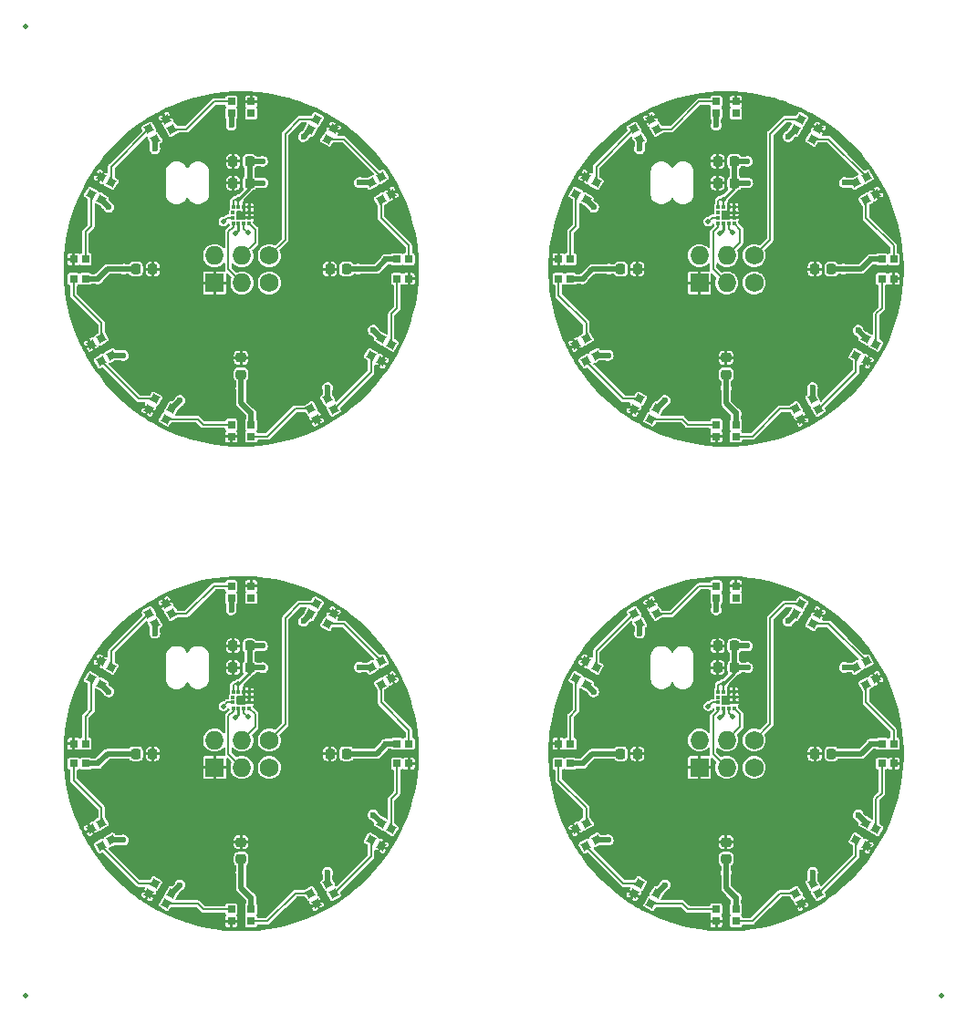
<source format=gtl>
%TF.GenerationSoftware,KiCad,Pcbnew,8.99.0-2433-g53022ab347*%
%TF.CreationDate,2024-09-29T16:39:52+02:00*%
%TF.ProjectId,BlinkyLoopSAO_2x2_panel,426c696e-6b79-44c6-9f6f-7053414f5f32,1.0*%
%TF.SameCoordinates,PX2faf080PY2faf080*%
%TF.FileFunction,Copper,L1,Top*%
%TF.FilePolarity,Positive*%
%FSLAX46Y46*%
G04 Gerber Fmt 4.6, Leading zero omitted, Abs format (unit mm)*
G04 Created by KiCad (PCBNEW 8.99.0-2433-g53022ab347) date 2024-09-29 16:39:52*
%MOMM*%
%LPD*%
G01*
G04 APERTURE LIST*
G04 Aperture macros list*
%AMRoundRect*
0 Rectangle with rounded corners*
0 $1 Rounding radius*
0 $2 $3 $4 $5 $6 $7 $8 $9 X,Y pos of 4 corners*
0 Add a 4 corners polygon primitive as box body*
4,1,4,$2,$3,$4,$5,$6,$7,$8,$9,$2,$3,0*
0 Add four circle primitives for the rounded corners*
1,1,$1+$1,$2,$3*
1,1,$1+$1,$4,$5*
1,1,$1+$1,$6,$7*
1,1,$1+$1,$8,$9*
0 Add four rect primitives between the rounded corners*
20,1,$1+$1,$2,$3,$4,$5,0*
20,1,$1+$1,$4,$5,$6,$7,0*
20,1,$1+$1,$6,$7,$8,$9,0*
20,1,$1+$1,$8,$9,$2,$3,0*%
%AMRotRect*
0 Rectangle, with rotation*
0 The origin of the aperture is its center*
0 $1 length*
0 $2 width*
0 $3 Rotation angle, in degrees counterclockwise*
0 Add horizontal line*
21,1,$1,$2,0,0,$3*%
G04 Aperture macros list end*
%TA.AperFunction,SMDPad,CuDef*%
%ADD10C,0.500000*%
%TD*%
%TA.AperFunction,SMDPad,CuDef*%
%ADD11RotRect,0.700000X0.700000X240.000000*%
%TD*%
%TA.AperFunction,SMDPad,CuDef*%
%ADD12R,0.700000X0.700000*%
%TD*%
%TA.AperFunction,SMDPad,CuDef*%
%ADD13RoundRect,0.225000X0.225000X0.250000X-0.225000X0.250000X-0.225000X-0.250000X0.225000X-0.250000X0*%
%TD*%
%TA.AperFunction,SMDPad,CuDef*%
%ADD14RoundRect,0.225000X-0.225000X-0.250000X0.225000X-0.250000X0.225000X0.250000X-0.225000X0.250000X0*%
%TD*%
%TA.AperFunction,SMDPad,CuDef*%
%ADD15RotRect,0.700000X0.700000X60.000000*%
%TD*%
%TA.AperFunction,SMDPad,CuDef*%
%ADD16RotRect,0.700000X0.700000X120.000000*%
%TD*%
%TA.AperFunction,ComponentPad*%
%ADD17O,1.727200X1.727200*%
%TD*%
%TA.AperFunction,ComponentPad*%
%ADD18R,1.727200X1.727200*%
%TD*%
%TA.AperFunction,ComponentPad*%
%ADD19C,1.727200*%
%TD*%
%TA.AperFunction,SMDPad,CuDef*%
%ADD20RotRect,0.700000X0.700000X30.000000*%
%TD*%
%TA.AperFunction,SMDPad,CuDef*%
%ADD21RotRect,0.700000X0.700000X300.000000*%
%TD*%
%TA.AperFunction,SMDPad,CuDef*%
%ADD22RotRect,0.700000X0.700000X330.000000*%
%TD*%
%TA.AperFunction,SMDPad,CuDef*%
%ADD23RoundRect,0.225000X0.250000X-0.225000X0.250000X0.225000X-0.250000X0.225000X-0.250000X-0.225000X0*%
%TD*%
%TA.AperFunction,SMDPad,CuDef*%
%ADD24RotRect,0.700000X0.700000X150.000000*%
%TD*%
%TA.AperFunction,SMDPad,CuDef*%
%ADD25R,0.350000X0.375000*%
%TD*%
%TA.AperFunction,SMDPad,CuDef*%
%ADD26R,0.375000X0.350000*%
%TD*%
%TA.AperFunction,SMDPad,CuDef*%
%ADD27RotRect,0.700000X0.700000X210.000000*%
%TD*%
%TA.AperFunction,ViaPad*%
%ADD28C,0.500000*%
%TD*%
%TA.AperFunction,ViaPad*%
%ADD29C,0.600000*%
%TD*%
%TA.AperFunction,Conductor*%
%ADD30C,0.500000*%
%TD*%
%TA.AperFunction,Conductor*%
%ADD31C,0.200000*%
%TD*%
%TA.AperFunction,Conductor*%
%ADD32C,0.250000*%
%TD*%
G04 APERTURE END LIST*
D10*
%TO.P,REF\u002A\u002A,*%
%TO.N,*%
X90000000Y-92500000D03*
%TD*%
%TO.P,REF\u002A\u002A,*%
%TO.N,*%
X5000000Y-2500000D03*
%TD*%
%TO.P,REF\u002A\u002A,*%
%TO.N,*%
X5000000Y-92500000D03*
%TD*%
D11*
%TO.P,D10,1,DOUT*%
%TO.N,Net-(D10-DOUT)*%
X12943813Y-16982587D03*
%TO.P,D10,2,VSS*%
%TO.N,GND*%
X11991186Y-16432585D03*
%TO.P,D10,3,DIN*%
%TO.N,Net-(D10-DIN)*%
X11076187Y-18017413D03*
%TO.P,D10,4,VDD*%
%TO.N,VCC*%
X12028814Y-18567415D03*
%TD*%
D12*
%TO.P,D12,1,DOUT*%
%TO.N,/12 WS2812/DOUT*%
X25915000Y-10550000D03*
%TO.P,D12,2,VSS*%
%TO.N,GND*%
X25915000Y-9450000D03*
%TO.P,D12,3,DIN*%
%TO.N,Net-(D11-DOUT)*%
X24085000Y-9450000D03*
%TO.P,D12,4,VDD*%
%TO.N,VCC*%
X24085000Y-10550000D03*
%TD*%
D13*
%TO.P,C1,1*%
%TO.N,VCC*%
X25775001Y-15000000D03*
%TO.P,C1,2*%
%TO.N,GND*%
X24224999Y-15000000D03*
%TD*%
D14*
%TO.P,C5,1*%
%TO.N,VCC*%
X15225000Y-25000000D03*
%TO.P,C5,2*%
%TO.N,GND*%
X16775000Y-25000000D03*
%TD*%
D13*
%TO.P,C2,1*%
%TO.N,VCC*%
X25775001Y-17000000D03*
%TO.P,C2,2*%
%TO.N,GND*%
X24224999Y-17000000D03*
%TD*%
D12*
%TO.P,D6,1,DOUT*%
%TO.N,Net-(D6-DOUT)*%
X24085000Y-39450000D03*
%TO.P,D6,2,VSS*%
%TO.N,GND*%
X24085000Y-40550000D03*
%TO.P,D6,3,DIN*%
%TO.N,Net-(D5-DOUT)*%
X25915000Y-40550000D03*
%TO.P,D6,4,VDD*%
%TO.N,VCC*%
X25915000Y-39450000D03*
%TD*%
D15*
%TO.P,D4,1,DOUT*%
%TO.N,Net-(D4-DOUT)*%
X37056185Y-33017413D03*
%TO.P,D4,2,VSS*%
%TO.N,GND*%
X38008814Y-33567413D03*
%TO.P,D4,3,DIN*%
%TO.N,Net-(D3-DOUT)*%
X38923815Y-31982587D03*
%TO.P,D4,4,VDD*%
%TO.N,VCC*%
X37971186Y-31432587D03*
%TD*%
D16*
%TO.P,D2,1,DOUT*%
%TO.N,Net-(D2-DOUT)*%
X37971186Y-18567415D03*
%TO.P,D2,2,VSS*%
%TO.N,GND*%
X38923813Y-18017413D03*
%TO.P,D2,3,DIN*%
%TO.N,Net-(D1-DOUT)*%
X38008814Y-16432585D03*
%TO.P,D2,4,VDD*%
%TO.N,VCC*%
X37056187Y-16982587D03*
%TD*%
D12*
%TO.P,D3,1,DOUT*%
%TO.N,Net-(D3-DOUT)*%
X39450000Y-25915000D03*
%TO.P,D3,2,VSS*%
%TO.N,GND*%
X40550000Y-25915000D03*
%TO.P,D3,3,DIN*%
%TO.N,Net-(D2-DOUT)*%
X40550000Y-24085000D03*
%TO.P,D3,4,VDD*%
%TO.N,VCC*%
X39450000Y-24085000D03*
%TD*%
D17*
%TO.P,X1,1,VCC*%
%TO.N,VCC*%
X22520000Y-23750000D03*
D18*
%TO.P,X1,2,GND*%
%TO.N,GND*%
X22520000Y-26290000D03*
D17*
%TO.P,X1,3,SDA*%
%TO.N,SDA*%
X25060000Y-23750000D03*
%TO.P,X1,4,SCL*%
%TO.N,SCL*%
X25060000Y-26290000D03*
D19*
%TO.P,X1,5,GPIO1*%
%TO.N,LED_CONTROL*%
X27600000Y-23750000D03*
%TO.P,X1,6,GPIO2*%
%TO.N,ACC_INT*%
X27600000Y-26290000D03*
%TD*%
D20*
%TO.P,D5,1,DOUT*%
%TO.N,Net-(D5-DOUT)*%
X31432586Y-37971187D03*
%TO.P,D5,2,VSS*%
%TO.N,GND*%
X31982587Y-38923814D03*
%TO.P,D5,3,DIN*%
%TO.N,Net-(D4-DOUT)*%
X33567414Y-38008813D03*
%TO.P,D5,4,VDD*%
%TO.N,VCC*%
X33017413Y-37056186D03*
%TD*%
D13*
%TO.P,C3,1*%
%TO.N,VCC*%
X34775001Y-25000000D03*
%TO.P,C3,2*%
%TO.N,GND*%
X33224999Y-25000000D03*
%TD*%
D21*
%TO.P,D8,1,DOUT*%
%TO.N,Net-(D8-DOUT)*%
X12028814Y-31432587D03*
%TO.P,D8,2,VSS*%
%TO.N,GND*%
X11076186Y-31982588D03*
%TO.P,D8,3,DIN*%
%TO.N,Net-(D7-DOUT)*%
X11991186Y-33567413D03*
%TO.P,D8,4,VDD*%
%TO.N,VCC*%
X12943814Y-33017412D03*
%TD*%
D22*
%TO.P,D7,1,DOUT*%
%TO.N,Net-(D7-DOUT)*%
X16982587Y-37056186D03*
%TO.P,D7,2,VSS*%
%TO.N,GND*%
X16432586Y-38008813D03*
%TO.P,D7,3,DIN*%
%TO.N,Net-(D6-DOUT)*%
X18017413Y-38923814D03*
%TO.P,D7,4,VDD*%
%TO.N,VCC*%
X18567414Y-37971187D03*
%TD*%
D23*
%TO.P,C4,1*%
%TO.N,VCC*%
X25000000Y-34775001D03*
%TO.P,C4,2*%
%TO.N,GND*%
X25000000Y-33224999D03*
%TD*%
D24*
%TO.P,D1,1,DOUT*%
%TO.N,Net-(D1-DOUT)*%
X33017414Y-12943815D03*
%TO.P,D1,2,VSS*%
%TO.N,GND*%
X33567411Y-11991186D03*
%TO.P,D1,3,DIN*%
%TO.N,LED_CONTROL*%
X31982586Y-11076185D03*
%TO.P,D1,4,VDD*%
%TO.N,VCC*%
X31432589Y-12028814D03*
%TD*%
D25*
%TO.P,U1,1,SCL/SPC*%
%TO.N,SCL*%
X24249999Y-20762501D03*
%TO.P,U1,2,CS*%
%TO.N,VCC*%
X24750001Y-20762498D03*
%TO.P,U1,3,SDO/SA0*%
%TO.N,Net-(JP1-C)*%
X25249999Y-20762500D03*
%TO.P,U1,4,SDA/SDI/SDO*%
%TO.N,SDA*%
X25750001Y-20762499D03*
D26*
%TO.P,U1,5,RES(GND)*%
%TO.N,GND*%
X25762498Y-20249999D03*
%TO.P,U1,6,GND*%
X25762500Y-19750001D03*
D25*
%TO.P,U1,7,GND*%
X25750001Y-19237499D03*
%TO.P,U1,8,GND*%
X25249999Y-19237502D03*
%TO.P,U1,9,VDD*%
%TO.N,VCC*%
X24750001Y-19237500D03*
%TO.P,U1,10,VDD-IO*%
X24249999Y-19237501D03*
D26*
%TO.P,U1,11,INT2*%
%TO.N,/LIS2DH/INT2*%
X24237502Y-19750001D03*
%TO.P,U1,12,INT1*%
%TO.N,ACC_INT*%
X24237500Y-20249999D03*
%TD*%
D12*
%TO.P,D9,1,DOUT*%
%TO.N,Net-(D10-DIN)*%
X10550000Y-24085000D03*
%TO.P,D9,2,VSS*%
%TO.N,GND*%
X9450000Y-24085000D03*
%TO.P,D9,3,DIN*%
%TO.N,Net-(D8-DOUT)*%
X9450000Y-25915000D03*
%TO.P,D9,4,VDD*%
%TO.N,VCC*%
X10550000Y-25915000D03*
%TD*%
D27*
%TO.P,D11,1,DOUT*%
%TO.N,Net-(D11-DOUT)*%
X18567412Y-12028814D03*
%TO.P,D11,2,VSS*%
%TO.N,GND*%
X18017411Y-11076186D03*
%TO.P,D11,3,DIN*%
%TO.N,Net-(D10-DOUT)*%
X16432588Y-11991186D03*
%TO.P,D11,4,VDD*%
%TO.N,VCC*%
X16982589Y-12943814D03*
%TD*%
D11*
%TO.P,D10,1,DOUT*%
%TO.N,Net-(D10-DOUT)*%
X57943813Y-16982587D03*
%TO.P,D10,2,VSS*%
%TO.N,GND*%
X56991186Y-16432585D03*
%TO.P,D10,3,DIN*%
%TO.N,Net-(D10-DIN)*%
X56076187Y-18017413D03*
%TO.P,D10,4,VDD*%
%TO.N,VCC*%
X57028814Y-18567415D03*
%TD*%
D12*
%TO.P,D12,1,DOUT*%
%TO.N,/12 WS2812/DOUT*%
X70915000Y-10550000D03*
%TO.P,D12,2,VSS*%
%TO.N,GND*%
X70915000Y-9450000D03*
%TO.P,D12,3,DIN*%
%TO.N,Net-(D11-DOUT)*%
X69085000Y-9450000D03*
%TO.P,D12,4,VDD*%
%TO.N,VCC*%
X69085000Y-10550000D03*
%TD*%
D13*
%TO.P,C1,1*%
%TO.N,VCC*%
X70775001Y-15000000D03*
%TO.P,C1,2*%
%TO.N,GND*%
X69224999Y-15000000D03*
%TD*%
D14*
%TO.P,C5,1*%
%TO.N,VCC*%
X60225000Y-25000000D03*
%TO.P,C5,2*%
%TO.N,GND*%
X61775000Y-25000000D03*
%TD*%
D13*
%TO.P,C2,1*%
%TO.N,VCC*%
X70775001Y-17000000D03*
%TO.P,C2,2*%
%TO.N,GND*%
X69224999Y-17000000D03*
%TD*%
D12*
%TO.P,D6,1,DOUT*%
%TO.N,Net-(D6-DOUT)*%
X69085000Y-39450000D03*
%TO.P,D6,2,VSS*%
%TO.N,GND*%
X69085000Y-40550000D03*
%TO.P,D6,3,DIN*%
%TO.N,Net-(D5-DOUT)*%
X70915000Y-40550000D03*
%TO.P,D6,4,VDD*%
%TO.N,VCC*%
X70915000Y-39450000D03*
%TD*%
D15*
%TO.P,D4,1,DOUT*%
%TO.N,Net-(D4-DOUT)*%
X82056185Y-33017413D03*
%TO.P,D4,2,VSS*%
%TO.N,GND*%
X83008814Y-33567413D03*
%TO.P,D4,3,DIN*%
%TO.N,Net-(D3-DOUT)*%
X83923815Y-31982587D03*
%TO.P,D4,4,VDD*%
%TO.N,VCC*%
X82971186Y-31432587D03*
%TD*%
D16*
%TO.P,D2,1,DOUT*%
%TO.N,Net-(D2-DOUT)*%
X82971186Y-18567415D03*
%TO.P,D2,2,VSS*%
%TO.N,GND*%
X83923813Y-18017413D03*
%TO.P,D2,3,DIN*%
%TO.N,Net-(D1-DOUT)*%
X83008814Y-16432585D03*
%TO.P,D2,4,VDD*%
%TO.N,VCC*%
X82056187Y-16982587D03*
%TD*%
D12*
%TO.P,D3,1,DOUT*%
%TO.N,Net-(D3-DOUT)*%
X84450000Y-25915000D03*
%TO.P,D3,2,VSS*%
%TO.N,GND*%
X85550000Y-25915000D03*
%TO.P,D3,3,DIN*%
%TO.N,Net-(D2-DOUT)*%
X85550000Y-24085000D03*
%TO.P,D3,4,VDD*%
%TO.N,VCC*%
X84450000Y-24085000D03*
%TD*%
D17*
%TO.P,X1,1,VCC*%
%TO.N,VCC*%
X67520000Y-23750000D03*
D18*
%TO.P,X1,2,GND*%
%TO.N,GND*%
X67520000Y-26290000D03*
D17*
%TO.P,X1,3,SDA*%
%TO.N,SDA*%
X70060000Y-23750000D03*
%TO.P,X1,4,SCL*%
%TO.N,SCL*%
X70060000Y-26290000D03*
D19*
%TO.P,X1,5,GPIO1*%
%TO.N,LED_CONTROL*%
X72600000Y-23750000D03*
%TO.P,X1,6,GPIO2*%
%TO.N,ACC_INT*%
X72600000Y-26290000D03*
%TD*%
D20*
%TO.P,D5,1,DOUT*%
%TO.N,Net-(D5-DOUT)*%
X76432586Y-37971187D03*
%TO.P,D5,2,VSS*%
%TO.N,GND*%
X76982587Y-38923814D03*
%TO.P,D5,3,DIN*%
%TO.N,Net-(D4-DOUT)*%
X78567414Y-38008813D03*
%TO.P,D5,4,VDD*%
%TO.N,VCC*%
X78017413Y-37056186D03*
%TD*%
D13*
%TO.P,C3,1*%
%TO.N,VCC*%
X79775001Y-25000000D03*
%TO.P,C3,2*%
%TO.N,GND*%
X78224999Y-25000000D03*
%TD*%
D21*
%TO.P,D8,1,DOUT*%
%TO.N,Net-(D8-DOUT)*%
X57028814Y-31432587D03*
%TO.P,D8,2,VSS*%
%TO.N,GND*%
X56076186Y-31982588D03*
%TO.P,D8,3,DIN*%
%TO.N,Net-(D7-DOUT)*%
X56991186Y-33567413D03*
%TO.P,D8,4,VDD*%
%TO.N,VCC*%
X57943814Y-33017412D03*
%TD*%
D22*
%TO.P,D7,1,DOUT*%
%TO.N,Net-(D7-DOUT)*%
X61982587Y-37056186D03*
%TO.P,D7,2,VSS*%
%TO.N,GND*%
X61432586Y-38008813D03*
%TO.P,D7,3,DIN*%
%TO.N,Net-(D6-DOUT)*%
X63017413Y-38923814D03*
%TO.P,D7,4,VDD*%
%TO.N,VCC*%
X63567414Y-37971187D03*
%TD*%
D23*
%TO.P,C4,1*%
%TO.N,VCC*%
X70000000Y-34775001D03*
%TO.P,C4,2*%
%TO.N,GND*%
X70000000Y-33224999D03*
%TD*%
D24*
%TO.P,D1,1,DOUT*%
%TO.N,Net-(D1-DOUT)*%
X78017414Y-12943815D03*
%TO.P,D1,2,VSS*%
%TO.N,GND*%
X78567411Y-11991186D03*
%TO.P,D1,3,DIN*%
%TO.N,LED_CONTROL*%
X76982586Y-11076185D03*
%TO.P,D1,4,VDD*%
%TO.N,VCC*%
X76432589Y-12028814D03*
%TD*%
D25*
%TO.P,U1,1,SCL/SPC*%
%TO.N,SCL*%
X69249999Y-20762501D03*
%TO.P,U1,2,CS*%
%TO.N,VCC*%
X69750001Y-20762498D03*
%TO.P,U1,3,SDO/SA0*%
%TO.N,Net-(JP1-C)*%
X70249999Y-20762500D03*
%TO.P,U1,4,SDA/SDI/SDO*%
%TO.N,SDA*%
X70750001Y-20762499D03*
D26*
%TO.P,U1,5,RES(GND)*%
%TO.N,GND*%
X70762498Y-20249999D03*
%TO.P,U1,6,GND*%
X70762500Y-19750001D03*
D25*
%TO.P,U1,7,GND*%
X70750001Y-19237499D03*
%TO.P,U1,8,GND*%
X70249999Y-19237502D03*
%TO.P,U1,9,VDD*%
%TO.N,VCC*%
X69750001Y-19237500D03*
%TO.P,U1,10,VDD-IO*%
X69249999Y-19237501D03*
D26*
%TO.P,U1,11,INT2*%
%TO.N,/LIS2DH/INT2*%
X69237502Y-19750001D03*
%TO.P,U1,12,INT1*%
%TO.N,ACC_INT*%
X69237500Y-20249999D03*
%TD*%
D12*
%TO.P,D9,1,DOUT*%
%TO.N,Net-(D10-DIN)*%
X55550000Y-24085000D03*
%TO.P,D9,2,VSS*%
%TO.N,GND*%
X54450000Y-24085000D03*
%TO.P,D9,3,DIN*%
%TO.N,Net-(D8-DOUT)*%
X54450000Y-25915000D03*
%TO.P,D9,4,VDD*%
%TO.N,VCC*%
X55550000Y-25915000D03*
%TD*%
D27*
%TO.P,D11,1,DOUT*%
%TO.N,Net-(D11-DOUT)*%
X63567412Y-12028814D03*
%TO.P,D11,2,VSS*%
%TO.N,GND*%
X63017411Y-11076186D03*
%TO.P,D11,3,DIN*%
%TO.N,Net-(D10-DOUT)*%
X61432588Y-11991186D03*
%TO.P,D11,4,VDD*%
%TO.N,VCC*%
X61982589Y-12943814D03*
%TD*%
D11*
%TO.P,D10,1,DOUT*%
%TO.N,Net-(D10-DOUT)*%
X12943813Y-61982587D03*
%TO.P,D10,2,VSS*%
%TO.N,GND*%
X11991186Y-61432585D03*
%TO.P,D10,3,DIN*%
%TO.N,Net-(D10-DIN)*%
X11076187Y-63017413D03*
%TO.P,D10,4,VDD*%
%TO.N,VCC*%
X12028814Y-63567415D03*
%TD*%
D12*
%TO.P,D12,1,DOUT*%
%TO.N,/12 WS2812/DOUT*%
X25915000Y-55550000D03*
%TO.P,D12,2,VSS*%
%TO.N,GND*%
X25915000Y-54450000D03*
%TO.P,D12,3,DIN*%
%TO.N,Net-(D11-DOUT)*%
X24085000Y-54450000D03*
%TO.P,D12,4,VDD*%
%TO.N,VCC*%
X24085000Y-55550000D03*
%TD*%
D13*
%TO.P,C1,1*%
%TO.N,VCC*%
X25775001Y-60000000D03*
%TO.P,C1,2*%
%TO.N,GND*%
X24224999Y-60000000D03*
%TD*%
D14*
%TO.P,C5,1*%
%TO.N,VCC*%
X15225000Y-70000000D03*
%TO.P,C5,2*%
%TO.N,GND*%
X16775000Y-70000000D03*
%TD*%
D13*
%TO.P,C2,1*%
%TO.N,VCC*%
X25775001Y-62000000D03*
%TO.P,C2,2*%
%TO.N,GND*%
X24224999Y-62000000D03*
%TD*%
D12*
%TO.P,D6,1,DOUT*%
%TO.N,Net-(D6-DOUT)*%
X24085000Y-84450000D03*
%TO.P,D6,2,VSS*%
%TO.N,GND*%
X24085000Y-85550000D03*
%TO.P,D6,3,DIN*%
%TO.N,Net-(D5-DOUT)*%
X25915000Y-85550000D03*
%TO.P,D6,4,VDD*%
%TO.N,VCC*%
X25915000Y-84450000D03*
%TD*%
D15*
%TO.P,D4,1,DOUT*%
%TO.N,Net-(D4-DOUT)*%
X37056185Y-78017413D03*
%TO.P,D4,2,VSS*%
%TO.N,GND*%
X38008814Y-78567413D03*
%TO.P,D4,3,DIN*%
%TO.N,Net-(D3-DOUT)*%
X38923815Y-76982587D03*
%TO.P,D4,4,VDD*%
%TO.N,VCC*%
X37971186Y-76432587D03*
%TD*%
D16*
%TO.P,D2,1,DOUT*%
%TO.N,Net-(D2-DOUT)*%
X37971186Y-63567415D03*
%TO.P,D2,2,VSS*%
%TO.N,GND*%
X38923813Y-63017413D03*
%TO.P,D2,3,DIN*%
%TO.N,Net-(D1-DOUT)*%
X38008814Y-61432585D03*
%TO.P,D2,4,VDD*%
%TO.N,VCC*%
X37056187Y-61982587D03*
%TD*%
D12*
%TO.P,D3,1,DOUT*%
%TO.N,Net-(D3-DOUT)*%
X39450000Y-70915000D03*
%TO.P,D3,2,VSS*%
%TO.N,GND*%
X40550000Y-70915000D03*
%TO.P,D3,3,DIN*%
%TO.N,Net-(D2-DOUT)*%
X40550000Y-69085000D03*
%TO.P,D3,4,VDD*%
%TO.N,VCC*%
X39450000Y-69085000D03*
%TD*%
D17*
%TO.P,X1,1,VCC*%
%TO.N,VCC*%
X22520000Y-68750000D03*
D18*
%TO.P,X1,2,GND*%
%TO.N,GND*%
X22520000Y-71290000D03*
D17*
%TO.P,X1,3,SDA*%
%TO.N,SDA*%
X25060000Y-68750000D03*
%TO.P,X1,4,SCL*%
%TO.N,SCL*%
X25060000Y-71290000D03*
D19*
%TO.P,X1,5,GPIO1*%
%TO.N,LED_CONTROL*%
X27600000Y-68750000D03*
%TO.P,X1,6,GPIO2*%
%TO.N,ACC_INT*%
X27600000Y-71290000D03*
%TD*%
D20*
%TO.P,D5,1,DOUT*%
%TO.N,Net-(D5-DOUT)*%
X31432586Y-82971187D03*
%TO.P,D5,2,VSS*%
%TO.N,GND*%
X31982587Y-83923814D03*
%TO.P,D5,3,DIN*%
%TO.N,Net-(D4-DOUT)*%
X33567414Y-83008813D03*
%TO.P,D5,4,VDD*%
%TO.N,VCC*%
X33017413Y-82056186D03*
%TD*%
D13*
%TO.P,C3,1*%
%TO.N,VCC*%
X34775001Y-70000000D03*
%TO.P,C3,2*%
%TO.N,GND*%
X33224999Y-70000000D03*
%TD*%
D21*
%TO.P,D8,1,DOUT*%
%TO.N,Net-(D8-DOUT)*%
X12028814Y-76432587D03*
%TO.P,D8,2,VSS*%
%TO.N,GND*%
X11076186Y-76982588D03*
%TO.P,D8,3,DIN*%
%TO.N,Net-(D7-DOUT)*%
X11991186Y-78567413D03*
%TO.P,D8,4,VDD*%
%TO.N,VCC*%
X12943814Y-78017412D03*
%TD*%
D22*
%TO.P,D7,1,DOUT*%
%TO.N,Net-(D7-DOUT)*%
X16982587Y-82056186D03*
%TO.P,D7,2,VSS*%
%TO.N,GND*%
X16432586Y-83008813D03*
%TO.P,D7,3,DIN*%
%TO.N,Net-(D6-DOUT)*%
X18017413Y-83923814D03*
%TO.P,D7,4,VDD*%
%TO.N,VCC*%
X18567414Y-82971187D03*
%TD*%
D23*
%TO.P,C4,1*%
%TO.N,VCC*%
X25000000Y-79775001D03*
%TO.P,C4,2*%
%TO.N,GND*%
X25000000Y-78224999D03*
%TD*%
D24*
%TO.P,D1,1,DOUT*%
%TO.N,Net-(D1-DOUT)*%
X33017414Y-57943815D03*
%TO.P,D1,2,VSS*%
%TO.N,GND*%
X33567411Y-56991186D03*
%TO.P,D1,3,DIN*%
%TO.N,LED_CONTROL*%
X31982586Y-56076185D03*
%TO.P,D1,4,VDD*%
%TO.N,VCC*%
X31432589Y-57028814D03*
%TD*%
D25*
%TO.P,U1,1,SCL/SPC*%
%TO.N,SCL*%
X24249999Y-65762501D03*
%TO.P,U1,2,CS*%
%TO.N,VCC*%
X24750001Y-65762498D03*
%TO.P,U1,3,SDO/SA0*%
%TO.N,Net-(JP1-C)*%
X25249999Y-65762500D03*
%TO.P,U1,4,SDA/SDI/SDO*%
%TO.N,SDA*%
X25750001Y-65762499D03*
D26*
%TO.P,U1,5,RES(GND)*%
%TO.N,GND*%
X25762498Y-65249999D03*
%TO.P,U1,6,GND*%
X25762500Y-64750001D03*
D25*
%TO.P,U1,7,GND*%
X25750001Y-64237499D03*
%TO.P,U1,8,GND*%
X25249999Y-64237502D03*
%TO.P,U1,9,VDD*%
%TO.N,VCC*%
X24750001Y-64237500D03*
%TO.P,U1,10,VDD-IO*%
X24249999Y-64237501D03*
D26*
%TO.P,U1,11,INT2*%
%TO.N,/LIS2DH/INT2*%
X24237502Y-64750001D03*
%TO.P,U1,12,INT1*%
%TO.N,ACC_INT*%
X24237500Y-65249999D03*
%TD*%
D12*
%TO.P,D9,1,DOUT*%
%TO.N,Net-(D10-DIN)*%
X10550000Y-69085000D03*
%TO.P,D9,2,VSS*%
%TO.N,GND*%
X9450000Y-69085000D03*
%TO.P,D9,3,DIN*%
%TO.N,Net-(D8-DOUT)*%
X9450000Y-70915000D03*
%TO.P,D9,4,VDD*%
%TO.N,VCC*%
X10550000Y-70915000D03*
%TD*%
D27*
%TO.P,D11,1,DOUT*%
%TO.N,Net-(D11-DOUT)*%
X18567412Y-57028814D03*
%TO.P,D11,2,VSS*%
%TO.N,GND*%
X18017411Y-56076186D03*
%TO.P,D11,3,DIN*%
%TO.N,Net-(D10-DOUT)*%
X16432588Y-56991186D03*
%TO.P,D11,4,VDD*%
%TO.N,VCC*%
X16982589Y-57943814D03*
%TD*%
D11*
%TO.P,D10,1,DOUT*%
%TO.N,Net-(D10-DOUT)*%
X57943813Y-61982587D03*
%TO.P,D10,2,VSS*%
%TO.N,GND*%
X56991186Y-61432585D03*
%TO.P,D10,3,DIN*%
%TO.N,Net-(D10-DIN)*%
X56076187Y-63017413D03*
%TO.P,D10,4,VDD*%
%TO.N,VCC*%
X57028814Y-63567415D03*
%TD*%
D12*
%TO.P,D12,1,DOUT*%
%TO.N,/12 WS2812/DOUT*%
X70915000Y-55550000D03*
%TO.P,D12,2,VSS*%
%TO.N,GND*%
X70915000Y-54450000D03*
%TO.P,D12,3,DIN*%
%TO.N,Net-(D11-DOUT)*%
X69085000Y-54450000D03*
%TO.P,D12,4,VDD*%
%TO.N,VCC*%
X69085000Y-55550000D03*
%TD*%
D13*
%TO.P,C1,1*%
%TO.N,VCC*%
X70775001Y-60000000D03*
%TO.P,C1,2*%
%TO.N,GND*%
X69224999Y-60000000D03*
%TD*%
D14*
%TO.P,C5,1*%
%TO.N,VCC*%
X60225000Y-70000000D03*
%TO.P,C5,2*%
%TO.N,GND*%
X61775000Y-70000000D03*
%TD*%
D13*
%TO.P,C2,1*%
%TO.N,VCC*%
X70775001Y-62000000D03*
%TO.P,C2,2*%
%TO.N,GND*%
X69224999Y-62000000D03*
%TD*%
D12*
%TO.P,D6,1,DOUT*%
%TO.N,Net-(D6-DOUT)*%
X69085000Y-84450000D03*
%TO.P,D6,2,VSS*%
%TO.N,GND*%
X69085000Y-85550000D03*
%TO.P,D6,3,DIN*%
%TO.N,Net-(D5-DOUT)*%
X70915000Y-85550000D03*
%TO.P,D6,4,VDD*%
%TO.N,VCC*%
X70915000Y-84450000D03*
%TD*%
D15*
%TO.P,D4,1,DOUT*%
%TO.N,Net-(D4-DOUT)*%
X82056185Y-78017413D03*
%TO.P,D4,2,VSS*%
%TO.N,GND*%
X83008814Y-78567413D03*
%TO.P,D4,3,DIN*%
%TO.N,Net-(D3-DOUT)*%
X83923815Y-76982587D03*
%TO.P,D4,4,VDD*%
%TO.N,VCC*%
X82971186Y-76432587D03*
%TD*%
D16*
%TO.P,D2,1,DOUT*%
%TO.N,Net-(D2-DOUT)*%
X82971186Y-63567415D03*
%TO.P,D2,2,VSS*%
%TO.N,GND*%
X83923813Y-63017413D03*
%TO.P,D2,3,DIN*%
%TO.N,Net-(D1-DOUT)*%
X83008814Y-61432585D03*
%TO.P,D2,4,VDD*%
%TO.N,VCC*%
X82056187Y-61982587D03*
%TD*%
D12*
%TO.P,D3,1,DOUT*%
%TO.N,Net-(D3-DOUT)*%
X84450000Y-70915000D03*
%TO.P,D3,2,VSS*%
%TO.N,GND*%
X85550000Y-70915000D03*
%TO.P,D3,3,DIN*%
%TO.N,Net-(D2-DOUT)*%
X85550000Y-69085000D03*
%TO.P,D3,4,VDD*%
%TO.N,VCC*%
X84450000Y-69085000D03*
%TD*%
D17*
%TO.P,X1,1,VCC*%
%TO.N,VCC*%
X67520000Y-68750000D03*
D18*
%TO.P,X1,2,GND*%
%TO.N,GND*%
X67520000Y-71290000D03*
D17*
%TO.P,X1,3,SDA*%
%TO.N,SDA*%
X70060000Y-68750000D03*
%TO.P,X1,4,SCL*%
%TO.N,SCL*%
X70060000Y-71290000D03*
D19*
%TO.P,X1,5,GPIO1*%
%TO.N,LED_CONTROL*%
X72600000Y-68750000D03*
%TO.P,X1,6,GPIO2*%
%TO.N,ACC_INT*%
X72600000Y-71290000D03*
%TD*%
D20*
%TO.P,D5,1,DOUT*%
%TO.N,Net-(D5-DOUT)*%
X76432586Y-82971187D03*
%TO.P,D5,2,VSS*%
%TO.N,GND*%
X76982587Y-83923814D03*
%TO.P,D5,3,DIN*%
%TO.N,Net-(D4-DOUT)*%
X78567414Y-83008813D03*
%TO.P,D5,4,VDD*%
%TO.N,VCC*%
X78017413Y-82056186D03*
%TD*%
D13*
%TO.P,C3,1*%
%TO.N,VCC*%
X79775001Y-70000000D03*
%TO.P,C3,2*%
%TO.N,GND*%
X78224999Y-70000000D03*
%TD*%
D21*
%TO.P,D8,1,DOUT*%
%TO.N,Net-(D8-DOUT)*%
X57028814Y-76432587D03*
%TO.P,D8,2,VSS*%
%TO.N,GND*%
X56076186Y-76982588D03*
%TO.P,D8,3,DIN*%
%TO.N,Net-(D7-DOUT)*%
X56991186Y-78567413D03*
%TO.P,D8,4,VDD*%
%TO.N,VCC*%
X57943814Y-78017412D03*
%TD*%
D22*
%TO.P,D7,1,DOUT*%
%TO.N,Net-(D7-DOUT)*%
X61982587Y-82056186D03*
%TO.P,D7,2,VSS*%
%TO.N,GND*%
X61432586Y-83008813D03*
%TO.P,D7,3,DIN*%
%TO.N,Net-(D6-DOUT)*%
X63017413Y-83923814D03*
%TO.P,D7,4,VDD*%
%TO.N,VCC*%
X63567414Y-82971187D03*
%TD*%
D23*
%TO.P,C4,1*%
%TO.N,VCC*%
X70000000Y-79775001D03*
%TO.P,C4,2*%
%TO.N,GND*%
X70000000Y-78224999D03*
%TD*%
D24*
%TO.P,D1,1,DOUT*%
%TO.N,Net-(D1-DOUT)*%
X78017414Y-57943815D03*
%TO.P,D1,2,VSS*%
%TO.N,GND*%
X78567411Y-56991186D03*
%TO.P,D1,3,DIN*%
%TO.N,LED_CONTROL*%
X76982586Y-56076185D03*
%TO.P,D1,4,VDD*%
%TO.N,VCC*%
X76432589Y-57028814D03*
%TD*%
D25*
%TO.P,U1,1,SCL/SPC*%
%TO.N,SCL*%
X69249999Y-65762501D03*
%TO.P,U1,2,CS*%
%TO.N,VCC*%
X69750001Y-65762498D03*
%TO.P,U1,3,SDO/SA0*%
%TO.N,Net-(JP1-C)*%
X70249999Y-65762500D03*
%TO.P,U1,4,SDA/SDI/SDO*%
%TO.N,SDA*%
X70750001Y-65762499D03*
D26*
%TO.P,U1,5,RES(GND)*%
%TO.N,GND*%
X70762498Y-65249999D03*
%TO.P,U1,6,GND*%
X70762500Y-64750001D03*
D25*
%TO.P,U1,7,GND*%
X70750001Y-64237499D03*
%TO.P,U1,8,GND*%
X70249999Y-64237502D03*
%TO.P,U1,9,VDD*%
%TO.N,VCC*%
X69750001Y-64237500D03*
%TO.P,U1,10,VDD-IO*%
X69249999Y-64237501D03*
D26*
%TO.P,U1,11,INT2*%
%TO.N,/LIS2DH/INT2*%
X69237502Y-64750001D03*
%TO.P,U1,12,INT1*%
%TO.N,ACC_INT*%
X69237500Y-65249999D03*
%TD*%
D12*
%TO.P,D9,1,DOUT*%
%TO.N,Net-(D10-DIN)*%
X55550000Y-69085000D03*
%TO.P,D9,2,VSS*%
%TO.N,GND*%
X54450000Y-69085000D03*
%TO.P,D9,3,DIN*%
%TO.N,Net-(D8-DOUT)*%
X54450000Y-70915000D03*
%TO.P,D9,4,VDD*%
%TO.N,VCC*%
X55550000Y-70915000D03*
%TD*%
D27*
%TO.P,D11,1,DOUT*%
%TO.N,Net-(D11-DOUT)*%
X63567412Y-57028814D03*
%TO.P,D11,2,VSS*%
%TO.N,GND*%
X63017411Y-56076186D03*
%TO.P,D11,3,DIN*%
%TO.N,Net-(D10-DOUT)*%
X61432588Y-56991186D03*
%TO.P,D11,4,VDD*%
%TO.N,VCC*%
X61982589Y-57943814D03*
%TD*%
D28*
%TO.N,GND*%
X27370000Y-18500000D03*
D29*
%TO.N,VCC*%
X35975000Y-16975000D03*
X12700000Y-19250000D03*
X38450000Y-24100000D03*
X24075000Y-11650000D03*
X35875000Y-25000000D03*
X26975000Y-15000000D03*
D28*
X24750000Y-18525000D03*
D29*
X25925000Y-38400000D03*
X27000000Y-17000000D03*
X14125000Y-25000000D03*
X33025000Y-36025000D03*
X19325000Y-37200000D03*
X11675000Y-25900000D03*
X16975000Y-13825000D03*
X25000000Y-36050000D03*
X30775000Y-12700000D03*
X14050000Y-33025000D03*
X37250000Y-30700000D03*
D28*
X24423909Y-21673909D03*
%TO.N,ACC_INT*%
X23350000Y-20600000D03*
%TO.N,Net-(JP1-C)*%
X25600000Y-21590000D03*
%TO.N,GND*%
X72370000Y-18500000D03*
D29*
%TO.N,VCC*%
X80975000Y-16975000D03*
X57700000Y-19250000D03*
X83450000Y-24100000D03*
X69075000Y-11650000D03*
X80875000Y-25000000D03*
X71975000Y-15000000D03*
D28*
X69750000Y-18525000D03*
D29*
X70925000Y-38400000D03*
X72000000Y-17000000D03*
X59125000Y-25000000D03*
X78025000Y-36025000D03*
X64325000Y-37200000D03*
X56675000Y-25900000D03*
X61975000Y-13825000D03*
X70000000Y-36050000D03*
X75775000Y-12700000D03*
X59050000Y-33025000D03*
X82250000Y-30700000D03*
D28*
X69423909Y-21673909D03*
%TO.N,ACC_INT*%
X68350000Y-20600000D03*
%TO.N,Net-(JP1-C)*%
X70600000Y-21590000D03*
%TO.N,GND*%
X27370000Y-63500000D03*
D29*
%TO.N,VCC*%
X35975000Y-61975000D03*
X12700000Y-64250000D03*
X38450000Y-69100000D03*
X24075000Y-56650000D03*
X35875000Y-70000000D03*
X26975000Y-60000000D03*
D28*
X24750000Y-63525000D03*
D29*
X25925000Y-83400000D03*
X27000000Y-62000000D03*
X14125000Y-70000000D03*
X33025000Y-81025000D03*
X19325000Y-82200000D03*
X11675000Y-70900000D03*
X16975000Y-58825000D03*
X25000000Y-81050000D03*
X30775000Y-57700000D03*
X14050000Y-78025000D03*
X37250000Y-75700000D03*
D28*
X24423909Y-66673909D03*
%TO.N,ACC_INT*%
X23350000Y-65600000D03*
%TO.N,Net-(JP1-C)*%
X25600000Y-66590000D03*
%TO.N,GND*%
X72370000Y-63500000D03*
D29*
%TO.N,VCC*%
X80975000Y-61975000D03*
X57700000Y-64250000D03*
X83450000Y-69100000D03*
X69075000Y-56650000D03*
X80875000Y-70000000D03*
X71975000Y-60000000D03*
D28*
X69750000Y-63525000D03*
D29*
X70925000Y-83400000D03*
X72000000Y-62000000D03*
X59125000Y-70000000D03*
X78025000Y-81025000D03*
X64325000Y-82200000D03*
X56675000Y-70900000D03*
X61975000Y-58825000D03*
X70000000Y-81050000D03*
X75775000Y-57700000D03*
X59050000Y-78025000D03*
X82250000Y-75700000D03*
D28*
X69423909Y-66673909D03*
%TO.N,ACC_INT*%
X68350000Y-65600000D03*
%TO.N,Net-(JP1-C)*%
X70600000Y-66590000D03*
%TD*%
D30*
%TO.N,VCC*%
X37971186Y-31421186D02*
X37250000Y-30700000D01*
X24085000Y-10550000D02*
X24085000Y-11640000D01*
X25000000Y-37475000D02*
X25925000Y-38400000D01*
D31*
X24249999Y-19237501D02*
X24249999Y-18660001D01*
D30*
X38465000Y-24085000D02*
X38450000Y-24100000D01*
X12575000Y-25000000D02*
X11675000Y-25900000D01*
X25915000Y-39450000D02*
X25915000Y-38410000D01*
X25000000Y-36050000D02*
X25000000Y-37475000D01*
X35982587Y-16982587D02*
X35975000Y-16975000D01*
D32*
X24750000Y-18525000D02*
X25775001Y-17499999D01*
D30*
X33017413Y-36032587D02*
X33025000Y-36025000D01*
D32*
X25775001Y-17499999D02*
X25775001Y-17000000D01*
D31*
X24385000Y-18525000D02*
X24750000Y-18525000D01*
D30*
X14042412Y-33017412D02*
X14050000Y-33025000D01*
X37550000Y-25000000D02*
X38450000Y-24100000D01*
X37971186Y-31432587D02*
X37971186Y-31421186D01*
X12028814Y-18567415D02*
X12028814Y-18578814D01*
X16982589Y-12943814D02*
X16982589Y-13817411D01*
X35875000Y-25000000D02*
X37550000Y-25000000D01*
X12028814Y-18578814D02*
X12700000Y-19250000D01*
X25775001Y-17000000D02*
X27000000Y-17000000D01*
D32*
X24423909Y-21673909D02*
X24750001Y-21347817D01*
D30*
X34775001Y-25000000D02*
X35875000Y-25000000D01*
D31*
X24750001Y-19237500D02*
X24750001Y-18525001D01*
D30*
X37056187Y-16982587D02*
X35982587Y-16982587D01*
X25915000Y-38410000D02*
X25925000Y-38400000D01*
X11660000Y-25915000D02*
X11675000Y-25900000D01*
X31432589Y-12042411D02*
X30775000Y-12700000D01*
X25000000Y-34775001D02*
X25000000Y-36050000D01*
X16982589Y-13817411D02*
X16975000Y-13825000D01*
X18567414Y-37957586D02*
X19325000Y-37200000D01*
X25775001Y-15000000D02*
X25775001Y-17000000D01*
X18567414Y-37971186D02*
X18567414Y-37957586D01*
X10550000Y-25915000D02*
X11660000Y-25915000D01*
X25775001Y-15000000D02*
X26975000Y-15000000D01*
X31432589Y-12028814D02*
X31432589Y-12042411D01*
D32*
X24750001Y-21347817D02*
X24750001Y-20762498D01*
D30*
X39450000Y-24085000D02*
X38465000Y-24085000D01*
X33017413Y-37056186D02*
X33017413Y-36032587D01*
D31*
X24249999Y-18660001D02*
X24385000Y-18525000D01*
D30*
X24085000Y-11640000D02*
X24075000Y-11650000D01*
D31*
X24750001Y-18525001D02*
X24750000Y-18525000D01*
D30*
X12943814Y-33017412D02*
X14042412Y-33017412D01*
X15225000Y-25000000D02*
X14125000Y-25000000D01*
X14125000Y-25000000D02*
X12575000Y-25000000D01*
D31*
%TO.N,LED_CONTROL*%
X29075000Y-22275000D02*
X27600000Y-23750000D01*
X30423815Y-11076185D02*
X29075000Y-12425000D01*
X29075000Y-12425000D02*
X29075000Y-22275000D01*
X31982586Y-11076185D02*
X30423815Y-11076185D01*
%TO.N,Net-(D1-DOUT)*%
X38008814Y-16432585D02*
X34520044Y-12943815D01*
X34520044Y-12943815D02*
X33017414Y-12943815D01*
%TO.N,Net-(D2-DOUT)*%
X37971186Y-20246186D02*
X37971186Y-18567415D01*
X40550000Y-22825000D02*
X37971186Y-20246186D01*
X40550000Y-24085000D02*
X40550000Y-22825000D01*
%TO.N,Net-(D3-DOUT)*%
X38923815Y-31982587D02*
X38923815Y-29176185D01*
X39450000Y-28650000D02*
X39450000Y-25915000D01*
X38923815Y-29176185D02*
X39450000Y-28650000D01*
%TO.N,Net-(D4-DOUT)*%
X37056185Y-34520043D02*
X37056185Y-33017413D01*
X33567414Y-38008814D02*
X37056185Y-34520043D01*
%TO.N,Net-(D5-DOUT)*%
X30003814Y-37971186D02*
X31432586Y-37971186D01*
X25915000Y-40550000D02*
X27425000Y-40550000D01*
X27425000Y-40550000D02*
X30003814Y-37971186D01*
%TO.N,Net-(D6-DOUT)*%
X21475000Y-39450000D02*
X24085000Y-39450000D01*
X20948814Y-38923814D02*
X21475000Y-39450000D01*
X18017413Y-38923814D02*
X20948814Y-38923814D01*
%TO.N,Net-(D7-DOUT)*%
X11991186Y-33567413D02*
X15479959Y-37056186D01*
X15479959Y-37056186D02*
X16982587Y-37056186D01*
%TO.N,Net-(D8-DOUT)*%
X9450000Y-25915000D02*
X9450000Y-27450000D01*
X12028814Y-30028814D02*
X12028814Y-31432587D01*
X9450000Y-27450000D02*
X12028814Y-30028814D01*
%TO.N,Net-(D10-DIN)*%
X10550000Y-21525000D02*
X10550000Y-24085000D01*
X11076187Y-18017413D02*
X11076187Y-20998813D01*
X11076187Y-20998813D02*
X10550000Y-21525000D01*
%TO.N,Net-(D10-DOUT)*%
X16432588Y-11991186D02*
X12943813Y-15479961D01*
X12943813Y-15479961D02*
X12943813Y-16982587D01*
%TO.N,Net-(D11-DOUT)*%
X22475000Y-9450000D02*
X19896186Y-12028814D01*
X24085000Y-9450000D02*
X22475000Y-9450000D01*
X19896186Y-12028814D02*
X18567412Y-12028814D01*
%TO.N,SCL*%
X24249999Y-21070001D02*
X23800000Y-21520000D01*
X23800000Y-21520000D02*
X23800000Y-25030000D01*
X23800000Y-25030000D02*
X25060000Y-26290000D01*
X24249999Y-20762501D02*
X24249999Y-21070001D01*
%TO.N,ACC_INT*%
X24237500Y-20249999D02*
X23700001Y-20249999D01*
X23700001Y-20249999D02*
X23350000Y-20600000D01*
%TO.N,SDA*%
X25750001Y-20762499D02*
X26300000Y-21312498D01*
X26300000Y-22510000D02*
X25060000Y-23750000D01*
X26300000Y-21312498D02*
X26300000Y-22510000D01*
%TO.N,Net-(JP1-C)*%
X25249999Y-21239999D02*
X25249999Y-20762500D01*
X25600000Y-21590000D02*
X25249999Y-21239999D01*
D30*
%TO.N,VCC*%
X82971186Y-31421186D02*
X82250000Y-30700000D01*
X69085000Y-10550000D02*
X69085000Y-11640000D01*
X70000000Y-37475000D02*
X70925000Y-38400000D01*
D31*
X69249999Y-19237501D02*
X69249999Y-18660001D01*
D30*
X83465000Y-24085000D02*
X83450000Y-24100000D01*
X57575000Y-25000000D02*
X56675000Y-25900000D01*
X70915000Y-39450000D02*
X70915000Y-38410000D01*
X70000000Y-36050000D02*
X70000000Y-37475000D01*
X80982587Y-16982587D02*
X80975000Y-16975000D01*
D32*
X69750000Y-18525000D02*
X70775001Y-17499999D01*
D30*
X78017413Y-36032587D02*
X78025000Y-36025000D01*
D32*
X70775001Y-17499999D02*
X70775001Y-17000000D01*
D31*
X69385000Y-18525000D02*
X69750000Y-18525000D01*
D30*
X59042412Y-33017412D02*
X59050000Y-33025000D01*
X82550000Y-25000000D02*
X83450000Y-24100000D01*
X82971186Y-31432587D02*
X82971186Y-31421186D01*
X57028814Y-18567415D02*
X57028814Y-18578814D01*
X61982589Y-12943814D02*
X61982589Y-13817411D01*
X80875000Y-25000000D02*
X82550000Y-25000000D01*
X57028814Y-18578814D02*
X57700000Y-19250000D01*
X70775001Y-17000000D02*
X72000000Y-17000000D01*
D32*
X69423909Y-21673909D02*
X69750001Y-21347817D01*
D30*
X79775001Y-25000000D02*
X80875000Y-25000000D01*
D31*
X69750001Y-19237500D02*
X69750001Y-18525001D01*
D30*
X82056187Y-16982587D02*
X80982587Y-16982587D01*
X70915000Y-38410000D02*
X70925000Y-38400000D01*
X56660000Y-25915000D02*
X56675000Y-25900000D01*
X76432589Y-12042411D02*
X75775000Y-12700000D01*
X70000000Y-34775001D02*
X70000000Y-36050000D01*
X61982589Y-13817411D02*
X61975000Y-13825000D01*
X63567414Y-37957586D02*
X64325000Y-37200000D01*
X70775001Y-15000000D02*
X70775001Y-17000000D01*
X63567414Y-37971186D02*
X63567414Y-37957586D01*
X55550000Y-25915000D02*
X56660000Y-25915000D01*
X70775001Y-15000000D02*
X71975000Y-15000000D01*
X76432589Y-12028814D02*
X76432589Y-12042411D01*
D32*
X69750001Y-21347817D02*
X69750001Y-20762498D01*
D30*
X84450000Y-24085000D02*
X83465000Y-24085000D01*
X78017413Y-37056186D02*
X78017413Y-36032587D01*
D31*
X69249999Y-18660001D02*
X69385000Y-18525000D01*
D30*
X69085000Y-11640000D02*
X69075000Y-11650000D01*
D31*
X69750001Y-18525001D02*
X69750000Y-18525000D01*
D30*
X57943814Y-33017412D02*
X59042412Y-33017412D01*
X60225000Y-25000000D02*
X59125000Y-25000000D01*
X59125000Y-25000000D02*
X57575000Y-25000000D01*
D31*
%TO.N,LED_CONTROL*%
X74075000Y-22275000D02*
X72600000Y-23750000D01*
X75423815Y-11076185D02*
X74075000Y-12425000D01*
X74075000Y-12425000D02*
X74075000Y-22275000D01*
X76982586Y-11076185D02*
X75423815Y-11076185D01*
%TO.N,Net-(D1-DOUT)*%
X83008814Y-16432585D02*
X79520044Y-12943815D01*
X79520044Y-12943815D02*
X78017414Y-12943815D01*
%TO.N,Net-(D2-DOUT)*%
X82971186Y-20246186D02*
X82971186Y-18567415D01*
X85550000Y-22825000D02*
X82971186Y-20246186D01*
X85550000Y-24085000D02*
X85550000Y-22825000D01*
%TO.N,Net-(D3-DOUT)*%
X83923815Y-31982587D02*
X83923815Y-29176185D01*
X84450000Y-28650000D02*
X84450000Y-25915000D01*
X83923815Y-29176185D02*
X84450000Y-28650000D01*
%TO.N,Net-(D4-DOUT)*%
X82056185Y-34520043D02*
X82056185Y-33017413D01*
X78567414Y-38008814D02*
X82056185Y-34520043D01*
%TO.N,Net-(D5-DOUT)*%
X75003814Y-37971186D02*
X76432586Y-37971186D01*
X70915000Y-40550000D02*
X72425000Y-40550000D01*
X72425000Y-40550000D02*
X75003814Y-37971186D01*
%TO.N,Net-(D6-DOUT)*%
X66475000Y-39450000D02*
X69085000Y-39450000D01*
X65948814Y-38923814D02*
X66475000Y-39450000D01*
X63017413Y-38923814D02*
X65948814Y-38923814D01*
%TO.N,Net-(D7-DOUT)*%
X56991186Y-33567413D02*
X60479959Y-37056186D01*
X60479959Y-37056186D02*
X61982587Y-37056186D01*
%TO.N,Net-(D8-DOUT)*%
X54450000Y-25915000D02*
X54450000Y-27450000D01*
X57028814Y-30028814D02*
X57028814Y-31432587D01*
X54450000Y-27450000D02*
X57028814Y-30028814D01*
%TO.N,Net-(D10-DIN)*%
X55550000Y-21525000D02*
X55550000Y-24085000D01*
X56076187Y-18017413D02*
X56076187Y-20998813D01*
X56076187Y-20998813D02*
X55550000Y-21525000D01*
%TO.N,Net-(D10-DOUT)*%
X61432588Y-11991186D02*
X57943813Y-15479961D01*
X57943813Y-15479961D02*
X57943813Y-16982587D01*
%TO.N,Net-(D11-DOUT)*%
X67475000Y-9450000D02*
X64896186Y-12028814D01*
X69085000Y-9450000D02*
X67475000Y-9450000D01*
X64896186Y-12028814D02*
X63567412Y-12028814D01*
%TO.N,SCL*%
X69249999Y-21070001D02*
X68800000Y-21520000D01*
X68800000Y-21520000D02*
X68800000Y-25030000D01*
X68800000Y-25030000D02*
X70060000Y-26290000D01*
X69249999Y-20762501D02*
X69249999Y-21070001D01*
%TO.N,ACC_INT*%
X69237500Y-20249999D02*
X68700001Y-20249999D01*
X68700001Y-20249999D02*
X68350000Y-20600000D01*
%TO.N,SDA*%
X70750001Y-20762499D02*
X71300000Y-21312498D01*
X71300000Y-22510000D02*
X70060000Y-23750000D01*
X71300000Y-21312498D02*
X71300000Y-22510000D01*
%TO.N,Net-(JP1-C)*%
X70249999Y-21239999D02*
X70249999Y-20762500D01*
X70600000Y-21590000D02*
X70249999Y-21239999D01*
D30*
%TO.N,VCC*%
X37971186Y-76421186D02*
X37250000Y-75700000D01*
X24085000Y-55550000D02*
X24085000Y-56640000D01*
X25000000Y-82475000D02*
X25925000Y-83400000D01*
D31*
X24249999Y-64237501D02*
X24249999Y-63660001D01*
D30*
X38465000Y-69085000D02*
X38450000Y-69100000D01*
X12575000Y-70000000D02*
X11675000Y-70900000D01*
X25915000Y-84450000D02*
X25915000Y-83410000D01*
X25000000Y-81050000D02*
X25000000Y-82475000D01*
X35982587Y-61982587D02*
X35975000Y-61975000D01*
D32*
X24750000Y-63525000D02*
X25775001Y-62499999D01*
D30*
X33017413Y-81032587D02*
X33025000Y-81025000D01*
D32*
X25775001Y-62499999D02*
X25775001Y-62000000D01*
D31*
X24385000Y-63525000D02*
X24750000Y-63525000D01*
D30*
X14042412Y-78017412D02*
X14050000Y-78025000D01*
X37550000Y-70000000D02*
X38450000Y-69100000D01*
X37971186Y-76432587D02*
X37971186Y-76421186D01*
X12028814Y-63567415D02*
X12028814Y-63578814D01*
X16982589Y-57943814D02*
X16982589Y-58817411D01*
X35875000Y-70000000D02*
X37550000Y-70000000D01*
X12028814Y-63578814D02*
X12700000Y-64250000D01*
X25775001Y-62000000D02*
X27000000Y-62000000D01*
D32*
X24423909Y-66673909D02*
X24750001Y-66347817D01*
D30*
X34775001Y-70000000D02*
X35875000Y-70000000D01*
D31*
X24750001Y-64237500D02*
X24750001Y-63525001D01*
D30*
X37056187Y-61982587D02*
X35982587Y-61982587D01*
X25915000Y-83410000D02*
X25925000Y-83400000D01*
X11660000Y-70915000D02*
X11675000Y-70900000D01*
X31432589Y-57042411D02*
X30775000Y-57700000D01*
X25000000Y-79775001D02*
X25000000Y-81050000D01*
X16982589Y-58817411D02*
X16975000Y-58825000D01*
X18567414Y-82957586D02*
X19325000Y-82200000D01*
X25775001Y-60000000D02*
X25775001Y-62000000D01*
X18567414Y-82971186D02*
X18567414Y-82957586D01*
X10550000Y-70915000D02*
X11660000Y-70915000D01*
X25775001Y-60000000D02*
X26975000Y-60000000D01*
X31432589Y-57028814D02*
X31432589Y-57042411D01*
D32*
X24750001Y-66347817D02*
X24750001Y-65762498D01*
D30*
X39450000Y-69085000D02*
X38465000Y-69085000D01*
X33017413Y-82056186D02*
X33017413Y-81032587D01*
D31*
X24249999Y-63660001D02*
X24385000Y-63525000D01*
D30*
X24085000Y-56640000D02*
X24075000Y-56650000D01*
D31*
X24750001Y-63525001D02*
X24750000Y-63525000D01*
D30*
X12943814Y-78017412D02*
X14042412Y-78017412D01*
X15225000Y-70000000D02*
X14125000Y-70000000D01*
X14125000Y-70000000D02*
X12575000Y-70000000D01*
D31*
%TO.N,LED_CONTROL*%
X29075000Y-67275000D02*
X27600000Y-68750000D01*
X30423815Y-56076185D02*
X29075000Y-57425000D01*
X29075000Y-57425000D02*
X29075000Y-67275000D01*
X31982586Y-56076185D02*
X30423815Y-56076185D01*
%TO.N,Net-(D1-DOUT)*%
X38008814Y-61432585D02*
X34520044Y-57943815D01*
X34520044Y-57943815D02*
X33017414Y-57943815D01*
%TO.N,Net-(D2-DOUT)*%
X37971186Y-65246186D02*
X37971186Y-63567415D01*
X40550000Y-67825000D02*
X37971186Y-65246186D01*
X40550000Y-69085000D02*
X40550000Y-67825000D01*
%TO.N,Net-(D3-DOUT)*%
X38923815Y-76982587D02*
X38923815Y-74176185D01*
X39450000Y-73650000D02*
X39450000Y-70915000D01*
X38923815Y-74176185D02*
X39450000Y-73650000D01*
%TO.N,Net-(D4-DOUT)*%
X37056185Y-79520043D02*
X37056185Y-78017413D01*
X33567414Y-83008814D02*
X37056185Y-79520043D01*
%TO.N,Net-(D5-DOUT)*%
X30003814Y-82971186D02*
X31432586Y-82971186D01*
X25915000Y-85550000D02*
X27425000Y-85550000D01*
X27425000Y-85550000D02*
X30003814Y-82971186D01*
%TO.N,Net-(D6-DOUT)*%
X21475000Y-84450000D02*
X24085000Y-84450000D01*
X20948814Y-83923814D02*
X21475000Y-84450000D01*
X18017413Y-83923814D02*
X20948814Y-83923814D01*
%TO.N,Net-(D7-DOUT)*%
X11991186Y-78567413D02*
X15479959Y-82056186D01*
X15479959Y-82056186D02*
X16982587Y-82056186D01*
%TO.N,Net-(D8-DOUT)*%
X9450000Y-70915000D02*
X9450000Y-72450000D01*
X12028814Y-75028814D02*
X12028814Y-76432587D01*
X9450000Y-72450000D02*
X12028814Y-75028814D01*
%TO.N,Net-(D10-DIN)*%
X10550000Y-66525000D02*
X10550000Y-69085000D01*
X11076187Y-63017413D02*
X11076187Y-65998813D01*
X11076187Y-65998813D02*
X10550000Y-66525000D01*
%TO.N,Net-(D10-DOUT)*%
X16432588Y-56991186D02*
X12943813Y-60479961D01*
X12943813Y-60479961D02*
X12943813Y-61982587D01*
%TO.N,Net-(D11-DOUT)*%
X22475000Y-54450000D02*
X19896186Y-57028814D01*
X24085000Y-54450000D02*
X22475000Y-54450000D01*
X19896186Y-57028814D02*
X18567412Y-57028814D01*
%TO.N,SCL*%
X24249999Y-66070001D02*
X23800000Y-66520000D01*
X23800000Y-66520000D02*
X23800000Y-70030000D01*
X23800000Y-70030000D02*
X25060000Y-71290000D01*
X24249999Y-65762501D02*
X24249999Y-66070001D01*
%TO.N,ACC_INT*%
X24237500Y-65249999D02*
X23700001Y-65249999D01*
X23700001Y-65249999D02*
X23350000Y-65600000D01*
%TO.N,SDA*%
X25750001Y-65762499D02*
X26300000Y-66312498D01*
X26300000Y-67510000D02*
X25060000Y-68750000D01*
X26300000Y-66312498D02*
X26300000Y-67510000D01*
%TO.N,Net-(JP1-C)*%
X25249999Y-66239999D02*
X25249999Y-65762500D01*
X25600000Y-66590000D02*
X25249999Y-66239999D01*
D30*
%TO.N,VCC*%
X82971186Y-76421186D02*
X82250000Y-75700000D01*
X69085000Y-55550000D02*
X69085000Y-56640000D01*
X70000000Y-82475000D02*
X70925000Y-83400000D01*
D31*
X69249999Y-64237501D02*
X69249999Y-63660001D01*
D30*
X83465000Y-69085000D02*
X83450000Y-69100000D01*
X57575000Y-70000000D02*
X56675000Y-70900000D01*
X70915000Y-84450000D02*
X70915000Y-83410000D01*
X70000000Y-81050000D02*
X70000000Y-82475000D01*
X80982587Y-61982587D02*
X80975000Y-61975000D01*
D32*
X69750000Y-63525000D02*
X70775001Y-62499999D01*
D30*
X78017413Y-81032587D02*
X78025000Y-81025000D01*
D32*
X70775001Y-62499999D02*
X70775001Y-62000000D01*
D31*
X69385000Y-63525000D02*
X69750000Y-63525000D01*
D30*
X59042412Y-78017412D02*
X59050000Y-78025000D01*
X82550000Y-70000000D02*
X83450000Y-69100000D01*
X82971186Y-76432587D02*
X82971186Y-76421186D01*
X57028814Y-63567415D02*
X57028814Y-63578814D01*
X61982589Y-57943814D02*
X61982589Y-58817411D01*
X80875000Y-70000000D02*
X82550000Y-70000000D01*
X57028814Y-63578814D02*
X57700000Y-64250000D01*
X70775001Y-62000000D02*
X72000000Y-62000000D01*
D32*
X69423909Y-66673909D02*
X69750001Y-66347817D01*
D30*
X79775001Y-70000000D02*
X80875000Y-70000000D01*
D31*
X69750001Y-64237500D02*
X69750001Y-63525001D01*
D30*
X82056187Y-61982587D02*
X80982587Y-61982587D01*
X70915000Y-83410000D02*
X70925000Y-83400000D01*
X56660000Y-70915000D02*
X56675000Y-70900000D01*
X76432589Y-57042411D02*
X75775000Y-57700000D01*
X70000000Y-79775001D02*
X70000000Y-81050000D01*
X61982589Y-58817411D02*
X61975000Y-58825000D01*
X63567414Y-82957586D02*
X64325000Y-82200000D01*
X70775001Y-60000000D02*
X70775001Y-62000000D01*
X63567414Y-82971186D02*
X63567414Y-82957586D01*
X55550000Y-70915000D02*
X56660000Y-70915000D01*
X70775001Y-60000000D02*
X71975000Y-60000000D01*
X76432589Y-57028814D02*
X76432589Y-57042411D01*
D32*
X69750001Y-66347817D02*
X69750001Y-65762498D01*
D30*
X84450000Y-69085000D02*
X83465000Y-69085000D01*
X78017413Y-82056186D02*
X78017413Y-81032587D01*
D31*
X69249999Y-63660001D02*
X69385000Y-63525000D01*
D30*
X69085000Y-56640000D02*
X69075000Y-56650000D01*
D31*
X69750001Y-63525001D02*
X69750000Y-63525000D01*
D30*
X57943814Y-78017412D02*
X59042412Y-78017412D01*
X60225000Y-70000000D02*
X59125000Y-70000000D01*
X59125000Y-70000000D02*
X57575000Y-70000000D01*
D31*
%TO.N,LED_CONTROL*%
X74075000Y-67275000D02*
X72600000Y-68750000D01*
X75423815Y-56076185D02*
X74075000Y-57425000D01*
X74075000Y-57425000D02*
X74075000Y-67275000D01*
X76982586Y-56076185D02*
X75423815Y-56076185D01*
%TO.N,Net-(D1-DOUT)*%
X83008814Y-61432585D02*
X79520044Y-57943815D01*
X79520044Y-57943815D02*
X78017414Y-57943815D01*
%TO.N,Net-(D2-DOUT)*%
X82971186Y-65246186D02*
X82971186Y-63567415D01*
X85550000Y-67825000D02*
X82971186Y-65246186D01*
X85550000Y-69085000D02*
X85550000Y-67825000D01*
%TO.N,Net-(D3-DOUT)*%
X83923815Y-76982587D02*
X83923815Y-74176185D01*
X84450000Y-73650000D02*
X84450000Y-70915000D01*
X83923815Y-74176185D02*
X84450000Y-73650000D01*
%TO.N,Net-(D4-DOUT)*%
X82056185Y-79520043D02*
X82056185Y-78017413D01*
X78567414Y-83008814D02*
X82056185Y-79520043D01*
%TO.N,Net-(D5-DOUT)*%
X75003814Y-82971186D02*
X76432586Y-82971186D01*
X70915000Y-85550000D02*
X72425000Y-85550000D01*
X72425000Y-85550000D02*
X75003814Y-82971186D01*
%TO.N,Net-(D6-DOUT)*%
X66475000Y-84450000D02*
X69085000Y-84450000D01*
X65948814Y-83923814D02*
X66475000Y-84450000D01*
X63017413Y-83923814D02*
X65948814Y-83923814D01*
%TO.N,Net-(D7-DOUT)*%
X56991186Y-78567413D02*
X60479959Y-82056186D01*
X60479959Y-82056186D02*
X61982587Y-82056186D01*
%TO.N,Net-(D8-DOUT)*%
X54450000Y-70915000D02*
X54450000Y-72450000D01*
X57028814Y-75028814D02*
X57028814Y-76432587D01*
X54450000Y-72450000D02*
X57028814Y-75028814D01*
%TO.N,Net-(D10-DIN)*%
X55550000Y-66525000D02*
X55550000Y-69085000D01*
X56076187Y-63017413D02*
X56076187Y-65998813D01*
X56076187Y-65998813D02*
X55550000Y-66525000D01*
%TO.N,Net-(D10-DOUT)*%
X61432588Y-56991186D02*
X57943813Y-60479961D01*
X57943813Y-60479961D02*
X57943813Y-61982587D01*
%TO.N,Net-(D11-DOUT)*%
X67475000Y-54450000D02*
X64896186Y-57028814D01*
X69085000Y-54450000D02*
X67475000Y-54450000D01*
X64896186Y-57028814D02*
X63567412Y-57028814D01*
%TO.N,SCL*%
X69249999Y-66070001D02*
X68800000Y-66520000D01*
X68800000Y-66520000D02*
X68800000Y-70030000D01*
X68800000Y-70030000D02*
X70060000Y-71290000D01*
X69249999Y-65762501D02*
X69249999Y-66070001D01*
%TO.N,ACC_INT*%
X69237500Y-65249999D02*
X68700001Y-65249999D01*
X68700001Y-65249999D02*
X68350000Y-65600000D01*
%TO.N,SDA*%
X70750001Y-65762499D02*
X71300000Y-66312498D01*
X71300000Y-67510000D02*
X70060000Y-68750000D01*
X71300000Y-66312498D02*
X71300000Y-67510000D01*
%TO.N,Net-(JP1-C)*%
X70249999Y-66239999D02*
X70249999Y-65762500D01*
X70600000Y-66590000D02*
X70249999Y-66239999D01*
%TD*%
%TA.AperFunction,Conductor*%
%TO.N,GND*%
G36*
X25794754Y-8519710D02*
G01*
X25799527Y-8519940D01*
X26434291Y-8566041D01*
X26590049Y-8577353D01*
X26594811Y-8577815D01*
X27381652Y-8673354D01*
X27386314Y-8674034D01*
X28167657Y-8807484D01*
X28172296Y-8808392D01*
X28837724Y-8955445D01*
X28946254Y-8979429D01*
X28950901Y-8980574D01*
X29715657Y-9188795D01*
X29720224Y-9190158D01*
X29779875Y-9209540D01*
X30474039Y-9435088D01*
X30478552Y-9436676D01*
X30803071Y-9559749D01*
X31219664Y-9717742D01*
X31224075Y-9719539D01*
X31950728Y-10036076D01*
X31955031Y-10038076D01*
X32665568Y-10389364D01*
X32669770Y-10391569D01*
X32931975Y-10537372D01*
X33362500Y-10776772D01*
X33366619Y-10779195D01*
X33457629Y-10835725D01*
X34039900Y-11197399D01*
X34043902Y-11200021D01*
X34696187Y-11650260D01*
X34700058Y-11653072D01*
X35329845Y-12134313D01*
X35333575Y-12137309D01*
X35939346Y-12648390D01*
X35942928Y-12651562D01*
X36523343Y-13191353D01*
X36526766Y-13194695D01*
X37080392Y-13761863D01*
X37083651Y-13765367D01*
X37609243Y-14358639D01*
X37612328Y-14362296D01*
X37904937Y-14726628D01*
X38106865Y-14978052D01*
X38108630Y-14980249D01*
X38111530Y-14984043D01*
X38565634Y-15609064D01*
X38577417Y-15625282D01*
X38580135Y-15629220D01*
X39014487Y-16292203D01*
X39017011Y-16296267D01*
X39418822Y-16979453D01*
X39421147Y-16983634D01*
X39789479Y-17685433D01*
X39791600Y-17689722D01*
X40125612Y-18408531D01*
X40127522Y-18412918D01*
X40340878Y-18936937D01*
X40417431Y-19124959D01*
X40426393Y-19146969D01*
X40428090Y-19151442D01*
X40691165Y-19899124D01*
X40692643Y-19903674D01*
X40919280Y-20663168D01*
X40920537Y-20667785D01*
X41110214Y-21437334D01*
X41111247Y-21442006D01*
X41263529Y-22219854D01*
X41264334Y-22224570D01*
X41378853Y-23008829D01*
X41379430Y-23013578D01*
X41455928Y-23802491D01*
X41456274Y-23807263D01*
X41493629Y-24579550D01*
X41494566Y-24598911D01*
X41494682Y-24603694D01*
X41494682Y-25396305D01*
X41494566Y-25401088D01*
X41456274Y-26192736D01*
X41455928Y-26197508D01*
X41379430Y-26986421D01*
X41378853Y-26991170D01*
X41264334Y-27775429D01*
X41263529Y-27780145D01*
X41111247Y-28557993D01*
X41110214Y-28562665D01*
X40920537Y-29332214D01*
X40919280Y-29336831D01*
X40692643Y-30096325D01*
X40691165Y-30100875D01*
X40428090Y-30848557D01*
X40426393Y-30853030D01*
X40127522Y-31587081D01*
X40125612Y-31591468D01*
X39791600Y-32310277D01*
X39789479Y-32314566D01*
X39421147Y-33016365D01*
X39418822Y-33020546D01*
X39017011Y-33703732D01*
X39014487Y-33707796D01*
X38580135Y-34370779D01*
X38577417Y-34374717D01*
X38111535Y-35015949D01*
X38108630Y-35019750D01*
X37612328Y-35637703D01*
X37609243Y-35641360D01*
X37083651Y-36234632D01*
X37080392Y-36238136D01*
X36526766Y-36805304D01*
X36523343Y-36808646D01*
X35942928Y-37348437D01*
X35939346Y-37351609D01*
X35333575Y-37862690D01*
X35329845Y-37865686D01*
X34700058Y-38346927D01*
X34696187Y-38349739D01*
X34043902Y-38799978D01*
X34039900Y-38802600D01*
X33366624Y-39220801D01*
X33362500Y-39223227D01*
X32669787Y-39608421D01*
X32665551Y-39610644D01*
X31955049Y-39961915D01*
X31950710Y-39963931D01*
X31224085Y-40280456D01*
X31219654Y-40282261D01*
X30478552Y-40563323D01*
X30474039Y-40564911D01*
X29720233Y-40809838D01*
X29715648Y-40811206D01*
X28950899Y-41019425D01*
X28946254Y-41020570D01*
X28172324Y-41191601D01*
X28167628Y-41192520D01*
X27386350Y-41325959D01*
X27381616Y-41326650D01*
X26594811Y-41422184D01*
X26590049Y-41422646D01*
X25799530Y-41480058D01*
X25794751Y-41480289D01*
X25002392Y-41499442D01*
X24997608Y-41499442D01*
X24205248Y-41480289D01*
X24200469Y-41480058D01*
X23409950Y-41422646D01*
X23405188Y-41422184D01*
X22618383Y-41326650D01*
X22613649Y-41325959D01*
X21832371Y-41192520D01*
X21827675Y-41191601D01*
X21053745Y-41020570D01*
X21049100Y-41019425D01*
X20284351Y-40811206D01*
X20279766Y-40809838D01*
X20028351Y-40728148D01*
X19864782Y-40675001D01*
X23535000Y-40675001D01*
X23535000Y-40919700D01*
X23546603Y-40978036D01*
X23590806Y-41044189D01*
X23590810Y-41044193D01*
X23656963Y-41088396D01*
X23715299Y-41099999D01*
X23715303Y-41100000D01*
X23959999Y-41100000D01*
X23960000Y-41099999D01*
X23960000Y-40675001D01*
X24210000Y-40675001D01*
X24210000Y-41099999D01*
X24210001Y-41100000D01*
X24454697Y-41100000D01*
X24454700Y-41099999D01*
X24513036Y-41088396D01*
X24579189Y-41044193D01*
X24579193Y-41044189D01*
X24623396Y-40978036D01*
X24634999Y-40919700D01*
X24635000Y-40919697D01*
X24635000Y-40675001D01*
X24634999Y-40675000D01*
X24210001Y-40675000D01*
X24210000Y-40675001D01*
X23960000Y-40675001D01*
X23959999Y-40675000D01*
X23535001Y-40675000D01*
X23535000Y-40675001D01*
X19864782Y-40675001D01*
X19525960Y-40564911D01*
X19521447Y-40563323D01*
X18780345Y-40282261D01*
X18775914Y-40280456D01*
X18049289Y-39963931D01*
X18044950Y-39961915D01*
X17334448Y-39610644D01*
X17330212Y-39608421D01*
X17249793Y-39563703D01*
X16843230Y-39337627D01*
X16637499Y-39223227D01*
X16633375Y-39220801D01*
X16448683Y-39106081D01*
X16318529Y-39025237D01*
X17336625Y-39025237D01*
X17336625Y-39025241D01*
X17341842Y-39104834D01*
X17377119Y-39176368D01*
X17377121Y-39176371D01*
X17421952Y-39215687D01*
X18062374Y-39585435D01*
X18062377Y-39585436D01*
X18062379Y-39585437D01*
X18089776Y-39594736D01*
X18118838Y-39604602D01*
X18198432Y-39599385D01*
X18269970Y-39564106D01*
X18309286Y-39519275D01*
X18451004Y-39273811D01*
X18496472Y-39232873D01*
X18536739Y-39224314D01*
X20783335Y-39224314D01*
X20841526Y-39243221D01*
X20853339Y-39253310D01*
X21234540Y-39634511D01*
X21234539Y-39634511D01*
X21290489Y-39690460D01*
X21359007Y-39730019D01*
X21359011Y-39730021D01*
X21435435Y-39750499D01*
X21435437Y-39750500D01*
X21435438Y-39750500D01*
X21514562Y-39750500D01*
X23439478Y-39750500D01*
X23497669Y-39769407D01*
X23529460Y-39808218D01*
X23534500Y-39819203D01*
X23534500Y-39819748D01*
X23546133Y-39878231D01*
X23590448Y-39944552D01*
X23592697Y-39946055D01*
X23598713Y-39959167D01*
X23601385Y-39982105D01*
X23607655Y-40004335D01*
X23604946Y-40012672D01*
X23605793Y-40019941D01*
X23598195Y-40033449D01*
X23591047Y-40055450D01*
X23546603Y-40121964D01*
X23535000Y-40180299D01*
X23535000Y-40424999D01*
X23535001Y-40425000D01*
X24634999Y-40425000D01*
X24635000Y-40424999D01*
X24635000Y-40180302D01*
X24634999Y-40180299D01*
X24623396Y-40121963D01*
X24578953Y-40055451D01*
X24562344Y-39996563D01*
X24578953Y-39945446D01*
X24579549Y-39944553D01*
X24579552Y-39944552D01*
X24623867Y-39878231D01*
X24635500Y-39819748D01*
X24635500Y-39080252D01*
X24623867Y-39021769D01*
X24579552Y-38955448D01*
X24579368Y-38955325D01*
X24513233Y-38911134D01*
X24513231Y-38911133D01*
X24513228Y-38911132D01*
X24513227Y-38911132D01*
X24454758Y-38899501D01*
X24454748Y-38899500D01*
X23715252Y-38899500D01*
X23715251Y-38899500D01*
X23715241Y-38899501D01*
X23656772Y-38911132D01*
X23656766Y-38911134D01*
X23590451Y-38955445D01*
X23590445Y-38955451D01*
X23546134Y-39021766D01*
X23546132Y-39021772D01*
X23536575Y-39069816D01*
X23506678Y-39123199D01*
X23451112Y-39148814D01*
X23439478Y-39149500D01*
X21640479Y-39149500D01*
X21582288Y-39130593D01*
X21570476Y-39120504D01*
X21133324Y-38683353D01*
X21112372Y-38671257D01*
X21078975Y-38651975D01*
X21064802Y-38643792D01*
X20988378Y-38623314D01*
X20988376Y-38623314D01*
X18998044Y-38623314D01*
X18939853Y-38604407D01*
X18903889Y-38554907D01*
X18903889Y-38493721D01*
X18912307Y-38474814D01*
X18955501Y-38400000D01*
X19213173Y-37953697D01*
X19228899Y-37933202D01*
X19470607Y-37691494D01*
X19512723Y-37666509D01*
X19535053Y-37659953D01*
X19656128Y-37582143D01*
X19750377Y-37473373D01*
X19810165Y-37342457D01*
X19830647Y-37200000D01*
X19824552Y-37157611D01*
X19810165Y-37057543D01*
X19802195Y-37040092D01*
X19750377Y-36926627D01*
X19656128Y-36817857D01*
X19656127Y-36817856D01*
X19656126Y-36817855D01*
X19535057Y-36740049D01*
X19535054Y-36740047D01*
X19535053Y-36740047D01*
X19535050Y-36740046D01*
X19396964Y-36699500D01*
X19396961Y-36699500D01*
X19253039Y-36699500D01*
X19253035Y-36699500D01*
X19114949Y-36740046D01*
X19114942Y-36740049D01*
X18993873Y-36817855D01*
X18899621Y-36926628D01*
X18855224Y-37023843D01*
X18835175Y-37052720D01*
X18607700Y-37280195D01*
X18553183Y-37307972D01*
X18505876Y-37303938D01*
X18465989Y-37290399D01*
X18465986Y-37290399D01*
X18386393Y-37295616D01*
X18314859Y-37330893D01*
X18314857Y-37330894D01*
X18314857Y-37330895D01*
X18306245Y-37340714D01*
X18275541Y-37375725D01*
X17905790Y-38016153D01*
X17886626Y-38072610D01*
X17886625Y-38072615D01*
X17891878Y-38152739D01*
X17876817Y-38212041D01*
X17836877Y-38248004D01*
X17764858Y-38283520D01*
X17764856Y-38283521D01*
X17764856Y-38283522D01*
X17758655Y-38290593D01*
X17725540Y-38328352D01*
X17355789Y-38968780D01*
X17336625Y-39025237D01*
X16318529Y-39025237D01*
X15960095Y-38802598D01*
X15956097Y-38799978D01*
X15688275Y-38615114D01*
X15590500Y-38547625D01*
X16265839Y-38547625D01*
X16265839Y-38547626D01*
X16477750Y-38669973D01*
X16534079Y-38689095D01*
X16534080Y-38689095D01*
X16613474Y-38683891D01*
X16684830Y-38648702D01*
X16724052Y-38603978D01*
X16846399Y-38392065D01*
X16478339Y-38179565D01*
X16265839Y-38547625D01*
X15590500Y-38547625D01*
X15303812Y-38349739D01*
X15299941Y-38346927D01*
X15088965Y-38185713D01*
X14990282Y-38110306D01*
X15752303Y-38110306D01*
X15752303Y-38110307D01*
X15757507Y-38189701D01*
X15792696Y-38261057D01*
X15837420Y-38300279D01*
X16049332Y-38422626D01*
X16261832Y-38054566D01*
X15893772Y-37842066D01*
X15771423Y-38053981D01*
X15752303Y-38110306D01*
X14990282Y-38110306D01*
X14670154Y-37865686D01*
X14666424Y-37862690D01*
X14060653Y-37351609D01*
X14057071Y-37348437D01*
X13476656Y-36808646D01*
X13473233Y-36805304D01*
X12919607Y-36238136D01*
X12916348Y-36234632D01*
X12390756Y-35641360D01*
X12387671Y-35637703D01*
X12078876Y-35253218D01*
X11891359Y-35019737D01*
X11888474Y-35015962D01*
X11422574Y-34374705D01*
X11419864Y-34370779D01*
X11409240Y-34354563D01*
X11084729Y-33859238D01*
X10985512Y-33707796D01*
X10982988Y-33703732D01*
X10876252Y-33522252D01*
X10843159Y-33465985D01*
X11310398Y-33465985D01*
X11310398Y-33465989D01*
X11329562Y-33522446D01*
X11329564Y-33522450D01*
X11329565Y-33522452D01*
X11699313Y-34162874D01*
X11738629Y-34207705D01*
X11738631Y-34207706D01*
X11738630Y-34207706D01*
X11810165Y-34242983D01*
X11810167Y-34242984D01*
X11889761Y-34248201D01*
X11946225Y-34229034D01*
X12058971Y-34163939D01*
X12118818Y-34151218D01*
X12174714Y-34176104D01*
X12178474Y-34179672D01*
X15239499Y-37240697D01*
X15239498Y-37240697D01*
X15295448Y-37296646D01*
X15363966Y-37336205D01*
X15363970Y-37336207D01*
X15440394Y-37356685D01*
X15440396Y-37356686D01*
X15440397Y-37356686D01*
X16002533Y-37356686D01*
X16060724Y-37375593D01*
X16096688Y-37425093D01*
X16096688Y-37486279D01*
X16088269Y-37505186D01*
X16018771Y-37625558D01*
X16018771Y-37625559D01*
X16495086Y-37900560D01*
X16971398Y-38175558D01*
X16971400Y-38175558D01*
X17093745Y-37963652D01*
X17093746Y-37963650D01*
X17112868Y-37907319D01*
X17107636Y-37827501D01*
X17122696Y-37768198D01*
X17162638Y-37732233D01*
X17163602Y-37731757D01*
X17163606Y-37731757D01*
X17235144Y-37696478D01*
X17274460Y-37651647D01*
X17644208Y-37011225D01*
X17663375Y-36954761D01*
X17658158Y-36875167D01*
X17622879Y-36803629D01*
X17578048Y-36764313D01*
X16937626Y-36394565D01*
X16937624Y-36394564D01*
X16937620Y-36394562D01*
X16881163Y-36375398D01*
X16881159Y-36375398D01*
X16801566Y-36380615D01*
X16730032Y-36415892D01*
X16690714Y-36460724D01*
X16642798Y-36543716D01*
X16548995Y-36706188D01*
X16503528Y-36747127D01*
X16463261Y-36755686D01*
X15645438Y-36755686D01*
X15587247Y-36736779D01*
X15575434Y-36726690D01*
X13365255Y-34516511D01*
X24324500Y-34516511D01*
X24324500Y-35033490D01*
X24340281Y-35133126D01*
X24340283Y-35133133D01*
X24401470Y-35253218D01*
X24401472Y-35253221D01*
X24496780Y-35348529D01*
X24496782Y-35348530D01*
X24496784Y-35348532D01*
X24503086Y-35353111D01*
X24502083Y-35354490D01*
X24538704Y-35391102D01*
X24549500Y-35436058D01*
X24549500Y-35810102D01*
X24540553Y-35851229D01*
X24514834Y-35907543D01*
X24494353Y-36049997D01*
X24494353Y-36050002D01*
X24514833Y-36192454D01*
X24521548Y-36207156D01*
X24540553Y-36248771D01*
X24549500Y-36289897D01*
X24549500Y-37534308D01*
X24566323Y-37597096D01*
X24580200Y-37648886D01*
X24580202Y-37648890D01*
X24639507Y-37751609D01*
X24639508Y-37751610D01*
X24639509Y-37751611D01*
X24639511Y-37751614D01*
X25040103Y-38152206D01*
X25435175Y-38547278D01*
X25455194Y-38576089D01*
X25455523Y-38576808D01*
X25464500Y-38618001D01*
X25464500Y-38873097D01*
X25445593Y-38931288D01*
X25420505Y-38955409D01*
X25420473Y-38955431D01*
X25420449Y-38955447D01*
X25420445Y-38955451D01*
X25376134Y-39021766D01*
X25376132Y-39021772D01*
X25364501Y-39080241D01*
X25364500Y-39080253D01*
X25364500Y-39819746D01*
X25364501Y-39819758D01*
X25376132Y-39878227D01*
X25376134Y-39878233D01*
X25420746Y-39944998D01*
X25437355Y-40003886D01*
X25420746Y-40055002D01*
X25376134Y-40121766D01*
X25376132Y-40121772D01*
X25364501Y-40180241D01*
X25364500Y-40180253D01*
X25364500Y-40919746D01*
X25364501Y-40919758D01*
X25376094Y-40978036D01*
X25376133Y-40978231D01*
X25420448Y-41044552D01*
X25486769Y-41088867D01*
X25531231Y-41097711D01*
X25545241Y-41100498D01*
X25545246Y-41100498D01*
X25545252Y-41100500D01*
X25545253Y-41100500D01*
X26284747Y-41100500D01*
X26284748Y-41100500D01*
X26343231Y-41088867D01*
X26409552Y-41044552D01*
X26453867Y-40978231D01*
X26458485Y-40955011D01*
X26463425Y-40930184D01*
X26493322Y-40876801D01*
X26548888Y-40851186D01*
X26560522Y-40850500D01*
X27464563Y-40850500D01*
X27464563Y-40850499D01*
X27540989Y-40830021D01*
X27609511Y-40790460D01*
X27665460Y-40734511D01*
X29092905Y-39307066D01*
X31568772Y-39307066D01*
X31691120Y-39518979D01*
X31730342Y-39563703D01*
X31801698Y-39598892D01*
X31801697Y-39598892D01*
X31881092Y-39604096D01*
X31881093Y-39604096D01*
X31937424Y-39584974D01*
X31937426Y-39584973D01*
X32149332Y-39462628D01*
X32149332Y-39462626D01*
X31936832Y-39094566D01*
X31568772Y-39307066D01*
X29092905Y-39307066D01*
X30099289Y-38300682D01*
X30153806Y-38272905D01*
X30169293Y-38271686D01*
X30913259Y-38271686D01*
X30971450Y-38290593D01*
X30998995Y-38321185D01*
X31140713Y-38566648D01*
X31180029Y-38611479D01*
X31251567Y-38646758D01*
X31251569Y-38646758D01*
X31252534Y-38647234D01*
X31296362Y-38689929D01*
X31307536Y-38742500D01*
X31302303Y-38822319D01*
X31302304Y-38822320D01*
X31321426Y-38878650D01*
X31443772Y-39090559D01*
X31443773Y-39090559D01*
X31653339Y-38969567D01*
X32153339Y-38969567D01*
X32365839Y-39337627D01*
X32577752Y-39215280D01*
X32622476Y-39176058D01*
X32657665Y-39104702D01*
X32662869Y-39025308D01*
X32662869Y-39025307D01*
X32643747Y-38968978D01*
X32521400Y-38757067D01*
X32521399Y-38757067D01*
X32153339Y-38969567D01*
X31653339Y-38969567D01*
X31777615Y-38897817D01*
X31920087Y-38815561D01*
X32396400Y-38540561D01*
X32396400Y-38540560D01*
X32274053Y-38328648D01*
X32234831Y-38283924D01*
X32163087Y-38248543D01*
X32119260Y-38205848D01*
X32108086Y-38153277D01*
X32108156Y-38152207D01*
X32108157Y-38152206D01*
X32113374Y-38072612D01*
X32094787Y-38017857D01*
X32094209Y-38016153D01*
X32094208Y-38016151D01*
X32094207Y-38016148D01*
X31724459Y-37375726D01*
X31685143Y-37330895D01*
X31685140Y-37330893D01*
X31685141Y-37330893D01*
X31613606Y-37295616D01*
X31613607Y-37295616D01*
X31534013Y-37290399D01*
X31534009Y-37290399D01*
X31477552Y-37309563D01*
X30875041Y-37657423D01*
X30825541Y-37670686D01*
X30043376Y-37670686D01*
X29964252Y-37670686D01*
X29917475Y-37683219D01*
X29887821Y-37691165D01*
X29819307Y-37730722D01*
X27329525Y-40220504D01*
X27275008Y-40248281D01*
X27259521Y-40249500D01*
X26560522Y-40249500D01*
X26502331Y-40230593D01*
X26470519Y-40191736D01*
X26465500Y-40180781D01*
X26465500Y-40180252D01*
X26453867Y-40121769D01*
X26409552Y-40055448D01*
X26407425Y-40054027D01*
X26401565Y-40041236D01*
X26398907Y-40018322D01*
X26392644Y-39996115D01*
X26395361Y-39987750D01*
X26394516Y-39980458D01*
X26402116Y-39966959D01*
X26409253Y-39944997D01*
X26409549Y-39944553D01*
X26409552Y-39944552D01*
X26453867Y-39878231D01*
X26465500Y-39819748D01*
X26465500Y-39080252D01*
X26453867Y-39021769D01*
X26409552Y-38955448D01*
X26409495Y-38955410D01*
X26409428Y-38955325D01*
X26402658Y-38948555D01*
X26403459Y-38947753D01*
X26371618Y-38907360D01*
X26365500Y-38873097D01*
X26365500Y-38661794D01*
X26374447Y-38620667D01*
X26381873Y-38604407D01*
X26410165Y-38542457D01*
X26430647Y-38400000D01*
X26429506Y-38392065D01*
X26410165Y-38257543D01*
X26386556Y-38205848D01*
X26350377Y-38126627D01*
X26256128Y-38017857D01*
X26256127Y-38017856D01*
X26256126Y-38017855D01*
X26135057Y-37940049D01*
X26135054Y-37940048D01*
X26135053Y-37940047D01*
X26112717Y-37933488D01*
X26070606Y-37908503D01*
X25479496Y-37317393D01*
X25451719Y-37262876D01*
X25450500Y-37247389D01*
X25450500Y-36954758D01*
X32336625Y-36954758D01*
X32336625Y-36954762D01*
X32355789Y-37011219D01*
X32355791Y-37011223D01*
X32355792Y-37011225D01*
X32725540Y-37651647D01*
X32764856Y-37696478D01*
X32836394Y-37731757D01*
X32836395Y-37731757D01*
X32836876Y-37731994D01*
X32880704Y-37774689D01*
X32891878Y-37827260D01*
X32886625Y-37907384D01*
X32886626Y-37907389D01*
X32905790Y-37963846D01*
X32905792Y-37963850D01*
X32905793Y-37963852D01*
X33275541Y-38604274D01*
X33314857Y-38649105D01*
X33314859Y-38649106D01*
X33314858Y-38649106D01*
X33386393Y-38684383D01*
X33386395Y-38684384D01*
X33465989Y-38689601D01*
X33522453Y-38670434D01*
X34162875Y-38300686D01*
X34207706Y-38261370D01*
X34242985Y-38189832D01*
X34248202Y-38110238D01*
X34229304Y-38054566D01*
X34229036Y-38053776D01*
X34229035Y-38053774D01*
X34163941Y-37941028D01*
X34151219Y-37881180D01*
X34176106Y-37825284D01*
X34179654Y-37821543D01*
X37296645Y-34704554D01*
X37336206Y-34636032D01*
X37356685Y-34559605D01*
X37356685Y-34106225D01*
X37842067Y-34106225D01*
X37842067Y-34106226D01*
X38053978Y-34228573D01*
X38110307Y-34247695D01*
X38110308Y-34247695D01*
X38189702Y-34242491D01*
X38261058Y-34207302D01*
X38300280Y-34162578D01*
X38422627Y-33950665D01*
X38054567Y-33738165D01*
X37842067Y-34106225D01*
X37356685Y-34106225D01*
X37356685Y-33997464D01*
X37375592Y-33939273D01*
X37425092Y-33903309D01*
X37486278Y-33903309D01*
X37505185Y-33911728D01*
X37625559Y-33981226D01*
X37625561Y-33981226D01*
X37890894Y-33521658D01*
X38179566Y-33521658D01*
X38547626Y-33734158D01*
X38547628Y-33734158D01*
X38669973Y-33522252D01*
X38669974Y-33522250D01*
X38689096Y-33465919D01*
X38689096Y-33465918D01*
X38683892Y-33386524D01*
X38648703Y-33315168D01*
X38603979Y-33275946D01*
X38392066Y-33153598D01*
X38179566Y-33521658D01*
X37890894Y-33521658D01*
X37900562Y-33504913D01*
X37927543Y-33458179D01*
X37927547Y-33458172D01*
X38175559Y-33028599D01*
X38175559Y-33028598D01*
X37963650Y-32906252D01*
X37907320Y-32887130D01*
X37907319Y-32887129D01*
X37827498Y-32892362D01*
X37768195Y-32877301D01*
X37732233Y-32837361D01*
X37696478Y-32764857D01*
X37651646Y-32725540D01*
X37418202Y-32590761D01*
X37011224Y-32355792D01*
X37011222Y-32355791D01*
X37011218Y-32355789D01*
X36954761Y-32336625D01*
X36954757Y-32336625D01*
X36875164Y-32341842D01*
X36803630Y-32377119D01*
X36764312Y-32421951D01*
X36394561Y-33062379D01*
X36375397Y-33118836D01*
X36375397Y-33118840D01*
X36380614Y-33198433D01*
X36415891Y-33269967D01*
X36415893Y-33269970D01*
X36460724Y-33309286D01*
X36706185Y-33451002D01*
X36747126Y-33496472D01*
X36755685Y-33536739D01*
X36755685Y-34354563D01*
X36736778Y-34412754D01*
X36726689Y-34424567D01*
X33863473Y-37287782D01*
X33808956Y-37315559D01*
X33748524Y-37305988D01*
X33705259Y-37262723D01*
X33694681Y-37211304D01*
X33698201Y-37157611D01*
X33679034Y-37101147D01*
X33484563Y-36764313D01*
X33481176Y-36758446D01*
X33467913Y-36708946D01*
X33467913Y-36281510D01*
X33476860Y-36240383D01*
X33477886Y-36238136D01*
X33510165Y-36167457D01*
X33530647Y-36025000D01*
X33510165Y-35882543D01*
X33450377Y-35751627D01*
X33356128Y-35642857D01*
X33356127Y-35642856D01*
X33356126Y-35642855D01*
X33235057Y-35565049D01*
X33235054Y-35565047D01*
X33235053Y-35565047D01*
X33235050Y-35565046D01*
X33096964Y-35524500D01*
X33096961Y-35524500D01*
X32953039Y-35524500D01*
X32953035Y-35524500D01*
X32814949Y-35565046D01*
X32814942Y-35565049D01*
X32693873Y-35642855D01*
X32599622Y-35751628D01*
X32539834Y-35882543D01*
X32519353Y-36024997D01*
X32519353Y-36025002D01*
X32539833Y-36167454D01*
X32549116Y-36187780D01*
X32557966Y-36207158D01*
X32566913Y-36248284D01*
X32566913Y-36623461D01*
X32548006Y-36681652D01*
X32517413Y-36709197D01*
X32421955Y-36764310D01*
X32377119Y-36803631D01*
X32341842Y-36875165D01*
X32336625Y-36954758D01*
X25450500Y-36954758D01*
X25450500Y-36289897D01*
X25459446Y-36248771D01*
X25485165Y-36192457D01*
X25485165Y-36192455D01*
X25485166Y-36192454D01*
X25505647Y-36050002D01*
X25505647Y-36049997D01*
X25485165Y-35907543D01*
X25459447Y-35851229D01*
X25450500Y-35810102D01*
X25450500Y-35436058D01*
X25469407Y-35377867D01*
X25497481Y-35353892D01*
X25496914Y-35353111D01*
X25503215Y-35348532D01*
X25503215Y-35348531D01*
X25503220Y-35348529D01*
X25598528Y-35253221D01*
X25659719Y-35133127D01*
X25675500Y-35033489D01*
X25675500Y-34516513D01*
X25659719Y-34416875D01*
X25659716Y-34416870D01*
X25659716Y-34416868D01*
X25598529Y-34296783D01*
X25598528Y-34296781D01*
X25503220Y-34201473D01*
X25503217Y-34201471D01*
X25383132Y-34140284D01*
X25383127Y-34140282D01*
X25383126Y-34140282D01*
X25349913Y-34135021D01*
X25283490Y-34124501D01*
X25283488Y-34124501D01*
X24716512Y-34124501D01*
X24716510Y-34124501D01*
X24616874Y-34140282D01*
X24616867Y-34140284D01*
X24496782Y-34201471D01*
X24401470Y-34296783D01*
X24340283Y-34416868D01*
X24340281Y-34416875D01*
X24324500Y-34516511D01*
X13365255Y-34516511D01*
X12712216Y-33863472D01*
X12684439Y-33808955D01*
X12694010Y-33748523D01*
X12737275Y-33705258D01*
X12788693Y-33694680D01*
X12842389Y-33698200D01*
X12898853Y-33679033D01*
X13241551Y-33481175D01*
X13291051Y-33467912D01*
X13784362Y-33467912D01*
X13833372Y-33482303D01*
X13833506Y-33482011D01*
X13835539Y-33482939D01*
X13837886Y-33483628D01*
X13839947Y-33484953D01*
X13946403Y-33516211D01*
X13978035Y-33525499D01*
X13978036Y-33525499D01*
X13978039Y-33525500D01*
X13978041Y-33525500D01*
X14121959Y-33525500D01*
X14121961Y-33525500D01*
X14260053Y-33484953D01*
X14262389Y-33483452D01*
X24325000Y-33483452D01*
X24340760Y-33582964D01*
X24340762Y-33582968D01*
X24401881Y-33702920D01*
X24497078Y-33798117D01*
X24617030Y-33859236D01*
X24617029Y-33859236D01*
X24716545Y-33874998D01*
X24875000Y-33874998D01*
X24875000Y-33350000D01*
X25125000Y-33350000D01*
X25125000Y-33874997D01*
X25125001Y-33874998D01*
X25283453Y-33874998D01*
X25382965Y-33859238D01*
X25382969Y-33859236D01*
X25502921Y-33798117D01*
X25598118Y-33702920D01*
X25659237Y-33582968D01*
X25675000Y-33483452D01*
X25675000Y-33350000D01*
X25674999Y-33349999D01*
X25125001Y-33349999D01*
X25125000Y-33350000D01*
X24875000Y-33350000D01*
X24874999Y-33349999D01*
X24325002Y-33349999D01*
X24325001Y-33350000D01*
X24325001Y-33483452D01*
X24325000Y-33483452D01*
X14262389Y-33483452D01*
X14381128Y-33407143D01*
X14475377Y-33298373D01*
X14485805Y-33275540D01*
X14489310Y-33267865D01*
X14507779Y-33227421D01*
X14535165Y-33167457D01*
X14550273Y-33062379D01*
X14555647Y-33025002D01*
X14555647Y-33024996D01*
X14548710Y-32976747D01*
X14547243Y-32966545D01*
X24325000Y-32966545D01*
X24325000Y-33099998D01*
X24325001Y-33099999D01*
X24874999Y-33099999D01*
X24875000Y-33099998D01*
X24875000Y-32575000D01*
X25125000Y-32575000D01*
X25125000Y-33099998D01*
X25125001Y-33099999D01*
X25674998Y-33099999D01*
X25674999Y-33099998D01*
X25674999Y-32966545D01*
X25659239Y-32867033D01*
X25659237Y-32867029D01*
X25598118Y-32747077D01*
X25502921Y-32651880D01*
X25382969Y-32590761D01*
X25382970Y-32590761D01*
X25283454Y-32574999D01*
X25125001Y-32574999D01*
X25125000Y-32575000D01*
X24875000Y-32575000D01*
X24874999Y-32574999D01*
X24716547Y-32574999D01*
X24716546Y-32575000D01*
X24617034Y-32590759D01*
X24617030Y-32590761D01*
X24497078Y-32651880D01*
X24401881Y-32747077D01*
X24340762Y-32867029D01*
X24325000Y-32966545D01*
X14547243Y-32966545D01*
X14535165Y-32882543D01*
X14481419Y-32764857D01*
X14475377Y-32751627D01*
X14381128Y-32642857D01*
X14381127Y-32642856D01*
X14381126Y-32642855D01*
X14260057Y-32565049D01*
X14260054Y-32565047D01*
X14260053Y-32565047D01*
X14252748Y-32562902D01*
X14121964Y-32524500D01*
X14121961Y-32524500D01*
X13978039Y-32524500D01*
X13978035Y-32524500D01*
X13867114Y-32557069D01*
X13847251Y-32562902D01*
X13819362Y-32566912D01*
X13376538Y-32566912D01*
X13318347Y-32548005D01*
X13290801Y-32517412D01*
X13237928Y-32425833D01*
X13235687Y-32421951D01*
X13196371Y-32377120D01*
X13196368Y-32377118D01*
X13196369Y-32377118D01*
X13124834Y-32341841D01*
X13124835Y-32341841D01*
X13045241Y-32336624D01*
X13045237Y-32336624D01*
X12988780Y-32355788D01*
X12348352Y-32725539D01*
X12303520Y-32764857D01*
X12268004Y-32836876D01*
X12225309Y-32880703D01*
X12172739Y-32891877D01*
X12092614Y-32886624D01*
X12092609Y-32886625D01*
X12036152Y-32905789D01*
X11395724Y-33275540D01*
X11369691Y-33298371D01*
X11357247Y-33309285D01*
X11350892Y-33314858D01*
X11315615Y-33386392D01*
X11310398Y-33465985D01*
X10843159Y-33465985D01*
X10581171Y-33020535D01*
X10578852Y-33016365D01*
X10554531Y-32970025D01*
X10237431Y-32365840D01*
X10662371Y-32365840D01*
X10784719Y-32577753D01*
X10823941Y-32622477D01*
X10895297Y-32657666D01*
X10895296Y-32657666D01*
X10974691Y-32662870D01*
X10974692Y-32662870D01*
X11031023Y-32643748D01*
X11031025Y-32643747D01*
X11242931Y-32521402D01*
X11242931Y-32521400D01*
X11030431Y-32153340D01*
X10662371Y-32365840D01*
X10237431Y-32365840D01*
X10222097Y-32336624D01*
X10210520Y-32314565D01*
X10208399Y-32310277D01*
X10191755Y-32274459D01*
X10008968Y-31881093D01*
X10395903Y-31881093D01*
X10395903Y-31881094D01*
X10415025Y-31937424D01*
X10537371Y-32149333D01*
X10537372Y-32149333D01*
X10905432Y-31936833D01*
X10692932Y-31568773D01*
X10692931Y-31568773D01*
X10481027Y-31691116D01*
X10481020Y-31691121D01*
X10436296Y-31730343D01*
X10401107Y-31801699D01*
X10395903Y-31881093D01*
X10008968Y-31881093D01*
X9874387Y-31591468D01*
X9872477Y-31587081D01*
X9807003Y-31426272D01*
X9573596Y-30853003D01*
X9571919Y-30848583D01*
X9308830Y-30100863D01*
X9307356Y-30096325D01*
X9080712Y-29336806D01*
X9079469Y-29332240D01*
X8889782Y-28562653D01*
X8888752Y-28557993D01*
X8888073Y-28554525D01*
X8736465Y-27780116D01*
X8735670Y-27775459D01*
X8621142Y-26991137D01*
X8620572Y-26986453D01*
X8544068Y-26197474D01*
X8543727Y-26192769D01*
X8512407Y-25545253D01*
X8899500Y-25545253D01*
X8899500Y-26284746D01*
X8899501Y-26284758D01*
X8911132Y-26343227D01*
X8911134Y-26343233D01*
X8955445Y-26409548D01*
X8955448Y-26409552D01*
X9021769Y-26453867D01*
X9069816Y-26463424D01*
X9123198Y-26493320D01*
X9148814Y-26548885D01*
X9149500Y-26560521D01*
X9149500Y-27489564D01*
X9169978Y-27565988D01*
X9169980Y-27565992D01*
X9209538Y-27634508D01*
X9209540Y-27634511D01*
X11699319Y-30124290D01*
X11727095Y-30178805D01*
X11728314Y-30194292D01*
X11728314Y-30913260D01*
X11709407Y-30971451D01*
X11678814Y-30998996D01*
X11433356Y-31140711D01*
X11388520Y-31180032D01*
X11352765Y-31252536D01*
X11310070Y-31296363D01*
X11257500Y-31307537D01*
X11177680Y-31302304D01*
X11177679Y-31302305D01*
X11121354Y-31321425D01*
X10909439Y-31443774D01*
X11459438Y-32396401D01*
X11671351Y-32274054D01*
X11716074Y-32234833D01*
X11751455Y-32163089D01*
X11794150Y-32119261D01*
X11846722Y-32108087D01*
X11847793Y-32108157D01*
X11847795Y-32108158D01*
X11927389Y-32113375D01*
X11983853Y-32094208D01*
X12624275Y-31724460D01*
X12669106Y-31685144D01*
X12704385Y-31613606D01*
X12709602Y-31534012D01*
X12690435Y-31477548D01*
X12342577Y-30875040D01*
X12329314Y-30825540D01*
X12329314Y-30699997D01*
X36744353Y-30699997D01*
X36744353Y-30700002D01*
X36764834Y-30842456D01*
X36779715Y-30875040D01*
X36824623Y-30973373D01*
X36849392Y-31001958D01*
X36918873Y-31082144D01*
X36973866Y-31117485D01*
X37039947Y-31159953D01*
X37062281Y-31166510D01*
X37104392Y-31191495D01*
X37286531Y-31373634D01*
X37314308Y-31428151D01*
X37310273Y-31475459D01*
X37290398Y-31534008D01*
X37290398Y-31534014D01*
X37295615Y-31613607D01*
X37330892Y-31685141D01*
X37330894Y-31685144D01*
X37375725Y-31724460D01*
X38016147Y-32094208D01*
X38016150Y-32094209D01*
X38016152Y-32094210D01*
X38043549Y-32103509D01*
X38072611Y-32113375D01*
X38152205Y-32108158D01*
X38152207Y-32108156D01*
X38152739Y-32108122D01*
X38212042Y-32123182D01*
X38248005Y-32163123D01*
X38283521Y-32235141D01*
X38283523Y-32235144D01*
X38328354Y-32274460D01*
X38968776Y-32644208D01*
X38968779Y-32644209D01*
X38968781Y-32644210D01*
X38991377Y-32651880D01*
X39025240Y-32663375D01*
X39104834Y-32658158D01*
X39176372Y-32622879D01*
X39215688Y-32578048D01*
X39585436Y-31937626D01*
X39604603Y-31881162D01*
X39599386Y-31801568D01*
X39564107Y-31730030D01*
X39519276Y-31690714D01*
X39519274Y-31690713D01*
X39519272Y-31690711D01*
X39273815Y-31548996D01*
X39232874Y-31503527D01*
X39224315Y-31463260D01*
X39224315Y-29341663D01*
X39243222Y-29283472D01*
X39253305Y-29271665D01*
X39690460Y-28834511D01*
X39730021Y-28765989D01*
X39750500Y-28689562D01*
X39750500Y-26560521D01*
X39769407Y-26502330D01*
X39808218Y-26470539D01*
X39819201Y-26465500D01*
X39819748Y-26465500D01*
X39878231Y-26453867D01*
X39944552Y-26409552D01*
X39946056Y-26407301D01*
X39959167Y-26401286D01*
X39982103Y-26398613D01*
X40004334Y-26392344D01*
X40012671Y-26395052D01*
X40019941Y-26394206D01*
X40033452Y-26401805D01*
X40055451Y-26408953D01*
X40121963Y-26453396D01*
X40180299Y-26464999D01*
X40180303Y-26465000D01*
X40424999Y-26465000D01*
X40425000Y-26464999D01*
X40425000Y-26040001D01*
X40675000Y-26040001D01*
X40675000Y-26464999D01*
X40675001Y-26465000D01*
X40919697Y-26465000D01*
X40919700Y-26464999D01*
X40978036Y-26453396D01*
X41044189Y-26409193D01*
X41044193Y-26409189D01*
X41088396Y-26343036D01*
X41099999Y-26284700D01*
X41100000Y-26284697D01*
X41100000Y-26040001D01*
X41099999Y-26040000D01*
X40675001Y-26040000D01*
X40675000Y-26040001D01*
X40425000Y-26040001D01*
X40425000Y-25365001D01*
X40675000Y-25365001D01*
X40675000Y-25789999D01*
X40675001Y-25790000D01*
X41099999Y-25790000D01*
X41100000Y-25789999D01*
X41100000Y-25545302D01*
X41099999Y-25545299D01*
X41088396Y-25486963D01*
X41044193Y-25420810D01*
X41044189Y-25420806D01*
X40978036Y-25376603D01*
X40919700Y-25365000D01*
X40675001Y-25365000D01*
X40675000Y-25365001D01*
X40425000Y-25365001D01*
X40424999Y-25365000D01*
X40180299Y-25365000D01*
X40121964Y-25376603D01*
X40055450Y-25421047D01*
X39996562Y-25437655D01*
X39945447Y-25421046D01*
X39878233Y-25376134D01*
X39878231Y-25376133D01*
X39878228Y-25376132D01*
X39878227Y-25376132D01*
X39819758Y-25364501D01*
X39819748Y-25364500D01*
X39080252Y-25364500D01*
X39080251Y-25364500D01*
X39080241Y-25364501D01*
X39021772Y-25376132D01*
X39021766Y-25376134D01*
X38955451Y-25420445D01*
X38955445Y-25420451D01*
X38911134Y-25486766D01*
X38911132Y-25486772D01*
X38899501Y-25545241D01*
X38899500Y-25545253D01*
X38899500Y-26284746D01*
X38899501Y-26284758D01*
X38911132Y-26343227D01*
X38911134Y-26343233D01*
X38955445Y-26409548D01*
X38955448Y-26409552D01*
X39021769Y-26453867D01*
X39069816Y-26463424D01*
X39123198Y-26493320D01*
X39148814Y-26548885D01*
X39149500Y-26560521D01*
X39149500Y-28484521D01*
X39130593Y-28542712D01*
X39120504Y-28554525D01*
X38739304Y-28935725D01*
X38739303Y-28935724D01*
X38683354Y-28991674D01*
X38643795Y-29060192D01*
X38643793Y-29060196D01*
X38623315Y-29136620D01*
X38623315Y-31001958D01*
X38604408Y-31060149D01*
X38554908Y-31096113D01*
X38493722Y-31096113D01*
X38474817Y-31087696D01*
X38012854Y-30820981D01*
X37992354Y-30805251D01*
X37739822Y-30552719D01*
X37719776Y-30523846D01*
X37675377Y-30426627D01*
X37581128Y-30317857D01*
X37581127Y-30317856D01*
X37581126Y-30317855D01*
X37460057Y-30240049D01*
X37460054Y-30240047D01*
X37460053Y-30240047D01*
X37460050Y-30240046D01*
X37321964Y-30199500D01*
X37321961Y-30199500D01*
X37178039Y-30199500D01*
X37178035Y-30199500D01*
X37039949Y-30240046D01*
X37039942Y-30240049D01*
X36918873Y-30317855D01*
X36824622Y-30426628D01*
X36764834Y-30557543D01*
X36744353Y-30699997D01*
X12329314Y-30699997D01*
X12329314Y-29989253D01*
X12329314Y-29989252D01*
X12308836Y-29912826D01*
X12308834Y-29912823D01*
X12308834Y-29912821D01*
X12269277Y-29844307D01*
X12269276Y-29844306D01*
X12269275Y-29844305D01*
X12269274Y-29844303D01*
X9779496Y-27354525D01*
X9751719Y-27300008D01*
X9750500Y-27284521D01*
X9750500Y-26560521D01*
X9769407Y-26502330D01*
X9808264Y-26470518D01*
X9819217Y-26465500D01*
X9819748Y-26465500D01*
X9878231Y-26453867D01*
X9944552Y-26409552D01*
X9945973Y-26407425D01*
X9958764Y-26401565D01*
X9981677Y-26398907D01*
X10003885Y-26392644D01*
X10012249Y-26395361D01*
X10019542Y-26394516D01*
X10033039Y-26402116D01*
X10055003Y-26409253D01*
X10055446Y-26409549D01*
X10055448Y-26409552D01*
X10121769Y-26453867D01*
X10166231Y-26462711D01*
X10180241Y-26465498D01*
X10180246Y-26465498D01*
X10180252Y-26465500D01*
X10180253Y-26465500D01*
X10919747Y-26465500D01*
X10919748Y-26465500D01*
X10978231Y-26453867D01*
X11044552Y-26409552D01*
X11044587Y-26409498D01*
X11044667Y-26409435D01*
X11051446Y-26402657D01*
X11052248Y-26403459D01*
X11092637Y-26371619D01*
X11126903Y-26365500D01*
X11469605Y-26365500D01*
X11497494Y-26369509D01*
X11603039Y-26400500D01*
X11603040Y-26400500D01*
X11746959Y-26400500D01*
X11746961Y-26400500D01*
X11885053Y-26359953D01*
X12006128Y-26282143D01*
X12100377Y-26173373D01*
X12144776Y-26076151D01*
X12164825Y-26047277D01*
X12732608Y-25479496D01*
X12787124Y-25451719D01*
X12802611Y-25450500D01*
X13872712Y-25450500D01*
X13908083Y-25458195D01*
X13908153Y-25457958D01*
X13911468Y-25458931D01*
X13913838Y-25459447D01*
X13914943Y-25459951D01*
X13914944Y-25459951D01*
X13914947Y-25459953D01*
X14006936Y-25486963D01*
X14053035Y-25500499D01*
X14053036Y-25500499D01*
X14053039Y-25500500D01*
X14053041Y-25500500D01*
X14196959Y-25500500D01*
X14196961Y-25500500D01*
X14335053Y-25459953D01*
X14335056Y-25459950D01*
X14336162Y-25459447D01*
X14338531Y-25458931D01*
X14341847Y-25457958D01*
X14341916Y-25458195D01*
X14377288Y-25450500D01*
X14563942Y-25450500D01*
X14622133Y-25469407D01*
X14646109Y-25497480D01*
X14646890Y-25496914D01*
X14651468Y-25503215D01*
X14651470Y-25503217D01*
X14651472Y-25503220D01*
X14746780Y-25598528D01*
X14746782Y-25598529D01*
X14866867Y-25659716D01*
X14866869Y-25659716D01*
X14866874Y-25659719D01*
X14942541Y-25671703D01*
X14966510Y-25675500D01*
X14966512Y-25675500D01*
X15483490Y-25675500D01*
X15504885Y-25672111D01*
X15583126Y-25659719D01*
X15703220Y-25598528D01*
X15798528Y-25503220D01*
X15859719Y-25383126D01*
X15875500Y-25283488D01*
X15875500Y-25283453D01*
X16125000Y-25283453D01*
X16140760Y-25382965D01*
X16140762Y-25382969D01*
X16201881Y-25502921D01*
X16297078Y-25598118D01*
X16417030Y-25659237D01*
X16417029Y-25659237D01*
X16516545Y-25674999D01*
X16650000Y-25674999D01*
X16650000Y-25125001D01*
X16900000Y-25125001D01*
X16900000Y-25674998D01*
X16900001Y-25674999D01*
X17033453Y-25674999D01*
X17132965Y-25659239D01*
X17132969Y-25659237D01*
X17252921Y-25598118D01*
X17348118Y-25502921D01*
X17409237Y-25382970D01*
X17425000Y-25283452D01*
X17425000Y-25125001D01*
X17424999Y-25125000D01*
X16900001Y-25125000D01*
X16900000Y-25125001D01*
X16650000Y-25125001D01*
X16649999Y-25125000D01*
X16125002Y-25125000D01*
X16125001Y-25125001D01*
X16125001Y-25283453D01*
X16125000Y-25283453D01*
X15875500Y-25283453D01*
X15875500Y-24716546D01*
X16125000Y-24716546D01*
X16125000Y-24874999D01*
X16125001Y-24875000D01*
X16649999Y-24875000D01*
X16650000Y-24874999D01*
X16650000Y-24325001D01*
X16900000Y-24325001D01*
X16900000Y-24874999D01*
X16900001Y-24875000D01*
X17424998Y-24875000D01*
X17424999Y-24874999D01*
X17424999Y-24716546D01*
X17409239Y-24617034D01*
X17409237Y-24617030D01*
X17348118Y-24497078D01*
X17252921Y-24401881D01*
X17132969Y-24340762D01*
X17132970Y-24340762D01*
X17033454Y-24325000D01*
X16900001Y-24325000D01*
X16900000Y-24325001D01*
X16650000Y-24325001D01*
X16649999Y-24325000D01*
X16516547Y-24325000D01*
X16516546Y-24325001D01*
X16417034Y-24340760D01*
X16417030Y-24340762D01*
X16297078Y-24401881D01*
X16201881Y-24497078D01*
X16140762Y-24617030D01*
X16125000Y-24716546D01*
X15875500Y-24716546D01*
X15875500Y-24716512D01*
X15859719Y-24616874D01*
X15859716Y-24616869D01*
X15859716Y-24616867D01*
X15798529Y-24496782D01*
X15798528Y-24496780D01*
X15703220Y-24401472D01*
X15703217Y-24401470D01*
X15583132Y-24340283D01*
X15583127Y-24340281D01*
X15583126Y-24340281D01*
X15549913Y-24335020D01*
X15483490Y-24324500D01*
X15483488Y-24324500D01*
X14966512Y-24324500D01*
X14966510Y-24324500D01*
X14866874Y-24340281D01*
X14866867Y-24340283D01*
X14746782Y-24401470D01*
X14651468Y-24496784D01*
X14646890Y-24503086D01*
X14645512Y-24502084D01*
X14635761Y-24511835D01*
X14622133Y-24530593D01*
X14614534Y-24533061D01*
X14608886Y-24538710D01*
X14563942Y-24549500D01*
X14377288Y-24549500D01*
X14341916Y-24541804D01*
X14341847Y-24542042D01*
X14338531Y-24541068D01*
X14336162Y-24540553D01*
X14335056Y-24540048D01*
X14330499Y-24538710D01*
X14311261Y-24533061D01*
X14196964Y-24499500D01*
X14196961Y-24499500D01*
X14053039Y-24499500D01*
X14053035Y-24499500D01*
X13914943Y-24540048D01*
X13913838Y-24540553D01*
X13911468Y-24541068D01*
X13908153Y-24542042D01*
X13908083Y-24541804D01*
X13872712Y-24549500D01*
X12515691Y-24549500D01*
X12497378Y-24554407D01*
X12425325Y-24573713D01*
X12425324Y-24573712D01*
X12401112Y-24580201D01*
X12401109Y-24580202D01*
X12298390Y-24639507D01*
X12298385Y-24639511D01*
X11529391Y-25408503D01*
X11499154Y-25429161D01*
X11493348Y-25431707D01*
X11464947Y-25440047D01*
X11444764Y-25453017D01*
X11437595Y-25456162D01*
X11420394Y-25457873D01*
X11397829Y-25464500D01*
X11126903Y-25464500D01*
X11068712Y-25445593D01*
X11044587Y-25420501D01*
X11044552Y-25420448D01*
X11044548Y-25420445D01*
X10978233Y-25376134D01*
X10978231Y-25376133D01*
X10978228Y-25376132D01*
X10978227Y-25376132D01*
X10919758Y-25364501D01*
X10919748Y-25364500D01*
X10180252Y-25364500D01*
X10180251Y-25364500D01*
X10180241Y-25364501D01*
X10121772Y-25376132D01*
X10121766Y-25376134D01*
X10055002Y-25420746D01*
X9996114Y-25437355D01*
X9944998Y-25420746D01*
X9878233Y-25376134D01*
X9878231Y-25376133D01*
X9878228Y-25376132D01*
X9878227Y-25376132D01*
X9819758Y-25364501D01*
X9819748Y-25364500D01*
X9080252Y-25364500D01*
X9080251Y-25364500D01*
X9080241Y-25364501D01*
X9021772Y-25376132D01*
X9021766Y-25376134D01*
X8955451Y-25420445D01*
X8955445Y-25420451D01*
X8911134Y-25486766D01*
X8911132Y-25486772D01*
X8899501Y-25545241D01*
X8899500Y-25545253D01*
X8512407Y-25545253D01*
X8505434Y-25401088D01*
X8505318Y-25396305D01*
X8505318Y-24603694D01*
X8505434Y-24598911D01*
X8506370Y-24579552D01*
X8524245Y-24210001D01*
X8900000Y-24210001D01*
X8900000Y-24454700D01*
X8911603Y-24513036D01*
X8955806Y-24579189D01*
X8955810Y-24579193D01*
X9021963Y-24623396D01*
X9080299Y-24634999D01*
X9080303Y-24635000D01*
X9324999Y-24635000D01*
X9325000Y-24634999D01*
X9325000Y-24210001D01*
X9324999Y-24210000D01*
X8900001Y-24210000D01*
X8900000Y-24210001D01*
X8524245Y-24210001D01*
X8543727Y-23807227D01*
X8544068Y-23802525D01*
X8552526Y-23715299D01*
X8900000Y-23715299D01*
X8900000Y-23959999D01*
X8900001Y-23960000D01*
X9324999Y-23960000D01*
X9325000Y-23959999D01*
X9325000Y-23535001D01*
X9575000Y-23535001D01*
X9575000Y-24634999D01*
X9575001Y-24635000D01*
X9819697Y-24635000D01*
X9819700Y-24634999D01*
X9878034Y-24623396D01*
X9944547Y-24578953D01*
X10003435Y-24562344D01*
X10054552Y-24578953D01*
X10055447Y-24579551D01*
X10055448Y-24579552D01*
X10121769Y-24623867D01*
X10166231Y-24632711D01*
X10180241Y-24635498D01*
X10180246Y-24635498D01*
X10180252Y-24635500D01*
X10180253Y-24635500D01*
X10919747Y-24635500D01*
X10919748Y-24635500D01*
X10978231Y-24623867D01*
X11044552Y-24579552D01*
X11088867Y-24513231D01*
X11100500Y-24454748D01*
X11100500Y-23749996D01*
X21450751Y-23749996D01*
X21450751Y-23750003D01*
X21471294Y-23958594D01*
X21471295Y-23958597D01*
X21532144Y-24159187D01*
X21532145Y-24159189D01*
X21630944Y-24344031D01*
X21630950Y-24344040D01*
X21630952Y-24344043D01*
X21678081Y-24401470D01*
X21763922Y-24506068D01*
X21763931Y-24506077D01*
X21806568Y-24541068D01*
X21925957Y-24639048D01*
X21925961Y-24639050D01*
X21925968Y-24639055D01*
X22110810Y-24737854D01*
X22110816Y-24737857D01*
X22311400Y-24798704D01*
X22311402Y-24798704D01*
X22311405Y-24798705D01*
X22519997Y-24819249D01*
X22520000Y-24819249D01*
X22520003Y-24819249D01*
X22728594Y-24798705D01*
X22728595Y-24798704D01*
X22728600Y-24798704D01*
X22929184Y-24737857D01*
X22995459Y-24702432D01*
X23114031Y-24639055D01*
X23114034Y-24639052D01*
X23114043Y-24639048D01*
X23276073Y-24506073D01*
X23276077Y-24506067D01*
X23276081Y-24506064D01*
X23323972Y-24447709D01*
X23375503Y-24414721D01*
X23436582Y-24418322D01*
X23483879Y-24457138D01*
X23499500Y-24510513D01*
X23499500Y-25069561D01*
X23508250Y-25102216D01*
X23505048Y-25163317D01*
X23466543Y-25210867D01*
X23407442Y-25226703D01*
X23403421Y-25226400D01*
X22645001Y-25226400D01*
X22645000Y-25226401D01*
X22645000Y-25797573D01*
X22586880Y-25782000D01*
X22453120Y-25782000D01*
X22395000Y-25797573D01*
X22395000Y-25226401D01*
X22394999Y-25226400D01*
X21636699Y-25226400D01*
X21578363Y-25238003D01*
X21512210Y-25282206D01*
X21512206Y-25282210D01*
X21468003Y-25348363D01*
X21456400Y-25406699D01*
X21456400Y-26164999D01*
X21456401Y-26165000D01*
X22027573Y-26165000D01*
X22012000Y-26223120D01*
X22012000Y-26356880D01*
X22027573Y-26415000D01*
X21456401Y-26415000D01*
X21456400Y-26415001D01*
X21456400Y-27173300D01*
X21468003Y-27231636D01*
X21512206Y-27297789D01*
X21512210Y-27297793D01*
X21578363Y-27341996D01*
X21636699Y-27353599D01*
X21636703Y-27353600D01*
X22394999Y-27353600D01*
X22395000Y-27353599D01*
X22395000Y-26782426D01*
X22453120Y-26798000D01*
X22586880Y-26798000D01*
X22645000Y-26782426D01*
X22645000Y-27353599D01*
X22645001Y-27353600D01*
X23403297Y-27353600D01*
X23403300Y-27353599D01*
X23461636Y-27341996D01*
X23527789Y-27297793D01*
X23527793Y-27297789D01*
X23571996Y-27231636D01*
X23583599Y-27173300D01*
X23583600Y-27173297D01*
X23583600Y-26415001D01*
X23583599Y-26415000D01*
X23012427Y-26415000D01*
X23028000Y-26356880D01*
X23028000Y-26223120D01*
X23012427Y-26165000D01*
X23583599Y-26165000D01*
X23583600Y-26164999D01*
X23583600Y-25477578D01*
X23602507Y-25419387D01*
X23652007Y-25383423D01*
X23713193Y-25383423D01*
X23752604Y-25407575D01*
X24073763Y-25728735D01*
X24101540Y-25783251D01*
X24091969Y-25843683D01*
X24091070Y-25845405D01*
X24072144Y-25880813D01*
X24072143Y-25880815D01*
X24072143Y-25880816D01*
X24060817Y-25918150D01*
X24011295Y-26081402D01*
X24011294Y-26081405D01*
X23990751Y-26289996D01*
X23990751Y-26290003D01*
X24011294Y-26498594D01*
X24011295Y-26498597D01*
X24011296Y-26498600D01*
X24071329Y-26696502D01*
X24072144Y-26699187D01*
X24072145Y-26699189D01*
X24170944Y-26884031D01*
X24170950Y-26884040D01*
X24170952Y-26884043D01*
X24226402Y-26951609D01*
X24303922Y-27046068D01*
X24303931Y-27046077D01*
X24379497Y-27108092D01*
X24465957Y-27179048D01*
X24465961Y-27179050D01*
X24465968Y-27179055D01*
X24650810Y-27277854D01*
X24650816Y-27277857D01*
X24851400Y-27338704D01*
X24851402Y-27338704D01*
X24851405Y-27338705D01*
X25059997Y-27359249D01*
X25060000Y-27359249D01*
X25060003Y-27359249D01*
X25268594Y-27338705D01*
X25268595Y-27338704D01*
X25268600Y-27338704D01*
X25469184Y-27277857D01*
X25555658Y-27231636D01*
X25654031Y-27179055D01*
X25654034Y-27179052D01*
X25654043Y-27179048D01*
X25816073Y-27046073D01*
X25949048Y-26884043D01*
X25949052Y-26884034D01*
X25949055Y-26884031D01*
X26047854Y-26699189D01*
X26047855Y-26699187D01*
X26047857Y-26699184D01*
X26108704Y-26498600D01*
X26111965Y-26465498D01*
X26129249Y-26290003D01*
X26129249Y-26289996D01*
X26530751Y-26289996D01*
X26530751Y-26290003D01*
X26551294Y-26498594D01*
X26551295Y-26498597D01*
X26551296Y-26498600D01*
X26611329Y-26696502D01*
X26612144Y-26699187D01*
X26612145Y-26699189D01*
X26710944Y-26884031D01*
X26710950Y-26884040D01*
X26710952Y-26884043D01*
X26766402Y-26951609D01*
X26843922Y-27046068D01*
X26843931Y-27046077D01*
X26919497Y-27108092D01*
X27005957Y-27179048D01*
X27005961Y-27179050D01*
X27005968Y-27179055D01*
X27190810Y-27277854D01*
X27190816Y-27277857D01*
X27391400Y-27338704D01*
X27391402Y-27338704D01*
X27391405Y-27338705D01*
X27599997Y-27359249D01*
X27600000Y-27359249D01*
X27600003Y-27359249D01*
X27808594Y-27338705D01*
X27808595Y-27338704D01*
X27808600Y-27338704D01*
X28009184Y-27277857D01*
X28095658Y-27231636D01*
X28194031Y-27179055D01*
X28194034Y-27179052D01*
X28194043Y-27179048D01*
X28356073Y-27046073D01*
X28489048Y-26884043D01*
X28489052Y-26884034D01*
X28489055Y-26884031D01*
X28587854Y-26699189D01*
X28587855Y-26699187D01*
X28587857Y-26699184D01*
X28648704Y-26498600D01*
X28651965Y-26465498D01*
X28669249Y-26290003D01*
X28669249Y-26289996D01*
X28648705Y-26081405D01*
X28648704Y-26081402D01*
X28648704Y-26081400D01*
X28587857Y-25880816D01*
X28587854Y-25880810D01*
X28489055Y-25695968D01*
X28489050Y-25695961D01*
X28489048Y-25695957D01*
X28408753Y-25598118D01*
X28356077Y-25533931D01*
X28356068Y-25533922D01*
X28241680Y-25440047D01*
X28194043Y-25400952D01*
X28194040Y-25400950D01*
X28194031Y-25400944D01*
X28009189Y-25302145D01*
X28009187Y-25302144D01*
X27947690Y-25283489D01*
X27947571Y-25283453D01*
X32574999Y-25283453D01*
X32590759Y-25382965D01*
X32590761Y-25382969D01*
X32651880Y-25502921D01*
X32747077Y-25598118D01*
X32867029Y-25659237D01*
X32867028Y-25659237D01*
X32966544Y-25674999D01*
X33099999Y-25674999D01*
X33099999Y-25125001D01*
X33349999Y-25125001D01*
X33349999Y-25674998D01*
X33350000Y-25674999D01*
X33483452Y-25674999D01*
X33582964Y-25659239D01*
X33582968Y-25659237D01*
X33702920Y-25598118D01*
X33798117Y-25502921D01*
X33859236Y-25382969D01*
X33874999Y-25283453D01*
X33874999Y-25125001D01*
X33874998Y-25125000D01*
X33350000Y-25125000D01*
X33349999Y-25125001D01*
X33099999Y-25125001D01*
X33099998Y-25125000D01*
X32575001Y-25125000D01*
X32575000Y-25125001D01*
X32575000Y-25283453D01*
X32574999Y-25283453D01*
X27947571Y-25283453D01*
X27808600Y-25241296D01*
X27808597Y-25241295D01*
X27808594Y-25241294D01*
X27600003Y-25220751D01*
X27599997Y-25220751D01*
X27391405Y-25241294D01*
X27391402Y-25241295D01*
X27190812Y-25302144D01*
X27190810Y-25302145D01*
X27005968Y-25400944D01*
X27005958Y-25400951D01*
X26843931Y-25533922D01*
X26843922Y-25533931D01*
X26710951Y-25695958D01*
X26710944Y-25695968D01*
X26612145Y-25880810D01*
X26612144Y-25880812D01*
X26551295Y-26081402D01*
X26551294Y-26081405D01*
X26530751Y-26289996D01*
X26129249Y-26289996D01*
X26108705Y-26081405D01*
X26108704Y-26081402D01*
X26108704Y-26081400D01*
X26047857Y-25880816D01*
X26047854Y-25880810D01*
X25949055Y-25695968D01*
X25949050Y-25695961D01*
X25949048Y-25695957D01*
X25868753Y-25598118D01*
X25816077Y-25533931D01*
X25816068Y-25533922D01*
X25701680Y-25440047D01*
X25654043Y-25400952D01*
X25654040Y-25400950D01*
X25654031Y-25400944D01*
X25469189Y-25302145D01*
X25469187Y-25302144D01*
X25407690Y-25283489D01*
X25268600Y-25241296D01*
X25268597Y-25241295D01*
X25268594Y-25241294D01*
X25060003Y-25220751D01*
X25059997Y-25220751D01*
X24851405Y-25241294D01*
X24851402Y-25241295D01*
X24650813Y-25302144D01*
X24615405Y-25321070D01*
X24555173Y-25331825D01*
X24500122Y-25305123D01*
X24498734Y-25303763D01*
X24129496Y-24934525D01*
X24101719Y-24880008D01*
X24100500Y-24864521D01*
X24100500Y-24534883D01*
X24119407Y-24476692D01*
X24168907Y-24440728D01*
X24230093Y-24440728D01*
X24276029Y-24472079D01*
X24303924Y-24506070D01*
X24303931Y-24506077D01*
X24346568Y-24541068D01*
X24465957Y-24639048D01*
X24465961Y-24639050D01*
X24465968Y-24639055D01*
X24650810Y-24737854D01*
X24650816Y-24737857D01*
X24851400Y-24798704D01*
X24851402Y-24798704D01*
X24851405Y-24798705D01*
X25059997Y-24819249D01*
X25060000Y-24819249D01*
X25060003Y-24819249D01*
X25268594Y-24798705D01*
X25268595Y-24798704D01*
X25268600Y-24798704D01*
X25469184Y-24737857D01*
X25535459Y-24702432D01*
X25654031Y-24639055D01*
X25654034Y-24639052D01*
X25654043Y-24639048D01*
X25816073Y-24506073D01*
X25949048Y-24344043D01*
X25949052Y-24344034D01*
X25949055Y-24344031D01*
X26039500Y-24174818D01*
X26047857Y-24159184D01*
X26108704Y-23958600D01*
X26109284Y-23952719D01*
X26129249Y-23750003D01*
X26129249Y-23749996D01*
X26530751Y-23749996D01*
X26530751Y-23750003D01*
X26551294Y-23958594D01*
X26551295Y-23958597D01*
X26612144Y-24159187D01*
X26612145Y-24159189D01*
X26710944Y-24344031D01*
X26710950Y-24344040D01*
X26710952Y-24344043D01*
X26758081Y-24401470D01*
X26843922Y-24506068D01*
X26843931Y-24506077D01*
X26886568Y-24541068D01*
X27005957Y-24639048D01*
X27005961Y-24639050D01*
X27005968Y-24639055D01*
X27190810Y-24737854D01*
X27190816Y-24737857D01*
X27391400Y-24798704D01*
X27391402Y-24798704D01*
X27391405Y-24798705D01*
X27599997Y-24819249D01*
X27600000Y-24819249D01*
X27600003Y-24819249D01*
X27808594Y-24798705D01*
X27808595Y-24798704D01*
X27808600Y-24798704D01*
X28009184Y-24737857D01*
X28049054Y-24716546D01*
X32574999Y-24716546D01*
X32574999Y-24874999D01*
X32575000Y-24875000D01*
X33099998Y-24875000D01*
X33099999Y-24874999D01*
X33099999Y-24325001D01*
X33349999Y-24325001D01*
X33349999Y-24874999D01*
X33350000Y-24875000D01*
X33874997Y-24875000D01*
X33874998Y-24874999D01*
X33874998Y-24716547D01*
X33874997Y-24716546D01*
X33874992Y-24716512D01*
X34124501Y-24716512D01*
X34124501Y-25283488D01*
X34139174Y-25376133D01*
X34140282Y-25383125D01*
X34140284Y-25383132D01*
X34201470Y-25503215D01*
X34201473Y-25503220D01*
X34296781Y-25598528D01*
X34296783Y-25598529D01*
X34416868Y-25659716D01*
X34416870Y-25659716D01*
X34416875Y-25659719D01*
X34492542Y-25671703D01*
X34516511Y-25675500D01*
X34516513Y-25675500D01*
X35033491Y-25675500D01*
X35054886Y-25672111D01*
X35133127Y-25659719D01*
X35253221Y-25598528D01*
X35348529Y-25503220D01*
X35348532Y-25503215D01*
X35353111Y-25496914D01*
X35354488Y-25497915D01*
X35364239Y-25488164D01*
X35377868Y-25469407D01*
X35385466Y-25466938D01*
X35391115Y-25461290D01*
X35436059Y-25450500D01*
X35622712Y-25450500D01*
X35658083Y-25458195D01*
X35658153Y-25457958D01*
X35661468Y-25458931D01*
X35663838Y-25459447D01*
X35664943Y-25459951D01*
X35664944Y-25459951D01*
X35664947Y-25459953D01*
X35756936Y-25486963D01*
X35803035Y-25500499D01*
X35803036Y-25500499D01*
X35803039Y-25500500D01*
X35803041Y-25500500D01*
X35946959Y-25500500D01*
X35946961Y-25500500D01*
X36085053Y-25459953D01*
X36085056Y-25459950D01*
X36086162Y-25459447D01*
X36088531Y-25458931D01*
X36091847Y-25457958D01*
X36091916Y-25458195D01*
X36127288Y-25450500D01*
X37609309Y-25450500D01*
X37699669Y-25426287D01*
X37699672Y-25426287D01*
X37712903Y-25422741D01*
X37723887Y-25419799D01*
X37826614Y-25360489D01*
X38595608Y-24591493D01*
X38625846Y-24570836D01*
X38631638Y-24568295D01*
X38660053Y-24559953D01*
X38680237Y-24546981D01*
X38687409Y-24543836D01*
X38704609Y-24542124D01*
X38727172Y-24535500D01*
X38873097Y-24535500D01*
X38931288Y-24554407D01*
X38955411Y-24579497D01*
X38955448Y-24579552D01*
X39021769Y-24623867D01*
X39066231Y-24632711D01*
X39080241Y-24635498D01*
X39080246Y-24635498D01*
X39080252Y-24635500D01*
X39080253Y-24635500D01*
X39819747Y-24635500D01*
X39819748Y-24635500D01*
X39878231Y-24623867D01*
X39944552Y-24579552D01*
X39944553Y-24579549D01*
X39944997Y-24579253D01*
X40003885Y-24562644D01*
X40055003Y-24579253D01*
X40055446Y-24579549D01*
X40055448Y-24579552D01*
X40121769Y-24623867D01*
X40166231Y-24632711D01*
X40180241Y-24635498D01*
X40180246Y-24635498D01*
X40180252Y-24635500D01*
X40180253Y-24635500D01*
X40919747Y-24635500D01*
X40919748Y-24635500D01*
X40978231Y-24623867D01*
X41044552Y-24579552D01*
X41088867Y-24513231D01*
X41100500Y-24454748D01*
X41100500Y-23715252D01*
X41088867Y-23656769D01*
X41044552Y-23590448D01*
X41044548Y-23590445D01*
X40978233Y-23546134D01*
X40978231Y-23546133D01*
X40978228Y-23546132D01*
X40978227Y-23546132D01*
X40930184Y-23536575D01*
X40876801Y-23506678D01*
X40851186Y-23451112D01*
X40850500Y-23439478D01*
X40850500Y-22785437D01*
X40844270Y-22762186D01*
X40844264Y-22762168D01*
X40844258Y-22762143D01*
X40830022Y-22709012D01*
X40830019Y-22709006D01*
X40790463Y-22640493D01*
X40790462Y-22640492D01*
X40790461Y-22640491D01*
X40790460Y-22640489D01*
X38300682Y-20150711D01*
X38272905Y-20096194D01*
X38271686Y-20080707D01*
X38271686Y-19086741D01*
X38290593Y-19028550D01*
X38321185Y-19001004D01*
X38566647Y-18859288D01*
X38611478Y-18819972D01*
X38646757Y-18748434D01*
X38646757Y-18748431D01*
X38647234Y-18747465D01*
X38689929Y-18703637D01*
X38742502Y-18692463D01*
X38822319Y-18697695D01*
X38878650Y-18678573D01*
X38878652Y-18678572D01*
X39090558Y-18556227D01*
X39090558Y-18556225D01*
X38842545Y-18126653D01*
X38815560Y-18079913D01*
X38805891Y-18063166D01*
X39094565Y-18063166D01*
X39307065Y-18431226D01*
X39518978Y-18308879D01*
X39563702Y-18269657D01*
X39598891Y-18198301D01*
X39604095Y-18118907D01*
X39604095Y-18118906D01*
X39584973Y-18062577D01*
X39462626Y-17850666D01*
X39462625Y-17850666D01*
X39094565Y-18063166D01*
X38805891Y-18063166D01*
X38540559Y-17603598D01*
X38540558Y-17603598D01*
X38328654Y-17725941D01*
X38328647Y-17725946D01*
X38283923Y-17765168D01*
X38248542Y-17836913D01*
X38205847Y-17880740D01*
X38153277Y-17891914D01*
X38072614Y-17886626D01*
X38072609Y-17886627D01*
X38016152Y-17905791D01*
X37375724Y-18275542D01*
X37330892Y-18314860D01*
X37295615Y-18386394D01*
X37290398Y-18465987D01*
X37290398Y-18465991D01*
X37309563Y-18522451D01*
X37309564Y-18522453D01*
X37657422Y-19124959D01*
X37670686Y-19174459D01*
X37670686Y-20285750D01*
X37691164Y-20362174D01*
X37702430Y-20381687D01*
X37721946Y-20415489D01*
X37726444Y-20423281D01*
X37730726Y-20430697D01*
X40220505Y-22920476D01*
X40248281Y-22974991D01*
X40249500Y-22990478D01*
X40249500Y-23439478D01*
X40230593Y-23497669D01*
X40191736Y-23529481D01*
X40180781Y-23534500D01*
X40180252Y-23534500D01*
X40121769Y-23546133D01*
X40055448Y-23590448D01*
X40054027Y-23592573D01*
X40041236Y-23598434D01*
X40018320Y-23601091D01*
X39996114Y-23607355D01*
X39987749Y-23604637D01*
X39980458Y-23605483D01*
X39966960Y-23597882D01*
X39944998Y-23590746D01*
X39878233Y-23546134D01*
X39878231Y-23546133D01*
X39878228Y-23546132D01*
X39878227Y-23546132D01*
X39819758Y-23534501D01*
X39819748Y-23534500D01*
X39080252Y-23534500D01*
X39080251Y-23534500D01*
X39080241Y-23534501D01*
X39021772Y-23546132D01*
X39021766Y-23546134D01*
X38955451Y-23590445D01*
X38955447Y-23590449D01*
X38955413Y-23590501D01*
X38955332Y-23590564D01*
X38948554Y-23597343D01*
X38947751Y-23596540D01*
X38907363Y-23628381D01*
X38873097Y-23634500D01*
X38655395Y-23634500D01*
X38627505Y-23630490D01*
X38548713Y-23607355D01*
X38521962Y-23599500D01*
X38521961Y-23599500D01*
X38378039Y-23599500D01*
X38378035Y-23599500D01*
X38239949Y-23640046D01*
X38239942Y-23640049D01*
X38118873Y-23717855D01*
X38024621Y-23826628D01*
X37980224Y-23923843D01*
X37960175Y-23952719D01*
X37392393Y-24520503D01*
X37337876Y-24548281D01*
X37322389Y-24549500D01*
X36127288Y-24549500D01*
X36091916Y-24541804D01*
X36091847Y-24542042D01*
X36088531Y-24541068D01*
X36086162Y-24540553D01*
X36085056Y-24540048D01*
X36080499Y-24538710D01*
X36061261Y-24533061D01*
X35946964Y-24499500D01*
X35946961Y-24499500D01*
X35803039Y-24499500D01*
X35803035Y-24499500D01*
X35664943Y-24540048D01*
X35663838Y-24540553D01*
X35661468Y-24541068D01*
X35658153Y-24542042D01*
X35658083Y-24541804D01*
X35622712Y-24549500D01*
X35436059Y-24549500D01*
X35377868Y-24530593D01*
X35353891Y-24502519D01*
X35353111Y-24503086D01*
X35348532Y-24496784D01*
X35348530Y-24496782D01*
X35348529Y-24496780D01*
X35253221Y-24401472D01*
X35253218Y-24401470D01*
X35133133Y-24340283D01*
X35133128Y-24340281D01*
X35133127Y-24340281D01*
X35099914Y-24335020D01*
X35033491Y-24324500D01*
X35033489Y-24324500D01*
X34516513Y-24324500D01*
X34516511Y-24324500D01*
X34416875Y-24340281D01*
X34416868Y-24340283D01*
X34296783Y-24401470D01*
X34201471Y-24496782D01*
X34140284Y-24616867D01*
X34140282Y-24616874D01*
X34124501Y-24716512D01*
X33874992Y-24716512D01*
X33859238Y-24617034D01*
X33859236Y-24617030D01*
X33798117Y-24497078D01*
X33702920Y-24401881D01*
X33582968Y-24340762D01*
X33582969Y-24340762D01*
X33483453Y-24325000D01*
X33350000Y-24325000D01*
X33349999Y-24325001D01*
X33099999Y-24325001D01*
X33099998Y-24325000D01*
X32966546Y-24325000D01*
X32966545Y-24325001D01*
X32867033Y-24340760D01*
X32867029Y-24340762D01*
X32747077Y-24401881D01*
X32651880Y-24497078D01*
X32590761Y-24617030D01*
X32574999Y-24716546D01*
X28049054Y-24716546D01*
X28075459Y-24702432D01*
X28194031Y-24639055D01*
X28194034Y-24639052D01*
X28194043Y-24639048D01*
X28356073Y-24506073D01*
X28489048Y-24344043D01*
X28489052Y-24344034D01*
X28489055Y-24344031D01*
X28579500Y-24174818D01*
X28587857Y-24159184D01*
X28648704Y-23958600D01*
X28649284Y-23952719D01*
X28669249Y-23750003D01*
X28669249Y-23749996D01*
X28648705Y-23541405D01*
X28648704Y-23541399D01*
X28617786Y-23439478D01*
X28587857Y-23340816D01*
X28579500Y-23325181D01*
X28568930Y-23305405D01*
X28558174Y-23245173D01*
X28584876Y-23190121D01*
X28586184Y-23188785D01*
X29315460Y-22459511D01*
X29355021Y-22390989D01*
X29375500Y-22314562D01*
X29375500Y-12590479D01*
X29394407Y-12532288D01*
X29404496Y-12520475D01*
X30519290Y-11405681D01*
X30573807Y-11377904D01*
X30589294Y-11376685D01*
X31001960Y-11376685D01*
X31060151Y-11395592D01*
X31096115Y-11445092D01*
X31096115Y-11506278D01*
X31087696Y-11525185D01*
X30786837Y-12046286D01*
X30771105Y-12066790D01*
X30629392Y-12208503D01*
X30587281Y-12233488D01*
X30564949Y-12240045D01*
X30564947Y-12240046D01*
X30443873Y-12317855D01*
X30349622Y-12426628D01*
X30289834Y-12557543D01*
X30269353Y-12699997D01*
X30269353Y-12700002D01*
X30289834Y-12842456D01*
X30315589Y-12898850D01*
X30349623Y-12973373D01*
X30428794Y-13064742D01*
X30443873Y-13082144D01*
X30510302Y-13124835D01*
X30564947Y-13159953D01*
X30671403Y-13191211D01*
X30703035Y-13200499D01*
X30703036Y-13200499D01*
X30703039Y-13200500D01*
X30703041Y-13200500D01*
X30846959Y-13200500D01*
X30846961Y-13200500D01*
X30985053Y-13159953D01*
X31106128Y-13082143D01*
X31138106Y-13045238D01*
X32336626Y-13045238D01*
X32336626Y-13045242D01*
X32341843Y-13124835D01*
X32377120Y-13196369D01*
X32377122Y-13196372D01*
X32421953Y-13235688D01*
X33062375Y-13605436D01*
X33062378Y-13605437D01*
X33062380Y-13605438D01*
X33074668Y-13609609D01*
X33118839Y-13624603D01*
X33198433Y-13619386D01*
X33269971Y-13584107D01*
X33309287Y-13539276D01*
X33451005Y-13293812D01*
X33496473Y-13252874D01*
X33536740Y-13244315D01*
X34354565Y-13244315D01*
X34412756Y-13263222D01*
X34424569Y-13273311D01*
X37287784Y-16136526D01*
X37315561Y-16191043D01*
X37305990Y-16251475D01*
X37262725Y-16294740D01*
X37211305Y-16305318D01*
X37157615Y-16301798D01*
X37157610Y-16301799D01*
X37101150Y-16320964D01*
X37101148Y-16320965D01*
X36829935Y-16477551D01*
X36759895Y-16517989D01*
X36758450Y-16518823D01*
X36708950Y-16532087D01*
X36240637Y-16532087D01*
X36191627Y-16517696D01*
X36191494Y-16517989D01*
X36189462Y-16517061D01*
X36187115Y-16516372D01*
X36185056Y-16515049D01*
X36185053Y-16515047D01*
X36185050Y-16515046D01*
X36046964Y-16474500D01*
X36046961Y-16474500D01*
X35903039Y-16474500D01*
X35903035Y-16474500D01*
X35764949Y-16515046D01*
X35764942Y-16515049D01*
X35643873Y-16592855D01*
X35549622Y-16701628D01*
X35489834Y-16832543D01*
X35469353Y-16974997D01*
X35469353Y-16975002D01*
X35489834Y-17117456D01*
X35543581Y-17235144D01*
X35549623Y-17248373D01*
X35643098Y-17356250D01*
X35643873Y-17357144D01*
X35721216Y-17406849D01*
X35764947Y-17434953D01*
X35854644Y-17461290D01*
X35903035Y-17475499D01*
X35903036Y-17475499D01*
X35903039Y-17475500D01*
X35903041Y-17475500D01*
X36046959Y-17475500D01*
X36046961Y-17475500D01*
X36101633Y-17459447D01*
X36177752Y-17437097D01*
X36205643Y-17433087D01*
X36623463Y-17433087D01*
X36681654Y-17451994D01*
X36709199Y-17482586D01*
X36764314Y-17578048D01*
X36803630Y-17622879D01*
X36803632Y-17622880D01*
X36803631Y-17622880D01*
X36875166Y-17658157D01*
X36875168Y-17658158D01*
X36954762Y-17663375D01*
X37011226Y-17644208D01*
X37298069Y-17478599D01*
X38757066Y-17478599D01*
X38969566Y-17846659D01*
X39337626Y-17634159D01*
X39215279Y-17422247D01*
X39176057Y-17377523D01*
X39104701Y-17342334D01*
X39104702Y-17342334D01*
X39025307Y-17337130D01*
X39025306Y-17337130D01*
X38968981Y-17356250D01*
X38757066Y-17478599D01*
X37298069Y-17478599D01*
X37651648Y-17274460D01*
X37696479Y-17235144D01*
X37731758Y-17163606D01*
X37731758Y-17163604D01*
X37731996Y-17163122D01*
X37774691Y-17119294D01*
X37827264Y-17108120D01*
X37827792Y-17108154D01*
X37827795Y-17108156D01*
X37907389Y-17113373D01*
X37963853Y-17094206D01*
X38604275Y-16724458D01*
X38649106Y-16685142D01*
X38684385Y-16613604D01*
X38689602Y-16534010D01*
X38670704Y-16478338D01*
X38670437Y-16477551D01*
X38670436Y-16477549D01*
X38670435Y-16477546D01*
X38300687Y-15837124D01*
X38261371Y-15792293D01*
X38261368Y-15792291D01*
X38261369Y-15792291D01*
X38189834Y-15757014D01*
X38189835Y-15757014D01*
X38110241Y-15751797D01*
X38110237Y-15751797D01*
X38053777Y-15770962D01*
X37941027Y-15836057D01*
X37881178Y-15848778D01*
X37825283Y-15823890D01*
X37821524Y-15820324D01*
X36286150Y-14284950D01*
X34704555Y-12703355D01*
X34698747Y-12700002D01*
X34683602Y-12691258D01*
X34650201Y-12671974D01*
X34636032Y-12663793D01*
X34559608Y-12643315D01*
X34559606Y-12643315D01*
X33997462Y-12643315D01*
X33939271Y-12624408D01*
X33903307Y-12574908D01*
X33903307Y-12513722D01*
X33911725Y-12494815D01*
X33981224Y-12374438D01*
X33362437Y-12017182D01*
X33238161Y-11945431D01*
X33738163Y-11945431D01*
X34106223Y-12157931D01*
X34106225Y-12157931D01*
X34228570Y-11946025D01*
X34228571Y-11946023D01*
X34247693Y-11889692D01*
X34247693Y-11889691D01*
X34242489Y-11810297D01*
X34207300Y-11738941D01*
X34162576Y-11699719D01*
X33950663Y-11577371D01*
X33738163Y-11945431D01*
X33238161Y-11945431D01*
X33028597Y-11824439D01*
X32906248Y-12036354D01*
X32887128Y-12092679D01*
X32887127Y-12092680D01*
X32892360Y-12172502D01*
X32877299Y-12231805D01*
X32837360Y-12267767D01*
X32764858Y-12303522D01*
X32725541Y-12348353D01*
X32355790Y-12988781D01*
X32336626Y-13045238D01*
X31138106Y-13045238D01*
X31200377Y-12973373D01*
X31244776Y-12876151D01*
X31264821Y-12847280D01*
X31392300Y-12719801D01*
X31446815Y-12692026D01*
X31494123Y-12696060D01*
X31534014Y-12709602D01*
X31613608Y-12704385D01*
X31685146Y-12669106D01*
X31724462Y-12624275D01*
X32094210Y-11983853D01*
X32113377Y-11927389D01*
X32108160Y-11847795D01*
X32108159Y-11847793D01*
X32108124Y-11847258D01*
X32123184Y-11787955D01*
X32163126Y-11751991D01*
X32163602Y-11751756D01*
X32163605Y-11751756D01*
X32235143Y-11716477D01*
X32274459Y-11671646D01*
X32311245Y-11607931D01*
X33153596Y-11607931D01*
X33153596Y-11607932D01*
X33521656Y-11820432D01*
X33734156Y-11452372D01*
X33734156Y-11452371D01*
X33522247Y-11330025D01*
X33465917Y-11310903D01*
X33465916Y-11310903D01*
X33386522Y-11316107D01*
X33315166Y-11351296D01*
X33275944Y-11396020D01*
X33275939Y-11396027D01*
X33153596Y-11607931D01*
X32311245Y-11607931D01*
X32644207Y-11031224D01*
X32663374Y-10974760D01*
X32658157Y-10895166D01*
X32622878Y-10823628D01*
X32578047Y-10784312D01*
X31937625Y-10414564D01*
X31937623Y-10414563D01*
X31937619Y-10414561D01*
X31881162Y-10395397D01*
X31881158Y-10395397D01*
X31801565Y-10400614D01*
X31730031Y-10435891D01*
X31690713Y-10480723D01*
X31690542Y-10481020D01*
X31548994Y-10726187D01*
X31503527Y-10767126D01*
X31463260Y-10775685D01*
X30384250Y-10775685D01*
X30307826Y-10796163D01*
X30260259Y-10823627D01*
X30260258Y-10823627D01*
X30239306Y-10835723D01*
X28890489Y-12184540D01*
X28890488Y-12184539D01*
X28834539Y-12240489D01*
X28794980Y-12309007D01*
X28794978Y-12309011D01*
X28774500Y-12385435D01*
X28774500Y-22109520D01*
X28755593Y-22167711D01*
X28745504Y-22179524D01*
X28161264Y-22763763D01*
X28106747Y-22791540D01*
X28046315Y-22781969D01*
X28044643Y-22781096D01*
X28009184Y-22762143D01*
X27808600Y-22701296D01*
X27808597Y-22701295D01*
X27808594Y-22701294D01*
X27600003Y-22680751D01*
X27599997Y-22680751D01*
X27391405Y-22701294D01*
X27391402Y-22701295D01*
X27190812Y-22762144D01*
X27190810Y-22762145D01*
X27005968Y-22860944D01*
X27005958Y-22860951D01*
X26843931Y-22993922D01*
X26843922Y-22993931D01*
X26710951Y-23155958D01*
X26710944Y-23155968D01*
X26612145Y-23340810D01*
X26612144Y-23340812D01*
X26551295Y-23541402D01*
X26551294Y-23541405D01*
X26530751Y-23749996D01*
X26129249Y-23749996D01*
X26108705Y-23541405D01*
X26108704Y-23541399D01*
X26077786Y-23439478D01*
X26047857Y-23340816D01*
X26039500Y-23325181D01*
X26028930Y-23305405D01*
X26018174Y-23245173D01*
X26044876Y-23190121D01*
X26046182Y-23188787D01*
X26540460Y-22694511D01*
X26571649Y-22640489D01*
X26580021Y-22625989D01*
X26600500Y-22549562D01*
X26600500Y-21272936D01*
X26580021Y-21196509D01*
X26572406Y-21183320D01*
X26540460Y-21127987D01*
X26484511Y-21072037D01*
X26484511Y-21072038D01*
X26106568Y-20694095D01*
X26078791Y-20639578D01*
X26088362Y-20579146D01*
X26094257Y-20569088D01*
X26138394Y-20503033D01*
X26149997Y-20444699D01*
X26149998Y-20444696D01*
X26149998Y-20375000D01*
X26149997Y-20374999D01*
X25374999Y-20374999D01*
X25354494Y-20395504D01*
X25299977Y-20423281D01*
X25284490Y-20424500D01*
X25060176Y-20424500D01*
X25019317Y-20432628D01*
X24980687Y-20432627D01*
X24939828Y-20424498D01*
X24939821Y-20424498D01*
X24674500Y-20424498D01*
X24616309Y-20405591D01*
X24580345Y-20356091D01*
X24575500Y-20325498D01*
X24575500Y-20060176D01*
X24574529Y-20055299D01*
X25374998Y-20055299D01*
X25374998Y-20124998D01*
X25374999Y-20124999D01*
X25637497Y-20124999D01*
X25637498Y-20124998D01*
X25637498Y-19875002D01*
X25887500Y-19875002D01*
X25887500Y-20124998D01*
X25887501Y-20124999D01*
X26149997Y-20124999D01*
X26149998Y-20124998D01*
X26149998Y-20055302D01*
X26149997Y-20055293D01*
X26142841Y-20019321D01*
X26142841Y-19980689D01*
X26149999Y-19944706D01*
X26150000Y-19944697D01*
X26150000Y-19875002D01*
X26149999Y-19875001D01*
X25887501Y-19875001D01*
X25887500Y-19875002D01*
X25637498Y-19875002D01*
X25637497Y-19875001D01*
X25375001Y-19875001D01*
X25375000Y-19875002D01*
X25375000Y-19944696D01*
X25375001Y-19944708D01*
X25382156Y-19980683D01*
X25382157Y-20019304D01*
X25374998Y-20055299D01*
X24574529Y-20055299D01*
X24571794Y-20041553D01*
X24567372Y-20019318D01*
X24567372Y-19980691D01*
X24575502Y-19939821D01*
X24575502Y-19674500D01*
X24594409Y-19616309D01*
X24643909Y-19580345D01*
X24674502Y-19575500D01*
X24910213Y-19575500D01*
X24965215Y-19592185D01*
X24996962Y-19613398D01*
X25055298Y-19625001D01*
X25055302Y-19625002D01*
X25124998Y-19625002D01*
X25124999Y-19625001D01*
X25124999Y-19362503D01*
X25374999Y-19362503D01*
X25374999Y-19625000D01*
X25375000Y-19625001D01*
X25625000Y-19625001D01*
X25625001Y-19625000D01*
X25625001Y-19362503D01*
X25625000Y-19362502D01*
X25375000Y-19362502D01*
X25374999Y-19362503D01*
X25124999Y-19362503D01*
X25124999Y-19362500D01*
X25887500Y-19362500D01*
X25887500Y-19625000D01*
X25887501Y-19625001D01*
X26149999Y-19625001D01*
X26150000Y-19625000D01*
X26150000Y-19555303D01*
X26149999Y-19555300D01*
X26138396Y-19496964D01*
X26134665Y-19487957D01*
X26137147Y-19486928D01*
X26125001Y-19446886D01*
X26125001Y-19362500D01*
X26125000Y-19362499D01*
X25887501Y-19362499D01*
X25887500Y-19362500D01*
X25124999Y-19362500D01*
X25124999Y-18850003D01*
X25374999Y-18850003D01*
X25374999Y-19112498D01*
X25375000Y-19112499D01*
X25625000Y-19112499D01*
X25625001Y-19112498D01*
X25625001Y-18850000D01*
X25875001Y-18850000D01*
X25875001Y-19112498D01*
X25875002Y-19112499D01*
X26125000Y-19112499D01*
X26125001Y-19112498D01*
X26125001Y-19030301D01*
X26125000Y-19030298D01*
X26113397Y-18971962D01*
X26069194Y-18905809D01*
X26069190Y-18905805D01*
X26003037Y-18861602D01*
X25944701Y-18849999D01*
X25875002Y-18849999D01*
X25875001Y-18850000D01*
X25625001Y-18850000D01*
X25625000Y-18849999D01*
X25555307Y-18849999D01*
X25555293Y-18850000D01*
X25519303Y-18857158D01*
X25480681Y-18857158D01*
X25444706Y-18850003D01*
X25444695Y-18850002D01*
X25375000Y-18850002D01*
X25374999Y-18850003D01*
X25124999Y-18850003D01*
X25124999Y-18809860D01*
X25130239Y-18785770D01*
X25130239Y-18778402D01*
X25133869Y-18769077D01*
X25133944Y-18768737D01*
X25134339Y-18767872D01*
X25186697Y-18653226D01*
X25199571Y-18563679D01*
X25226564Y-18508776D01*
X25227489Y-18507836D01*
X26035466Y-17699861D01*
X26035467Y-17699858D01*
X26040054Y-17695272D01*
X26041817Y-17697035D01*
X26083377Y-17668458D01*
X26096025Y-17665594D01*
X26133127Y-17659719D01*
X26253221Y-17598528D01*
X26348529Y-17503220D01*
X26348532Y-17503215D01*
X26353111Y-17496914D01*
X26354488Y-17497915D01*
X26391115Y-17461290D01*
X26436059Y-17450500D01*
X26747712Y-17450500D01*
X26783083Y-17458195D01*
X26783153Y-17457958D01*
X26786468Y-17458931D01*
X26788838Y-17459447D01*
X26789943Y-17459951D01*
X26789944Y-17459951D01*
X26789947Y-17459953D01*
X26903939Y-17493423D01*
X26928035Y-17500499D01*
X26928036Y-17500499D01*
X26928039Y-17500500D01*
X26928041Y-17500500D01*
X27071959Y-17500500D01*
X27071961Y-17500500D01*
X27210053Y-17459953D01*
X27331128Y-17382143D01*
X27425377Y-17273373D01*
X27485165Y-17142457D01*
X27505647Y-17000000D01*
X27502052Y-16974997D01*
X27485165Y-16857543D01*
X27425377Y-16726628D01*
X27425377Y-16726627D01*
X27331128Y-16617857D01*
X27331127Y-16617856D01*
X27331126Y-16617855D01*
X27210057Y-16540049D01*
X27210054Y-16540047D01*
X27210053Y-16540047D01*
X27189728Y-16534079D01*
X27071964Y-16499500D01*
X27071961Y-16499500D01*
X26928039Y-16499500D01*
X26928035Y-16499500D01*
X26789943Y-16540048D01*
X26788838Y-16540553D01*
X26786468Y-16541068D01*
X26783153Y-16542042D01*
X26783083Y-16541804D01*
X26747712Y-16549500D01*
X26436059Y-16549500D01*
X26377868Y-16530593D01*
X26364190Y-16518587D01*
X26354345Y-16508195D01*
X26348529Y-16496780D01*
X26253550Y-16401801D01*
X26252632Y-16400832D01*
X26240033Y-16374361D01*
X26226720Y-16348232D01*
X26226546Y-16346024D01*
X26226337Y-16345585D01*
X26226459Y-16344925D01*
X26225501Y-16332745D01*
X26225501Y-15667255D01*
X26244408Y-15609064D01*
X26254491Y-15597257D01*
X26348529Y-15503220D01*
X26348532Y-15503215D01*
X26353111Y-15496914D01*
X26354488Y-15497915D01*
X26391115Y-15461290D01*
X26436059Y-15450500D01*
X26722712Y-15450500D01*
X26758083Y-15458195D01*
X26758153Y-15457958D01*
X26761468Y-15458931D01*
X26763838Y-15459447D01*
X26764943Y-15459951D01*
X26764944Y-15459951D01*
X26764947Y-15459953D01*
X26878939Y-15493423D01*
X26903035Y-15500499D01*
X26903036Y-15500499D01*
X26903039Y-15500500D01*
X26903041Y-15500500D01*
X27046959Y-15500500D01*
X27046961Y-15500500D01*
X27185053Y-15459953D01*
X27306128Y-15382143D01*
X27400377Y-15273373D01*
X27460165Y-15142457D01*
X27466992Y-15094971D01*
X27480647Y-15000002D01*
X27480647Y-14999997D01*
X27460165Y-14857543D01*
X27400377Y-14726628D01*
X27400377Y-14726627D01*
X27306128Y-14617857D01*
X27306127Y-14617856D01*
X27306126Y-14617855D01*
X27185057Y-14540049D01*
X27185054Y-14540047D01*
X27185053Y-14540047D01*
X27185050Y-14540046D01*
X27046964Y-14499500D01*
X27046961Y-14499500D01*
X26903039Y-14499500D01*
X26903035Y-14499500D01*
X26764943Y-14540048D01*
X26763838Y-14540553D01*
X26761468Y-14541068D01*
X26758153Y-14542042D01*
X26758083Y-14541804D01*
X26722712Y-14549500D01*
X26436059Y-14549500D01*
X26377868Y-14530593D01*
X26353891Y-14502519D01*
X26353111Y-14503086D01*
X26348532Y-14496784D01*
X26348530Y-14496782D01*
X26348529Y-14496780D01*
X26253221Y-14401472D01*
X26253218Y-14401470D01*
X26133133Y-14340283D01*
X26133128Y-14340281D01*
X26133127Y-14340281D01*
X26099914Y-14335020D01*
X26033491Y-14324500D01*
X26033489Y-14324500D01*
X25516513Y-14324500D01*
X25516511Y-14324500D01*
X25416875Y-14340281D01*
X25416868Y-14340283D01*
X25296783Y-14401470D01*
X25201471Y-14496782D01*
X25140284Y-14616867D01*
X25140282Y-14616874D01*
X25124501Y-14716510D01*
X25124501Y-15283489D01*
X25132391Y-15333307D01*
X25140126Y-15382144D01*
X25140282Y-15383125D01*
X25140284Y-15383132D01*
X25201470Y-15503215D01*
X25201473Y-15503220D01*
X25295506Y-15597253D01*
X25323282Y-15651768D01*
X25324501Y-15667255D01*
X25324501Y-16332745D01*
X25305594Y-16390936D01*
X25295510Y-16402742D01*
X25234993Y-16463260D01*
X25201471Y-16496782D01*
X25140284Y-16616867D01*
X25140282Y-16616874D01*
X25126859Y-16701627D01*
X25124501Y-16716512D01*
X25124501Y-17283488D01*
X25140126Y-17382144D01*
X25140282Y-17383125D01*
X25140284Y-17383132D01*
X25205010Y-17510162D01*
X25202286Y-17511549D01*
X25216961Y-17556685D01*
X25198064Y-17614879D01*
X25187965Y-17626706D01*
X24769169Y-18045503D01*
X24714652Y-18073281D01*
X24699165Y-18074500D01*
X24685225Y-18074500D01*
X24560933Y-18110995D01*
X24560926Y-18110998D01*
X24451951Y-18181032D01*
X24451950Y-18181033D01*
X24443895Y-18190330D01*
X24391500Y-18221927D01*
X24369075Y-18224500D01*
X24345435Y-18224500D01*
X24269014Y-18244977D01*
X24269010Y-18244979D01*
X24216076Y-18275539D01*
X24216077Y-18275540D01*
X24200488Y-18284540D01*
X24009538Y-18475490D01*
X23969979Y-18544008D01*
X23969977Y-18544012D01*
X23949499Y-18620436D01*
X23949499Y-18936902D01*
X23935875Y-18981819D01*
X23936964Y-18982270D01*
X23933231Y-18991281D01*
X23924499Y-19035173D01*
X23924499Y-19439818D01*
X23924976Y-19444664D01*
X23923896Y-19444770D01*
X23917291Y-19500533D01*
X23909708Y-19514073D01*
X23908236Y-19516275D01*
X23908234Y-19516279D01*
X23899502Y-19560173D01*
X23899502Y-19850499D01*
X23880595Y-19908690D01*
X23831095Y-19944654D01*
X23800502Y-19949499D01*
X23660436Y-19949499D01*
X23584013Y-19969977D01*
X23560205Y-19983723D01*
X23560204Y-19983722D01*
X23515489Y-20009539D01*
X23404524Y-20120504D01*
X23350008Y-20148281D01*
X23334521Y-20149500D01*
X23285225Y-20149500D01*
X23160933Y-20185995D01*
X23160926Y-20185998D01*
X23051952Y-20256031D01*
X22967117Y-20353938D01*
X22913302Y-20471774D01*
X22894867Y-20599997D01*
X22894867Y-20600002D01*
X22913302Y-20728225D01*
X22938418Y-20783220D01*
X22967118Y-20846063D01*
X23039435Y-20929522D01*
X23051952Y-20943968D01*
X23160926Y-21014001D01*
X23160931Y-21014004D01*
X23285228Y-21050500D01*
X23285230Y-21050500D01*
X23414770Y-21050500D01*
X23414772Y-21050500D01*
X23539069Y-21014004D01*
X23648049Y-20943967D01*
X23732882Y-20846063D01*
X23735445Y-20840448D01*
X23776815Y-20795372D01*
X23836782Y-20783220D01*
X23892439Y-20808636D01*
X23922527Y-20861912D01*
X23924499Y-20881575D01*
X23924499Y-20929522D01*
X23905592Y-20987713D01*
X23895508Y-20999519D01*
X23615489Y-21279540D01*
X23615488Y-21279539D01*
X23559539Y-21335489D01*
X23519980Y-21404007D01*
X23519978Y-21404011D01*
X23499500Y-21480435D01*
X23499500Y-22989486D01*
X23480593Y-23047677D01*
X23431093Y-23083641D01*
X23369907Y-23083641D01*
X23323972Y-23052291D01*
X23276077Y-22993931D01*
X23276068Y-22993922D01*
X23181609Y-22916402D01*
X23114043Y-22860952D01*
X23114040Y-22860950D01*
X23114031Y-22860944D01*
X22929189Y-22762145D01*
X22929187Y-22762144D01*
X22929180Y-22762142D01*
X22728600Y-22701296D01*
X22728597Y-22701295D01*
X22728594Y-22701294D01*
X22520003Y-22680751D01*
X22519997Y-22680751D01*
X22311405Y-22701294D01*
X22311402Y-22701295D01*
X22110812Y-22762144D01*
X22110810Y-22762145D01*
X21925968Y-22860944D01*
X21925958Y-22860951D01*
X21763931Y-22993922D01*
X21763922Y-22993931D01*
X21630951Y-23155958D01*
X21630944Y-23155968D01*
X21532145Y-23340810D01*
X21532144Y-23340812D01*
X21471295Y-23541402D01*
X21471294Y-23541405D01*
X21450751Y-23749996D01*
X11100500Y-23749996D01*
X11100500Y-23715252D01*
X11088867Y-23656769D01*
X11044552Y-23590448D01*
X11044548Y-23590445D01*
X10978233Y-23546134D01*
X10978231Y-23546133D01*
X10978228Y-23546132D01*
X10978227Y-23546132D01*
X10930184Y-23536575D01*
X10876801Y-23506678D01*
X10851186Y-23451112D01*
X10850500Y-23439478D01*
X10850500Y-21690478D01*
X10869407Y-21632287D01*
X10879490Y-21620480D01*
X11316647Y-21183324D01*
X11316650Y-21183319D01*
X11356207Y-21114805D01*
X11356207Y-21114803D01*
X11356209Y-21114801D01*
X11376687Y-21038375D01*
X11376687Y-20959251D01*
X11376687Y-18998045D01*
X11395594Y-18939854D01*
X11445094Y-18903890D01*
X11506280Y-18903890D01*
X11525184Y-18912306D01*
X11987147Y-19179021D01*
X12007650Y-19194753D01*
X12210175Y-19397278D01*
X12230224Y-19426155D01*
X12239692Y-19446886D01*
X12274623Y-19523373D01*
X12368872Y-19632143D01*
X12368873Y-19632144D01*
X12489942Y-19709950D01*
X12489947Y-19709953D01*
X12596403Y-19741211D01*
X12628035Y-19750499D01*
X12628036Y-19750499D01*
X12628039Y-19750500D01*
X12628041Y-19750500D01*
X12771959Y-19750500D01*
X12771961Y-19750500D01*
X12910053Y-19709953D01*
X13031128Y-19632143D01*
X13125377Y-19523373D01*
X13185165Y-19392457D01*
X13205647Y-19250000D01*
X13185165Y-19107543D01*
X13125377Y-18976627D01*
X13031128Y-18867857D01*
X13031127Y-18867856D01*
X13031126Y-18867855D01*
X12910057Y-18790049D01*
X12910054Y-18790048D01*
X12910053Y-18790047D01*
X12887717Y-18783488D01*
X12845606Y-18758503D01*
X12713469Y-18626366D01*
X12685692Y-18571849D01*
X12689727Y-18524540D01*
X12695078Y-18508776D01*
X12709602Y-18465990D01*
X12704385Y-18386396D01*
X12669106Y-18314858D01*
X12624275Y-18275542D01*
X11983853Y-17905794D01*
X11983851Y-17905793D01*
X11983847Y-17905791D01*
X11927390Y-17886627D01*
X11927385Y-17886626D01*
X11851153Y-17891623D01*
X11847795Y-17891844D01*
X11847794Y-17891844D01*
X11847262Y-17891879D01*
X11787960Y-17876818D01*
X11751997Y-17836878D01*
X11716480Y-17764858D01*
X11716479Y-17764857D01*
X11716479Y-17764856D01*
X11671648Y-17725540D01*
X11031226Y-17355792D01*
X11031224Y-17355791D01*
X11031220Y-17355789D01*
X10974763Y-17336625D01*
X10974759Y-17336625D01*
X10895166Y-17341842D01*
X10823632Y-17377119D01*
X10823630Y-17377120D01*
X10823630Y-17377121D01*
X10815018Y-17386940D01*
X10784314Y-17421951D01*
X10414563Y-18062379D01*
X10395399Y-18118836D01*
X10395399Y-18118840D01*
X10400616Y-18198433D01*
X10435893Y-18269967D01*
X10435895Y-18269970D01*
X10480726Y-18309286D01*
X10726187Y-18451002D01*
X10767128Y-18496472D01*
X10775687Y-18536739D01*
X10775687Y-20833334D01*
X10756780Y-20891525D01*
X10746691Y-20903338D01*
X10365489Y-21284540D01*
X10365488Y-21284539D01*
X10309539Y-21340489D01*
X10269980Y-21409007D01*
X10269978Y-21409011D01*
X10249500Y-21485435D01*
X10249500Y-23439478D01*
X10230593Y-23497669D01*
X10191782Y-23529460D01*
X10180796Y-23534500D01*
X10180252Y-23534500D01*
X10121769Y-23546133D01*
X10055448Y-23590448D01*
X10053945Y-23592696D01*
X10040832Y-23598713D01*
X10017892Y-23601385D01*
X9995663Y-23607655D01*
X9987326Y-23604946D01*
X9980058Y-23605793D01*
X9966548Y-23598194D01*
X9944548Y-23591046D01*
X9878036Y-23546603D01*
X9819700Y-23535000D01*
X9575001Y-23535000D01*
X9575000Y-23535001D01*
X9325000Y-23535001D01*
X9324999Y-23535000D01*
X9080299Y-23535000D01*
X9021963Y-23546603D01*
X8955810Y-23590806D01*
X8955806Y-23590810D01*
X8911603Y-23656963D01*
X8900000Y-23715299D01*
X8552526Y-23715299D01*
X8620573Y-23013541D01*
X8621141Y-23008867D01*
X8735671Y-22224533D01*
X8736463Y-22219890D01*
X8888756Y-21441987D01*
X8889780Y-21437354D01*
X9079471Y-20667748D01*
X9080709Y-20663204D01*
X9307364Y-19903648D01*
X9308825Y-19899148D01*
X9571923Y-19151402D01*
X9573590Y-19147009D01*
X9872483Y-18412903D01*
X9874387Y-18408531D01*
X9884673Y-18386396D01*
X10208412Y-17689693D01*
X10210505Y-17685461D01*
X10578868Y-16983604D01*
X10581160Y-16979481D01*
X10585915Y-16971397D01*
X11824439Y-16971397D01*
X11824439Y-16971398D01*
X12036350Y-17093745D01*
X12092679Y-17112867D01*
X12172496Y-17107635D01*
X12231799Y-17122695D01*
X12267763Y-17162636D01*
X12303519Y-17235141D01*
X12303521Y-17235144D01*
X12348352Y-17274460D01*
X12988774Y-17644208D01*
X12988777Y-17644209D01*
X12988779Y-17644210D01*
X13016176Y-17653509D01*
X13045238Y-17663375D01*
X13124832Y-17658158D01*
X13196370Y-17622879D01*
X13235686Y-17578048D01*
X13605434Y-16937626D01*
X13624601Y-16881162D01*
X13619384Y-16801568D01*
X13584105Y-16730030D01*
X13539274Y-16690714D01*
X13539272Y-16690713D01*
X13539270Y-16690711D01*
X13293813Y-16548996D01*
X13252872Y-16503527D01*
X13244313Y-16463260D01*
X13244313Y-15907290D01*
X17999500Y-15907290D01*
X17999500Y-18092709D01*
X18033570Y-18274969D01*
X18100552Y-18447871D01*
X18100553Y-18447873D01*
X18198160Y-18605515D01*
X18198162Y-18605518D01*
X18323078Y-18742544D01*
X18471046Y-18854285D01*
X18637027Y-18936934D01*
X18815368Y-18987677D01*
X18999996Y-19004786D01*
X19184625Y-18987678D01*
X19362966Y-18936937D01*
X19528947Y-18854289D01*
X19676916Y-18742550D01*
X19801833Y-18605524D01*
X19899444Y-18447878D01*
X19907685Y-18426604D01*
X19946334Y-18379176D01*
X20005483Y-18363521D01*
X20062537Y-18385622D01*
X20092313Y-18426604D01*
X20100550Y-18447865D01*
X20100552Y-18447870D01*
X20198161Y-18605516D01*
X20323078Y-18742544D01*
X20471035Y-18854277D01*
X20471039Y-18854279D01*
X20471045Y-18854284D01*
X20637026Y-18936934D01*
X20815367Y-18987677D01*
X20999996Y-19004786D01*
X21184625Y-18987678D01*
X21362967Y-18936936D01*
X21528948Y-18854288D01*
X21676917Y-18742549D01*
X21801834Y-18605522D01*
X21899446Y-18447875D01*
X21966428Y-18274977D01*
X22000499Y-18092714D01*
X22000499Y-18077425D01*
X22000500Y-18077416D01*
X22000500Y-17283453D01*
X23574999Y-17283453D01*
X23590759Y-17382965D01*
X23590761Y-17382969D01*
X23651880Y-17502921D01*
X23747077Y-17598118D01*
X23867029Y-17659237D01*
X23867028Y-17659237D01*
X23966544Y-17674999D01*
X24099999Y-17674999D01*
X24099999Y-17125001D01*
X24349999Y-17125001D01*
X24349999Y-17674998D01*
X24350000Y-17674999D01*
X24483452Y-17674999D01*
X24582964Y-17659239D01*
X24582968Y-17659237D01*
X24702920Y-17598118D01*
X24798117Y-17502921D01*
X24859236Y-17382969D01*
X24874999Y-17283453D01*
X24874999Y-17125001D01*
X24874998Y-17125000D01*
X24350000Y-17125000D01*
X24349999Y-17125001D01*
X24099999Y-17125001D01*
X24099998Y-17125000D01*
X23575001Y-17125000D01*
X23575000Y-17125001D01*
X23575000Y-17283453D01*
X23574999Y-17283453D01*
X22000500Y-17283453D01*
X22000500Y-16716546D01*
X23574999Y-16716546D01*
X23574999Y-16874999D01*
X23575000Y-16875000D01*
X24099998Y-16875000D01*
X24099999Y-16874999D01*
X24099999Y-16325001D01*
X24349999Y-16325001D01*
X24349999Y-16874999D01*
X24350000Y-16875000D01*
X24874997Y-16875000D01*
X24874998Y-16874999D01*
X24874998Y-16716546D01*
X24859238Y-16617034D01*
X24859236Y-16617030D01*
X24798117Y-16497078D01*
X24702920Y-16401881D01*
X24582968Y-16340762D01*
X24582969Y-16340762D01*
X24483453Y-16325000D01*
X24350000Y-16325000D01*
X24349999Y-16325001D01*
X24099999Y-16325001D01*
X24099998Y-16325000D01*
X23966546Y-16325000D01*
X23966545Y-16325001D01*
X23867033Y-16340760D01*
X23867029Y-16340762D01*
X23747077Y-16401881D01*
X23651880Y-16497078D01*
X23590761Y-16617030D01*
X23574999Y-16716546D01*
X22000500Y-16716546D01*
X22000500Y-15907293D01*
X21972500Y-15757506D01*
X21966430Y-15725031D01*
X21899449Y-15552132D01*
X21801839Y-15394484D01*
X21700621Y-15283453D01*
X23574999Y-15283453D01*
X23590759Y-15382965D01*
X23590761Y-15382969D01*
X23651880Y-15502921D01*
X23747077Y-15598118D01*
X23867029Y-15659237D01*
X23867028Y-15659237D01*
X23966544Y-15674999D01*
X24099999Y-15674999D01*
X24099999Y-15125001D01*
X24349999Y-15125001D01*
X24349999Y-15674998D01*
X24350000Y-15674999D01*
X24483452Y-15674999D01*
X24582964Y-15659239D01*
X24582968Y-15659237D01*
X24702920Y-15598118D01*
X24798117Y-15502921D01*
X24859236Y-15382969D01*
X24874999Y-15283453D01*
X24874999Y-15125001D01*
X24874998Y-15125000D01*
X24350000Y-15125000D01*
X24349999Y-15125001D01*
X24099999Y-15125001D01*
X24099998Y-15125000D01*
X23575001Y-15125000D01*
X23575000Y-15125001D01*
X23575000Y-15283453D01*
X23574999Y-15283453D01*
X21700621Y-15283453D01*
X21676923Y-15257457D01*
X21676922Y-15257456D01*
X21676921Y-15257455D01*
X21551908Y-15163048D01*
X21551839Y-15162997D01*
X21528957Y-15145717D01*
X21528948Y-15145712D01*
X21362976Y-15063067D01*
X21362974Y-15063066D01*
X21184633Y-15012323D01*
X21184634Y-15012323D01*
X21092318Y-15003768D01*
X21000004Y-14995214D01*
X21000003Y-14995214D01*
X20815373Y-15012322D01*
X20637031Y-15063064D01*
X20471059Y-15145708D01*
X20471044Y-15145717D01*
X20323084Y-15257449D01*
X20198163Y-15394481D01*
X20100558Y-15552116D01*
X20100551Y-15552131D01*
X20092313Y-15573394D01*
X20053660Y-15620824D01*
X19994511Y-15636476D01*
X19937458Y-15614371D01*
X19907685Y-15573389D01*
X19899451Y-15552134D01*
X19801840Y-15394486D01*
X19801838Y-15394484D01*
X19801836Y-15394480D01*
X19801834Y-15394479D01*
X19676925Y-15257458D01*
X19528965Y-15145723D01*
X19528958Y-15145719D01*
X19528956Y-15145717D01*
X19528953Y-15145715D01*
X19528949Y-15145713D01*
X19362975Y-15063067D01*
X19184633Y-15012323D01*
X19184634Y-15012323D01*
X19092318Y-15003768D01*
X19000004Y-14995214D01*
X19000003Y-14995214D01*
X18815373Y-15012322D01*
X18637030Y-15063064D01*
X18471058Y-15145708D01*
X18471049Y-15145713D01*
X18323081Y-15257453D01*
X18198163Y-15394480D01*
X18198162Y-15394481D01*
X18100556Y-15552121D01*
X18100553Y-15552126D01*
X18033570Y-15725029D01*
X17999500Y-15907290D01*
X13244313Y-15907290D01*
X13244313Y-15645439D01*
X13263220Y-15587248D01*
X13273303Y-15575441D01*
X14132198Y-14716546D01*
X23574999Y-14716546D01*
X23574999Y-14874999D01*
X23575000Y-14875000D01*
X24099998Y-14875000D01*
X24099999Y-14874999D01*
X24099999Y-14325001D01*
X24349999Y-14325001D01*
X24349999Y-14874999D01*
X24350000Y-14875000D01*
X24874997Y-14875000D01*
X24874998Y-14874999D01*
X24874998Y-14716546D01*
X24859238Y-14617034D01*
X24859236Y-14617030D01*
X24798117Y-14497078D01*
X24702920Y-14401881D01*
X24582968Y-14340762D01*
X24582969Y-14340762D01*
X24483453Y-14325000D01*
X24350000Y-14325000D01*
X24349999Y-14325001D01*
X24099999Y-14325001D01*
X24099998Y-14325000D01*
X23966546Y-14325000D01*
X23966545Y-14325001D01*
X23867033Y-14340760D01*
X23867029Y-14340762D01*
X23747077Y-14401881D01*
X23651880Y-14497078D01*
X23590761Y-14617030D01*
X23574999Y-14716546D01*
X14132198Y-14716546D01*
X16136530Y-12712213D01*
X16191045Y-12684438D01*
X16251477Y-12694009D01*
X16294742Y-12737274D01*
X16305320Y-12788694D01*
X16301800Y-12842385D01*
X16301801Y-12842390D01*
X16320966Y-12898850D01*
X16320967Y-12898852D01*
X16518825Y-13241551D01*
X16532089Y-13291051D01*
X16532089Y-13568483D01*
X16523143Y-13609609D01*
X16489834Y-13682545D01*
X16489833Y-13682547D01*
X16469353Y-13824997D01*
X16469353Y-13825002D01*
X16489834Y-13967456D01*
X16549622Y-14098371D01*
X16549623Y-14098373D01*
X16643872Y-14207143D01*
X16643873Y-14207144D01*
X16764942Y-14284950D01*
X16764947Y-14284953D01*
X16871403Y-14316211D01*
X16903035Y-14325499D01*
X16903036Y-14325499D01*
X16903039Y-14325500D01*
X16903041Y-14325500D01*
X17046959Y-14325500D01*
X17046961Y-14325500D01*
X17185053Y-14284953D01*
X17306128Y-14207143D01*
X17400377Y-14098373D01*
X17460165Y-13967457D01*
X17480647Y-13825000D01*
X17472073Y-13765367D01*
X17460166Y-13682547D01*
X17460165Y-13682545D01*
X17460165Y-13682543D01*
X17442035Y-13642843D01*
X17433089Y-13601718D01*
X17433089Y-13376538D01*
X17451996Y-13318347D01*
X17482589Y-13290801D01*
X17578050Y-13235687D01*
X17622881Y-13196371D01*
X17658160Y-13124833D01*
X17663377Y-13045239D01*
X17644210Y-12988775D01*
X17274462Y-12348353D01*
X17235146Y-12303522D01*
X17235143Y-12303520D01*
X17235144Y-12303520D01*
X17163124Y-12268004D01*
X17119297Y-12225310D01*
X17108123Y-12172738D01*
X17108157Y-12172207D01*
X17108159Y-12172205D01*
X17113376Y-12092611D01*
X17097651Y-12046286D01*
X17094211Y-12036152D01*
X17094210Y-12036150D01*
X17094209Y-12036147D01*
X16797900Y-11522925D01*
X16797899Y-11522922D01*
X16761246Y-11459438D01*
X17603596Y-11459438D01*
X17725944Y-11671351D01*
X17765166Y-11716075D01*
X17836910Y-11751456D01*
X17880737Y-11794150D01*
X17891911Y-11846721D01*
X17886623Y-11927385D01*
X17886624Y-11927390D01*
X17905788Y-11983847D01*
X17905790Y-11983851D01*
X17905791Y-11983853D01*
X18275539Y-12624275D01*
X18314855Y-12669106D01*
X18314857Y-12669107D01*
X18314856Y-12669107D01*
X18386391Y-12704384D01*
X18386393Y-12704385D01*
X18465987Y-12709602D01*
X18522451Y-12690435D01*
X19114953Y-12348354D01*
X19124959Y-12342577D01*
X19174459Y-12329314D01*
X19935749Y-12329314D01*
X19935749Y-12329313D01*
X20012175Y-12308835D01*
X20080697Y-12269274D01*
X20136646Y-12213325D01*
X22570475Y-9779496D01*
X22624992Y-9751719D01*
X22640479Y-9750500D01*
X23439478Y-9750500D01*
X23497669Y-9769407D01*
X23529481Y-9808264D01*
X23534500Y-9819218D01*
X23534500Y-9819748D01*
X23546133Y-9878231D01*
X23590448Y-9944552D01*
X23592573Y-9945972D01*
X23598434Y-9958764D01*
X23601091Y-9981679D01*
X23607355Y-10003886D01*
X23604637Y-10012250D01*
X23605483Y-10019542D01*
X23597882Y-10033039D01*
X23590746Y-10055002D01*
X23546134Y-10121766D01*
X23546132Y-10121772D01*
X23534501Y-10180241D01*
X23534500Y-10180253D01*
X23534500Y-10919746D01*
X23534501Y-10919758D01*
X23545443Y-10974761D01*
X23546133Y-10978231D01*
X23590448Y-11044552D01*
X23590501Y-11044587D01*
X23590564Y-11044667D01*
X23597343Y-11051446D01*
X23596540Y-11052248D01*
X23628381Y-11092637D01*
X23634500Y-11126903D01*
X23634500Y-11388205D01*
X23625553Y-11429331D01*
X23589835Y-11507539D01*
X23589833Y-11507547D01*
X23569353Y-11649997D01*
X23569353Y-11650002D01*
X23589834Y-11792456D01*
X23614862Y-11847258D01*
X23649623Y-11923373D01*
X23743872Y-12032143D01*
X23743873Y-12032144D01*
X23864942Y-12109950D01*
X23864947Y-12109953D01*
X23947911Y-12134313D01*
X24003035Y-12150499D01*
X24003036Y-12150499D01*
X24003039Y-12150500D01*
X24003041Y-12150500D01*
X24146959Y-12150500D01*
X24146961Y-12150500D01*
X24285053Y-12109953D01*
X24406128Y-12032143D01*
X24500377Y-11923373D01*
X24560165Y-11792457D01*
X24577535Y-11671646D01*
X24580647Y-11650002D01*
X24580647Y-11649997D01*
X24560166Y-11507547D01*
X24560165Y-11507545D01*
X24560165Y-11507543D01*
X24544446Y-11473122D01*
X24535500Y-11431997D01*
X24535500Y-11126903D01*
X24554407Y-11068712D01*
X24579497Y-11044588D01*
X24579552Y-11044552D01*
X24623867Y-10978231D01*
X24635500Y-10919748D01*
X24635500Y-10180253D01*
X25364500Y-10180253D01*
X25364500Y-10919746D01*
X25364501Y-10919758D01*
X25375443Y-10974761D01*
X25376133Y-10978231D01*
X25420448Y-11044552D01*
X25486769Y-11088867D01*
X25531231Y-11097711D01*
X25545241Y-11100498D01*
X25545246Y-11100498D01*
X25545252Y-11100500D01*
X25545253Y-11100500D01*
X26284747Y-11100500D01*
X26284748Y-11100500D01*
X26343231Y-11088867D01*
X26409552Y-11044552D01*
X26453867Y-10978231D01*
X26465500Y-10919748D01*
X26465500Y-10180252D01*
X26453867Y-10121769D01*
X26409552Y-10055448D01*
X26409551Y-10055447D01*
X26408953Y-10054552D01*
X26392344Y-9995664D01*
X26408953Y-9944547D01*
X26453396Y-9878034D01*
X26464999Y-9819700D01*
X26465000Y-9819697D01*
X26465000Y-9575001D01*
X26464999Y-9575000D01*
X25365001Y-9575000D01*
X25365000Y-9575001D01*
X25365000Y-9819700D01*
X25376603Y-9878036D01*
X25421046Y-9944548D01*
X25437655Y-10003436D01*
X25421046Y-10054552D01*
X25376134Y-10121766D01*
X25376132Y-10121772D01*
X25364501Y-10180241D01*
X25364500Y-10180253D01*
X24635500Y-10180253D01*
X24635500Y-10180252D01*
X24623867Y-10121769D01*
X24579552Y-10055448D01*
X24579549Y-10055446D01*
X24579253Y-10055003D01*
X24562644Y-9996115D01*
X24579253Y-9944997D01*
X24579549Y-9944553D01*
X24579552Y-9944552D01*
X24623867Y-9878231D01*
X24635500Y-9819748D01*
X24635500Y-9080299D01*
X25365000Y-9080299D01*
X25365000Y-9324999D01*
X25365001Y-9325000D01*
X25789999Y-9325000D01*
X25790000Y-9324999D01*
X25790000Y-8900001D01*
X26040000Y-8900001D01*
X26040000Y-9324999D01*
X26040001Y-9325000D01*
X26464999Y-9325000D01*
X26465000Y-9324999D01*
X26465000Y-9080302D01*
X26464999Y-9080299D01*
X26453396Y-9021963D01*
X26409193Y-8955810D01*
X26409189Y-8955806D01*
X26343036Y-8911603D01*
X26284700Y-8900000D01*
X26040001Y-8900000D01*
X26040000Y-8900001D01*
X25790000Y-8900001D01*
X25789999Y-8900000D01*
X25545299Y-8900000D01*
X25486963Y-8911603D01*
X25420810Y-8955806D01*
X25420806Y-8955810D01*
X25376603Y-9021963D01*
X25365000Y-9080299D01*
X24635500Y-9080299D01*
X24635500Y-9080252D01*
X24623867Y-9021769D01*
X24579552Y-8955448D01*
X24579548Y-8955445D01*
X24513233Y-8911134D01*
X24513231Y-8911133D01*
X24513228Y-8911132D01*
X24513227Y-8911132D01*
X24454758Y-8899501D01*
X24454748Y-8899500D01*
X23715252Y-8899500D01*
X23715251Y-8899500D01*
X23715241Y-8899501D01*
X23656772Y-8911132D01*
X23656766Y-8911134D01*
X23590451Y-8955445D01*
X23590445Y-8955451D01*
X23546134Y-9021766D01*
X23546132Y-9021772D01*
X23536575Y-9069816D01*
X23506678Y-9123199D01*
X23451112Y-9148814D01*
X23439478Y-9149500D01*
X22514562Y-9149500D01*
X22435438Y-9149500D01*
X22388661Y-9162033D01*
X22359007Y-9169979D01*
X22290493Y-9209536D01*
X19800711Y-11699318D01*
X19746194Y-11727095D01*
X19730707Y-11728314D01*
X19086738Y-11728314D01*
X19028547Y-11709407D01*
X19001004Y-11678817D01*
X18859285Y-11433353D01*
X18819969Y-11388522D01*
X18819966Y-11388520D01*
X18819967Y-11388520D01*
X18747462Y-11352765D01*
X18703635Y-11310071D01*
X18692461Y-11257498D01*
X18697693Y-11177679D01*
X18678571Y-11121350D01*
X18556224Y-10909439D01*
X18556223Y-10909439D01*
X18079911Y-11184439D01*
X17603596Y-11459438D01*
X16761246Y-11459438D01*
X16724463Y-11395728D01*
X16724462Y-11395727D01*
X16724461Y-11395725D01*
X16685145Y-11350894D01*
X16685142Y-11350892D01*
X16685143Y-11350892D01*
X16613608Y-11315615D01*
X16613609Y-11315615D01*
X16534015Y-11310398D01*
X16534011Y-11310398D01*
X16477554Y-11329562D01*
X15837126Y-11699313D01*
X15792294Y-11738631D01*
X15757017Y-11810165D01*
X15751800Y-11889758D01*
X15751800Y-11889762D01*
X15770965Y-11946222D01*
X15836060Y-12058971D01*
X15848781Y-12118819D01*
X15823894Y-12174714D01*
X15820327Y-12178474D01*
X12759302Y-15239501D01*
X12759301Y-15239500D01*
X12703352Y-15295450D01*
X12663793Y-15363968D01*
X12663791Y-15363972D01*
X12643313Y-15440396D01*
X12643313Y-16002531D01*
X12624406Y-16060722D01*
X12574906Y-16096686D01*
X12513720Y-16096686D01*
X12494813Y-16088268D01*
X12374438Y-16018770D01*
X12099439Y-16495085D01*
X11824439Y-16971397D01*
X10585915Y-16971397D01*
X10843120Y-16534078D01*
X11310903Y-16534078D01*
X11310903Y-16534079D01*
X11316107Y-16613473D01*
X11351296Y-16684829D01*
X11396020Y-16724051D01*
X11607932Y-16846398D01*
X11820432Y-16478338D01*
X11452372Y-16265838D01*
X11330023Y-16477753D01*
X11310903Y-16534078D01*
X10843120Y-16534078D01*
X10982993Y-16296257D01*
X10985512Y-16292203D01*
X11002785Y-16265838D01*
X11144630Y-16049330D01*
X11577371Y-16049330D01*
X11577371Y-16049331D01*
X11945431Y-16261831D01*
X12157931Y-15893771D01*
X12157931Y-15893770D01*
X11946022Y-15771424D01*
X11889692Y-15752302D01*
X11889691Y-15752302D01*
X11810297Y-15757506D01*
X11738941Y-15792695D01*
X11699719Y-15837419D01*
X11699714Y-15837426D01*
X11577371Y-16049330D01*
X11144630Y-16049330D01*
X11419885Y-15629189D01*
X11422560Y-15625313D01*
X11888488Y-14984017D01*
X11891343Y-14980281D01*
X12387673Y-14362292D01*
X12390756Y-14358639D01*
X12406594Y-14340762D01*
X12916368Y-13765345D01*
X12919586Y-13761885D01*
X13473234Y-13194693D01*
X13476656Y-13191353D01*
X13633765Y-13045240D01*
X14057080Y-12651553D01*
X14060653Y-12648390D01*
X14066122Y-12643776D01*
X14666435Y-12137299D01*
X14670142Y-12134322D01*
X15299962Y-11653056D01*
X15303791Y-11650275D01*
X15956110Y-11200012D01*
X15960085Y-11197407D01*
X16318644Y-10974691D01*
X17337128Y-10974691D01*
X17337128Y-10974692D01*
X17356250Y-11031022D01*
X17478596Y-11242931D01*
X17478597Y-11242931D01*
X17846657Y-11030431D01*
X17634157Y-10662371D01*
X17634156Y-10662371D01*
X17422252Y-10784714D01*
X17422245Y-10784719D01*
X17377521Y-10823941D01*
X17342332Y-10895297D01*
X17337128Y-10974691D01*
X16318644Y-10974691D01*
X16633415Y-10779173D01*
X16637476Y-10776785D01*
X17068025Y-10537372D01*
X17850664Y-10537372D01*
X18063164Y-10905432D01*
X18431224Y-10692932D01*
X18308877Y-10481020D01*
X18269655Y-10436296D01*
X18198299Y-10401107D01*
X18198300Y-10401107D01*
X18118905Y-10395903D01*
X18118904Y-10395903D01*
X18062579Y-10415023D01*
X17850664Y-10537372D01*
X17068025Y-10537372D01*
X17330246Y-10391560D01*
X17334414Y-10389372D01*
X18044983Y-10038068D01*
X18049255Y-10036083D01*
X18775938Y-9719532D01*
X18780320Y-9717747D01*
X19521452Y-9436674D01*
X19525960Y-9435088D01*
X20279786Y-9190154D01*
X20284331Y-9188798D01*
X21049108Y-8980571D01*
X21053736Y-8979431D01*
X21827710Y-8808390D01*
X21832334Y-8807486D01*
X22613691Y-8674033D01*
X22618341Y-8673355D01*
X23405192Y-8577814D01*
X23409946Y-8577353D01*
X24200474Y-8519940D01*
X24205243Y-8519710D01*
X24997642Y-8500557D01*
X25002358Y-8500557D01*
X25794754Y-8519710D01*
G37*
%TD.AperFunction*%
%TD*%
%TA.AperFunction,Conductor*%
%TO.N,GND*%
G36*
X70794754Y-8519710D02*
G01*
X70799527Y-8519940D01*
X71434291Y-8566041D01*
X71590049Y-8577353D01*
X71594811Y-8577815D01*
X72381652Y-8673354D01*
X72386314Y-8674034D01*
X73167657Y-8807484D01*
X73172296Y-8808392D01*
X73837724Y-8955445D01*
X73946254Y-8979429D01*
X73950901Y-8980574D01*
X74715657Y-9188795D01*
X74720224Y-9190158D01*
X74779875Y-9209540D01*
X75474039Y-9435088D01*
X75478552Y-9436676D01*
X75803071Y-9559749D01*
X76219664Y-9717742D01*
X76224075Y-9719539D01*
X76950728Y-10036076D01*
X76955031Y-10038076D01*
X77665568Y-10389364D01*
X77669770Y-10391569D01*
X77931975Y-10537372D01*
X78362500Y-10776772D01*
X78366619Y-10779195D01*
X78457629Y-10835725D01*
X79039900Y-11197399D01*
X79043902Y-11200021D01*
X79696187Y-11650260D01*
X79700058Y-11653072D01*
X80329845Y-12134313D01*
X80333575Y-12137309D01*
X80939346Y-12648390D01*
X80942928Y-12651562D01*
X81523343Y-13191353D01*
X81526766Y-13194695D01*
X82080392Y-13761863D01*
X82083651Y-13765367D01*
X82609243Y-14358639D01*
X82612328Y-14362296D01*
X82904937Y-14726628D01*
X83106865Y-14978052D01*
X83108630Y-14980249D01*
X83111530Y-14984043D01*
X83565634Y-15609064D01*
X83577417Y-15625282D01*
X83580135Y-15629220D01*
X84014487Y-16292203D01*
X84017011Y-16296267D01*
X84418822Y-16979453D01*
X84421147Y-16983634D01*
X84789479Y-17685433D01*
X84791600Y-17689722D01*
X85125612Y-18408531D01*
X85127522Y-18412918D01*
X85340878Y-18936937D01*
X85417431Y-19124959D01*
X85426393Y-19146969D01*
X85428090Y-19151442D01*
X85691165Y-19899124D01*
X85692643Y-19903674D01*
X85919280Y-20663168D01*
X85920537Y-20667785D01*
X86110214Y-21437334D01*
X86111247Y-21442006D01*
X86263529Y-22219854D01*
X86264334Y-22224570D01*
X86378853Y-23008829D01*
X86379430Y-23013578D01*
X86455928Y-23802491D01*
X86456274Y-23807263D01*
X86493629Y-24579550D01*
X86494566Y-24598911D01*
X86494682Y-24603694D01*
X86494682Y-25396305D01*
X86494566Y-25401088D01*
X86456274Y-26192736D01*
X86455928Y-26197508D01*
X86379430Y-26986421D01*
X86378853Y-26991170D01*
X86264334Y-27775429D01*
X86263529Y-27780145D01*
X86111247Y-28557993D01*
X86110214Y-28562665D01*
X85920537Y-29332214D01*
X85919280Y-29336831D01*
X85692643Y-30096325D01*
X85691165Y-30100875D01*
X85428090Y-30848557D01*
X85426393Y-30853030D01*
X85127522Y-31587081D01*
X85125612Y-31591468D01*
X84791600Y-32310277D01*
X84789479Y-32314566D01*
X84421147Y-33016365D01*
X84418822Y-33020546D01*
X84017011Y-33703732D01*
X84014487Y-33707796D01*
X83580135Y-34370779D01*
X83577417Y-34374717D01*
X83111535Y-35015949D01*
X83108630Y-35019750D01*
X82612328Y-35637703D01*
X82609243Y-35641360D01*
X82083651Y-36234632D01*
X82080392Y-36238136D01*
X81526766Y-36805304D01*
X81523343Y-36808646D01*
X80942928Y-37348437D01*
X80939346Y-37351609D01*
X80333575Y-37862690D01*
X80329845Y-37865686D01*
X79700058Y-38346927D01*
X79696187Y-38349739D01*
X79043902Y-38799978D01*
X79039900Y-38802600D01*
X78366624Y-39220801D01*
X78362500Y-39223227D01*
X77669787Y-39608421D01*
X77665551Y-39610644D01*
X76955049Y-39961915D01*
X76950710Y-39963931D01*
X76224085Y-40280456D01*
X76219654Y-40282261D01*
X75478552Y-40563323D01*
X75474039Y-40564911D01*
X74720233Y-40809838D01*
X74715648Y-40811206D01*
X73950899Y-41019425D01*
X73946254Y-41020570D01*
X73172324Y-41191601D01*
X73167628Y-41192520D01*
X72386350Y-41325959D01*
X72381616Y-41326650D01*
X71594811Y-41422184D01*
X71590049Y-41422646D01*
X70799530Y-41480058D01*
X70794751Y-41480289D01*
X70002392Y-41499442D01*
X69997608Y-41499442D01*
X69205248Y-41480289D01*
X69200469Y-41480058D01*
X68409950Y-41422646D01*
X68405188Y-41422184D01*
X67618383Y-41326650D01*
X67613649Y-41325959D01*
X66832371Y-41192520D01*
X66827675Y-41191601D01*
X66053745Y-41020570D01*
X66049100Y-41019425D01*
X65284351Y-40811206D01*
X65279766Y-40809838D01*
X65028351Y-40728148D01*
X64864782Y-40675001D01*
X68535000Y-40675001D01*
X68535000Y-40919700D01*
X68546603Y-40978036D01*
X68590806Y-41044189D01*
X68590810Y-41044193D01*
X68656963Y-41088396D01*
X68715299Y-41099999D01*
X68715303Y-41100000D01*
X68959999Y-41100000D01*
X68960000Y-41099999D01*
X68960000Y-40675001D01*
X69210000Y-40675001D01*
X69210000Y-41099999D01*
X69210001Y-41100000D01*
X69454697Y-41100000D01*
X69454700Y-41099999D01*
X69513036Y-41088396D01*
X69579189Y-41044193D01*
X69579193Y-41044189D01*
X69623396Y-40978036D01*
X69634999Y-40919700D01*
X69635000Y-40919697D01*
X69635000Y-40675001D01*
X69634999Y-40675000D01*
X69210001Y-40675000D01*
X69210000Y-40675001D01*
X68960000Y-40675001D01*
X68959999Y-40675000D01*
X68535001Y-40675000D01*
X68535000Y-40675001D01*
X64864782Y-40675001D01*
X64525960Y-40564911D01*
X64521447Y-40563323D01*
X63780345Y-40282261D01*
X63775914Y-40280456D01*
X63049289Y-39963931D01*
X63044950Y-39961915D01*
X62334448Y-39610644D01*
X62330212Y-39608421D01*
X62249793Y-39563703D01*
X61843230Y-39337627D01*
X61637499Y-39223227D01*
X61633375Y-39220801D01*
X61448683Y-39106081D01*
X61318529Y-39025237D01*
X62336625Y-39025237D01*
X62336625Y-39025241D01*
X62341842Y-39104834D01*
X62377119Y-39176368D01*
X62377121Y-39176371D01*
X62421952Y-39215687D01*
X63062374Y-39585435D01*
X63062377Y-39585436D01*
X63062379Y-39585437D01*
X63089776Y-39594736D01*
X63118838Y-39604602D01*
X63198432Y-39599385D01*
X63269970Y-39564106D01*
X63309286Y-39519275D01*
X63451004Y-39273811D01*
X63496472Y-39232873D01*
X63536739Y-39224314D01*
X65783335Y-39224314D01*
X65841526Y-39243221D01*
X65853339Y-39253310D01*
X66234540Y-39634511D01*
X66234539Y-39634511D01*
X66290489Y-39690460D01*
X66359007Y-39730019D01*
X66359011Y-39730021D01*
X66435435Y-39750499D01*
X66435437Y-39750500D01*
X66435438Y-39750500D01*
X66514562Y-39750500D01*
X68439478Y-39750500D01*
X68497669Y-39769407D01*
X68529460Y-39808218D01*
X68534500Y-39819203D01*
X68534500Y-39819748D01*
X68546133Y-39878231D01*
X68590448Y-39944552D01*
X68592697Y-39946055D01*
X68598713Y-39959167D01*
X68601385Y-39982105D01*
X68607655Y-40004335D01*
X68604946Y-40012672D01*
X68605793Y-40019941D01*
X68598195Y-40033449D01*
X68591047Y-40055450D01*
X68546603Y-40121964D01*
X68535000Y-40180299D01*
X68535000Y-40424999D01*
X68535001Y-40425000D01*
X69634999Y-40425000D01*
X69635000Y-40424999D01*
X69635000Y-40180302D01*
X69634999Y-40180299D01*
X69623396Y-40121963D01*
X69578953Y-40055451D01*
X69562344Y-39996563D01*
X69578953Y-39945446D01*
X69579549Y-39944553D01*
X69579552Y-39944552D01*
X69623867Y-39878231D01*
X69635500Y-39819748D01*
X69635500Y-39080252D01*
X69623867Y-39021769D01*
X69579552Y-38955448D01*
X69579368Y-38955325D01*
X69513233Y-38911134D01*
X69513231Y-38911133D01*
X69513228Y-38911132D01*
X69513227Y-38911132D01*
X69454758Y-38899501D01*
X69454748Y-38899500D01*
X68715252Y-38899500D01*
X68715251Y-38899500D01*
X68715241Y-38899501D01*
X68656772Y-38911132D01*
X68656766Y-38911134D01*
X68590451Y-38955445D01*
X68590445Y-38955451D01*
X68546134Y-39021766D01*
X68546132Y-39021772D01*
X68536575Y-39069816D01*
X68506678Y-39123199D01*
X68451112Y-39148814D01*
X68439478Y-39149500D01*
X66640479Y-39149500D01*
X66582288Y-39130593D01*
X66570476Y-39120504D01*
X66133324Y-38683353D01*
X66112372Y-38671257D01*
X66078975Y-38651975D01*
X66064802Y-38643792D01*
X65988378Y-38623314D01*
X65988376Y-38623314D01*
X63998044Y-38623314D01*
X63939853Y-38604407D01*
X63903889Y-38554907D01*
X63903889Y-38493721D01*
X63912307Y-38474814D01*
X63955501Y-38400000D01*
X64213173Y-37953697D01*
X64228899Y-37933202D01*
X64470607Y-37691494D01*
X64512723Y-37666509D01*
X64535053Y-37659953D01*
X64656128Y-37582143D01*
X64750377Y-37473373D01*
X64810165Y-37342457D01*
X64830647Y-37200000D01*
X64824552Y-37157611D01*
X64810165Y-37057543D01*
X64802195Y-37040092D01*
X64750377Y-36926627D01*
X64656128Y-36817857D01*
X64656127Y-36817856D01*
X64656126Y-36817855D01*
X64535057Y-36740049D01*
X64535054Y-36740047D01*
X64535053Y-36740047D01*
X64535050Y-36740046D01*
X64396964Y-36699500D01*
X64396961Y-36699500D01*
X64253039Y-36699500D01*
X64253035Y-36699500D01*
X64114949Y-36740046D01*
X64114942Y-36740049D01*
X63993873Y-36817855D01*
X63899621Y-36926628D01*
X63855224Y-37023843D01*
X63835175Y-37052720D01*
X63607700Y-37280195D01*
X63553183Y-37307972D01*
X63505876Y-37303938D01*
X63465989Y-37290399D01*
X63465986Y-37290399D01*
X63386393Y-37295616D01*
X63314859Y-37330893D01*
X63314857Y-37330894D01*
X63314857Y-37330895D01*
X63306245Y-37340714D01*
X63275541Y-37375725D01*
X62905790Y-38016153D01*
X62886626Y-38072610D01*
X62886625Y-38072615D01*
X62891878Y-38152739D01*
X62876817Y-38212041D01*
X62836877Y-38248004D01*
X62764858Y-38283520D01*
X62764856Y-38283521D01*
X62764856Y-38283522D01*
X62758655Y-38290593D01*
X62725540Y-38328352D01*
X62355789Y-38968780D01*
X62336625Y-39025237D01*
X61318529Y-39025237D01*
X60960095Y-38802598D01*
X60956097Y-38799978D01*
X60688275Y-38615114D01*
X60590500Y-38547625D01*
X61265839Y-38547625D01*
X61265839Y-38547626D01*
X61477750Y-38669973D01*
X61534079Y-38689095D01*
X61534080Y-38689095D01*
X61613474Y-38683891D01*
X61684830Y-38648702D01*
X61724052Y-38603978D01*
X61846399Y-38392065D01*
X61478339Y-38179565D01*
X61265839Y-38547625D01*
X60590500Y-38547625D01*
X60303812Y-38349739D01*
X60299941Y-38346927D01*
X60088965Y-38185713D01*
X59990282Y-38110306D01*
X60752303Y-38110306D01*
X60752303Y-38110307D01*
X60757507Y-38189701D01*
X60792696Y-38261057D01*
X60837420Y-38300279D01*
X61049332Y-38422626D01*
X61261832Y-38054566D01*
X60893772Y-37842066D01*
X60771423Y-38053981D01*
X60752303Y-38110306D01*
X59990282Y-38110306D01*
X59670154Y-37865686D01*
X59666424Y-37862690D01*
X59060653Y-37351609D01*
X59057071Y-37348437D01*
X58476656Y-36808646D01*
X58473233Y-36805304D01*
X57919607Y-36238136D01*
X57916348Y-36234632D01*
X57390756Y-35641360D01*
X57387671Y-35637703D01*
X57078876Y-35253218D01*
X56891359Y-35019737D01*
X56888474Y-35015962D01*
X56422574Y-34374705D01*
X56419864Y-34370779D01*
X56409240Y-34354563D01*
X56084729Y-33859238D01*
X55985512Y-33707796D01*
X55982988Y-33703732D01*
X55876252Y-33522252D01*
X55843159Y-33465985D01*
X56310398Y-33465985D01*
X56310398Y-33465989D01*
X56329562Y-33522446D01*
X56329564Y-33522450D01*
X56329565Y-33522452D01*
X56699313Y-34162874D01*
X56738629Y-34207705D01*
X56738631Y-34207706D01*
X56738630Y-34207706D01*
X56810165Y-34242983D01*
X56810167Y-34242984D01*
X56889761Y-34248201D01*
X56946225Y-34229034D01*
X57058971Y-34163939D01*
X57118818Y-34151218D01*
X57174714Y-34176104D01*
X57178474Y-34179672D01*
X60239499Y-37240697D01*
X60239498Y-37240697D01*
X60295448Y-37296646D01*
X60363966Y-37336205D01*
X60363970Y-37336207D01*
X60440394Y-37356685D01*
X60440396Y-37356686D01*
X60440397Y-37356686D01*
X61002533Y-37356686D01*
X61060724Y-37375593D01*
X61096688Y-37425093D01*
X61096688Y-37486279D01*
X61088269Y-37505186D01*
X61018771Y-37625558D01*
X61018771Y-37625559D01*
X61495086Y-37900560D01*
X61971398Y-38175558D01*
X61971400Y-38175558D01*
X62093745Y-37963652D01*
X62093746Y-37963650D01*
X62112868Y-37907319D01*
X62107636Y-37827501D01*
X62122696Y-37768198D01*
X62162638Y-37732233D01*
X62163602Y-37731757D01*
X62163606Y-37731757D01*
X62235144Y-37696478D01*
X62274460Y-37651647D01*
X62644208Y-37011225D01*
X62663375Y-36954761D01*
X62658158Y-36875167D01*
X62622879Y-36803629D01*
X62578048Y-36764313D01*
X61937626Y-36394565D01*
X61937624Y-36394564D01*
X61937620Y-36394562D01*
X61881163Y-36375398D01*
X61881159Y-36375398D01*
X61801566Y-36380615D01*
X61730032Y-36415892D01*
X61690714Y-36460724D01*
X61642798Y-36543716D01*
X61548995Y-36706188D01*
X61503528Y-36747127D01*
X61463261Y-36755686D01*
X60645438Y-36755686D01*
X60587247Y-36736779D01*
X60575434Y-36726690D01*
X58365255Y-34516511D01*
X69324500Y-34516511D01*
X69324500Y-35033490D01*
X69340281Y-35133126D01*
X69340283Y-35133133D01*
X69401470Y-35253218D01*
X69401472Y-35253221D01*
X69496780Y-35348529D01*
X69496782Y-35348530D01*
X69496784Y-35348532D01*
X69503086Y-35353111D01*
X69502083Y-35354490D01*
X69538704Y-35391102D01*
X69549500Y-35436058D01*
X69549500Y-35810102D01*
X69540553Y-35851229D01*
X69514834Y-35907543D01*
X69494353Y-36049997D01*
X69494353Y-36050002D01*
X69514833Y-36192454D01*
X69521548Y-36207156D01*
X69540553Y-36248771D01*
X69549500Y-36289897D01*
X69549500Y-37534308D01*
X69566323Y-37597096D01*
X69580200Y-37648886D01*
X69580202Y-37648890D01*
X69639507Y-37751609D01*
X69639508Y-37751610D01*
X69639509Y-37751611D01*
X69639511Y-37751614D01*
X70040103Y-38152206D01*
X70435175Y-38547278D01*
X70455194Y-38576089D01*
X70455523Y-38576808D01*
X70464500Y-38618001D01*
X70464500Y-38873097D01*
X70445593Y-38931288D01*
X70420505Y-38955409D01*
X70420473Y-38955431D01*
X70420449Y-38955447D01*
X70420445Y-38955451D01*
X70376134Y-39021766D01*
X70376132Y-39021772D01*
X70364501Y-39080241D01*
X70364500Y-39080253D01*
X70364500Y-39819746D01*
X70364501Y-39819758D01*
X70376132Y-39878227D01*
X70376134Y-39878233D01*
X70420746Y-39944998D01*
X70437355Y-40003886D01*
X70420746Y-40055002D01*
X70376134Y-40121766D01*
X70376132Y-40121772D01*
X70364501Y-40180241D01*
X70364500Y-40180253D01*
X70364500Y-40919746D01*
X70364501Y-40919758D01*
X70376094Y-40978036D01*
X70376133Y-40978231D01*
X70420448Y-41044552D01*
X70486769Y-41088867D01*
X70531231Y-41097711D01*
X70545241Y-41100498D01*
X70545246Y-41100498D01*
X70545252Y-41100500D01*
X70545253Y-41100500D01*
X71284747Y-41100500D01*
X71284748Y-41100500D01*
X71343231Y-41088867D01*
X71409552Y-41044552D01*
X71453867Y-40978231D01*
X71458485Y-40955011D01*
X71463425Y-40930184D01*
X71493322Y-40876801D01*
X71548888Y-40851186D01*
X71560522Y-40850500D01*
X72464563Y-40850500D01*
X72464563Y-40850499D01*
X72540989Y-40830021D01*
X72609511Y-40790460D01*
X72665460Y-40734511D01*
X74092905Y-39307066D01*
X76568772Y-39307066D01*
X76691120Y-39518979D01*
X76730342Y-39563703D01*
X76801698Y-39598892D01*
X76801697Y-39598892D01*
X76881092Y-39604096D01*
X76881093Y-39604096D01*
X76937424Y-39584974D01*
X76937426Y-39584973D01*
X77149332Y-39462628D01*
X77149332Y-39462626D01*
X76936832Y-39094566D01*
X76568772Y-39307066D01*
X74092905Y-39307066D01*
X75099289Y-38300682D01*
X75153806Y-38272905D01*
X75169293Y-38271686D01*
X75913259Y-38271686D01*
X75971450Y-38290593D01*
X75998995Y-38321185D01*
X76140713Y-38566648D01*
X76180029Y-38611479D01*
X76251567Y-38646758D01*
X76251569Y-38646758D01*
X76252534Y-38647234D01*
X76296362Y-38689929D01*
X76307536Y-38742500D01*
X76302303Y-38822319D01*
X76302304Y-38822320D01*
X76321426Y-38878650D01*
X76443772Y-39090559D01*
X76443773Y-39090559D01*
X76653339Y-38969567D01*
X77153339Y-38969567D01*
X77365839Y-39337627D01*
X77577752Y-39215280D01*
X77622476Y-39176058D01*
X77657665Y-39104702D01*
X77662869Y-39025308D01*
X77662869Y-39025307D01*
X77643747Y-38968978D01*
X77521400Y-38757067D01*
X77521399Y-38757067D01*
X77153339Y-38969567D01*
X76653339Y-38969567D01*
X76777615Y-38897817D01*
X76920087Y-38815561D01*
X77396400Y-38540561D01*
X77396400Y-38540560D01*
X77274053Y-38328648D01*
X77234831Y-38283924D01*
X77163087Y-38248543D01*
X77119260Y-38205848D01*
X77108086Y-38153277D01*
X77108156Y-38152207D01*
X77108157Y-38152206D01*
X77113374Y-38072612D01*
X77094787Y-38017857D01*
X77094209Y-38016153D01*
X77094208Y-38016151D01*
X77094207Y-38016148D01*
X76724459Y-37375726D01*
X76685143Y-37330895D01*
X76685140Y-37330893D01*
X76685141Y-37330893D01*
X76613606Y-37295616D01*
X76613607Y-37295616D01*
X76534013Y-37290399D01*
X76534009Y-37290399D01*
X76477552Y-37309563D01*
X75875041Y-37657423D01*
X75825541Y-37670686D01*
X75043376Y-37670686D01*
X74964252Y-37670686D01*
X74917475Y-37683219D01*
X74887821Y-37691165D01*
X74819307Y-37730722D01*
X72329525Y-40220504D01*
X72275008Y-40248281D01*
X72259521Y-40249500D01*
X71560522Y-40249500D01*
X71502331Y-40230593D01*
X71470519Y-40191736D01*
X71465500Y-40180781D01*
X71465500Y-40180252D01*
X71453867Y-40121769D01*
X71409552Y-40055448D01*
X71407425Y-40054027D01*
X71401565Y-40041236D01*
X71398907Y-40018322D01*
X71392644Y-39996115D01*
X71395361Y-39987750D01*
X71394516Y-39980458D01*
X71402116Y-39966959D01*
X71409253Y-39944997D01*
X71409549Y-39944553D01*
X71409552Y-39944552D01*
X71453867Y-39878231D01*
X71465500Y-39819748D01*
X71465500Y-39080252D01*
X71453867Y-39021769D01*
X71409552Y-38955448D01*
X71409495Y-38955410D01*
X71409428Y-38955325D01*
X71402658Y-38948555D01*
X71403459Y-38947753D01*
X71371618Y-38907360D01*
X71365500Y-38873097D01*
X71365500Y-38661794D01*
X71374447Y-38620667D01*
X71381873Y-38604407D01*
X71410165Y-38542457D01*
X71430647Y-38400000D01*
X71429506Y-38392065D01*
X71410165Y-38257543D01*
X71386556Y-38205848D01*
X71350377Y-38126627D01*
X71256128Y-38017857D01*
X71256127Y-38017856D01*
X71256126Y-38017855D01*
X71135057Y-37940049D01*
X71135054Y-37940048D01*
X71135053Y-37940047D01*
X71112717Y-37933488D01*
X71070606Y-37908503D01*
X70479496Y-37317393D01*
X70451719Y-37262876D01*
X70450500Y-37247389D01*
X70450500Y-36954758D01*
X77336625Y-36954758D01*
X77336625Y-36954762D01*
X77355789Y-37011219D01*
X77355791Y-37011223D01*
X77355792Y-37011225D01*
X77725540Y-37651647D01*
X77764856Y-37696478D01*
X77836394Y-37731757D01*
X77836395Y-37731757D01*
X77836876Y-37731994D01*
X77880704Y-37774689D01*
X77891878Y-37827260D01*
X77886625Y-37907384D01*
X77886626Y-37907389D01*
X77905790Y-37963846D01*
X77905792Y-37963850D01*
X77905793Y-37963852D01*
X78275541Y-38604274D01*
X78314857Y-38649105D01*
X78314859Y-38649106D01*
X78314858Y-38649106D01*
X78386393Y-38684383D01*
X78386395Y-38684384D01*
X78465989Y-38689601D01*
X78522453Y-38670434D01*
X79162875Y-38300686D01*
X79207706Y-38261370D01*
X79242985Y-38189832D01*
X79248202Y-38110238D01*
X79229304Y-38054566D01*
X79229036Y-38053776D01*
X79229035Y-38053774D01*
X79163941Y-37941028D01*
X79151219Y-37881180D01*
X79176106Y-37825284D01*
X79179654Y-37821543D01*
X82296645Y-34704554D01*
X82336206Y-34636032D01*
X82356685Y-34559605D01*
X82356685Y-34106225D01*
X82842067Y-34106225D01*
X82842067Y-34106226D01*
X83053978Y-34228573D01*
X83110307Y-34247695D01*
X83110308Y-34247695D01*
X83189702Y-34242491D01*
X83261058Y-34207302D01*
X83300280Y-34162578D01*
X83422627Y-33950665D01*
X83054567Y-33738165D01*
X82842067Y-34106225D01*
X82356685Y-34106225D01*
X82356685Y-33997464D01*
X82375592Y-33939273D01*
X82425092Y-33903309D01*
X82486278Y-33903309D01*
X82505185Y-33911728D01*
X82625559Y-33981226D01*
X82625561Y-33981226D01*
X82890894Y-33521658D01*
X83179566Y-33521658D01*
X83547626Y-33734158D01*
X83547628Y-33734158D01*
X83669973Y-33522252D01*
X83669974Y-33522250D01*
X83689096Y-33465919D01*
X83689096Y-33465918D01*
X83683892Y-33386524D01*
X83648703Y-33315168D01*
X83603979Y-33275946D01*
X83392066Y-33153598D01*
X83179566Y-33521658D01*
X82890894Y-33521658D01*
X82900562Y-33504913D01*
X82927543Y-33458179D01*
X82927547Y-33458172D01*
X83175559Y-33028599D01*
X83175559Y-33028598D01*
X82963650Y-32906252D01*
X82907320Y-32887130D01*
X82907319Y-32887129D01*
X82827498Y-32892362D01*
X82768195Y-32877301D01*
X82732233Y-32837361D01*
X82696478Y-32764857D01*
X82651646Y-32725540D01*
X82418202Y-32590761D01*
X82011224Y-32355792D01*
X82011222Y-32355791D01*
X82011218Y-32355789D01*
X81954761Y-32336625D01*
X81954757Y-32336625D01*
X81875164Y-32341842D01*
X81803630Y-32377119D01*
X81764312Y-32421951D01*
X81394561Y-33062379D01*
X81375397Y-33118836D01*
X81375397Y-33118840D01*
X81380614Y-33198433D01*
X81415891Y-33269967D01*
X81415893Y-33269970D01*
X81460724Y-33309286D01*
X81706185Y-33451002D01*
X81747126Y-33496472D01*
X81755685Y-33536739D01*
X81755685Y-34354563D01*
X81736778Y-34412754D01*
X81726689Y-34424567D01*
X78863473Y-37287782D01*
X78808956Y-37315559D01*
X78748524Y-37305988D01*
X78705259Y-37262723D01*
X78694681Y-37211304D01*
X78698201Y-37157611D01*
X78679034Y-37101147D01*
X78484563Y-36764313D01*
X78481176Y-36758446D01*
X78467913Y-36708946D01*
X78467913Y-36281510D01*
X78476860Y-36240383D01*
X78477886Y-36238136D01*
X78510165Y-36167457D01*
X78530647Y-36025000D01*
X78510165Y-35882543D01*
X78450377Y-35751627D01*
X78356128Y-35642857D01*
X78356127Y-35642856D01*
X78356126Y-35642855D01*
X78235057Y-35565049D01*
X78235054Y-35565047D01*
X78235053Y-35565047D01*
X78235050Y-35565046D01*
X78096964Y-35524500D01*
X78096961Y-35524500D01*
X77953039Y-35524500D01*
X77953035Y-35524500D01*
X77814949Y-35565046D01*
X77814942Y-35565049D01*
X77693873Y-35642855D01*
X77599622Y-35751628D01*
X77539834Y-35882543D01*
X77519353Y-36024997D01*
X77519353Y-36025002D01*
X77539833Y-36167454D01*
X77549116Y-36187780D01*
X77557966Y-36207158D01*
X77566913Y-36248284D01*
X77566913Y-36623461D01*
X77548006Y-36681652D01*
X77517413Y-36709197D01*
X77421955Y-36764310D01*
X77377119Y-36803631D01*
X77341842Y-36875165D01*
X77336625Y-36954758D01*
X70450500Y-36954758D01*
X70450500Y-36289897D01*
X70459446Y-36248771D01*
X70485165Y-36192457D01*
X70485165Y-36192455D01*
X70485166Y-36192454D01*
X70505647Y-36050002D01*
X70505647Y-36049997D01*
X70485165Y-35907543D01*
X70459447Y-35851229D01*
X70450500Y-35810102D01*
X70450500Y-35436058D01*
X70469407Y-35377867D01*
X70497481Y-35353892D01*
X70496914Y-35353111D01*
X70503215Y-35348532D01*
X70503215Y-35348531D01*
X70503220Y-35348529D01*
X70598528Y-35253221D01*
X70659719Y-35133127D01*
X70675500Y-35033489D01*
X70675500Y-34516513D01*
X70659719Y-34416875D01*
X70659716Y-34416870D01*
X70659716Y-34416868D01*
X70598529Y-34296783D01*
X70598528Y-34296781D01*
X70503220Y-34201473D01*
X70503217Y-34201471D01*
X70383132Y-34140284D01*
X70383127Y-34140282D01*
X70383126Y-34140282D01*
X70349913Y-34135021D01*
X70283490Y-34124501D01*
X70283488Y-34124501D01*
X69716512Y-34124501D01*
X69716510Y-34124501D01*
X69616874Y-34140282D01*
X69616867Y-34140284D01*
X69496782Y-34201471D01*
X69401470Y-34296783D01*
X69340283Y-34416868D01*
X69340281Y-34416875D01*
X69324500Y-34516511D01*
X58365255Y-34516511D01*
X57712216Y-33863472D01*
X57684439Y-33808955D01*
X57694010Y-33748523D01*
X57737275Y-33705258D01*
X57788693Y-33694680D01*
X57842389Y-33698200D01*
X57898853Y-33679033D01*
X58241551Y-33481175D01*
X58291051Y-33467912D01*
X58784362Y-33467912D01*
X58833372Y-33482303D01*
X58833506Y-33482011D01*
X58835539Y-33482939D01*
X58837886Y-33483628D01*
X58839947Y-33484953D01*
X58946403Y-33516211D01*
X58978035Y-33525499D01*
X58978036Y-33525499D01*
X58978039Y-33525500D01*
X58978041Y-33525500D01*
X59121959Y-33525500D01*
X59121961Y-33525500D01*
X59260053Y-33484953D01*
X59262389Y-33483452D01*
X69325000Y-33483452D01*
X69340760Y-33582964D01*
X69340762Y-33582968D01*
X69401881Y-33702920D01*
X69497078Y-33798117D01*
X69617030Y-33859236D01*
X69617029Y-33859236D01*
X69716545Y-33874998D01*
X69875000Y-33874998D01*
X69875000Y-33350000D01*
X70125000Y-33350000D01*
X70125000Y-33874997D01*
X70125001Y-33874998D01*
X70283453Y-33874998D01*
X70382965Y-33859238D01*
X70382969Y-33859236D01*
X70502921Y-33798117D01*
X70598118Y-33702920D01*
X70659237Y-33582968D01*
X70675000Y-33483452D01*
X70675000Y-33350000D01*
X70674999Y-33349999D01*
X70125001Y-33349999D01*
X70125000Y-33350000D01*
X69875000Y-33350000D01*
X69874999Y-33349999D01*
X69325002Y-33349999D01*
X69325001Y-33350000D01*
X69325001Y-33483452D01*
X69325000Y-33483452D01*
X59262389Y-33483452D01*
X59381128Y-33407143D01*
X59475377Y-33298373D01*
X59485805Y-33275540D01*
X59489310Y-33267865D01*
X59507779Y-33227421D01*
X59535165Y-33167457D01*
X59550273Y-33062379D01*
X59555647Y-33025002D01*
X59555647Y-33024996D01*
X59548710Y-32976747D01*
X59547243Y-32966545D01*
X69325000Y-32966545D01*
X69325000Y-33099998D01*
X69325001Y-33099999D01*
X69874999Y-33099999D01*
X69875000Y-33099998D01*
X69875000Y-32575000D01*
X70125000Y-32575000D01*
X70125000Y-33099998D01*
X70125001Y-33099999D01*
X70674998Y-33099999D01*
X70674999Y-33099998D01*
X70674999Y-32966545D01*
X70659239Y-32867033D01*
X70659237Y-32867029D01*
X70598118Y-32747077D01*
X70502921Y-32651880D01*
X70382969Y-32590761D01*
X70382970Y-32590761D01*
X70283454Y-32574999D01*
X70125001Y-32574999D01*
X70125000Y-32575000D01*
X69875000Y-32575000D01*
X69874999Y-32574999D01*
X69716547Y-32574999D01*
X69716546Y-32575000D01*
X69617034Y-32590759D01*
X69617030Y-32590761D01*
X69497078Y-32651880D01*
X69401881Y-32747077D01*
X69340762Y-32867029D01*
X69325000Y-32966545D01*
X59547243Y-32966545D01*
X59535165Y-32882543D01*
X59481419Y-32764857D01*
X59475377Y-32751627D01*
X59381128Y-32642857D01*
X59381127Y-32642856D01*
X59381126Y-32642855D01*
X59260057Y-32565049D01*
X59260054Y-32565047D01*
X59260053Y-32565047D01*
X59252748Y-32562902D01*
X59121964Y-32524500D01*
X59121961Y-32524500D01*
X58978039Y-32524500D01*
X58978035Y-32524500D01*
X58867114Y-32557069D01*
X58847251Y-32562902D01*
X58819362Y-32566912D01*
X58376538Y-32566912D01*
X58318347Y-32548005D01*
X58290801Y-32517412D01*
X58237928Y-32425833D01*
X58235687Y-32421951D01*
X58196371Y-32377120D01*
X58196368Y-32377118D01*
X58196369Y-32377118D01*
X58124834Y-32341841D01*
X58124835Y-32341841D01*
X58045241Y-32336624D01*
X58045237Y-32336624D01*
X57988780Y-32355788D01*
X57348352Y-32725539D01*
X57303520Y-32764857D01*
X57268004Y-32836876D01*
X57225309Y-32880703D01*
X57172739Y-32891877D01*
X57092614Y-32886624D01*
X57092609Y-32886625D01*
X57036152Y-32905789D01*
X56395724Y-33275540D01*
X56369691Y-33298371D01*
X56357247Y-33309285D01*
X56350892Y-33314858D01*
X56315615Y-33386392D01*
X56310398Y-33465985D01*
X55843159Y-33465985D01*
X55581171Y-33020535D01*
X55578852Y-33016365D01*
X55554531Y-32970025D01*
X55237431Y-32365840D01*
X55662371Y-32365840D01*
X55784719Y-32577753D01*
X55823941Y-32622477D01*
X55895297Y-32657666D01*
X55895296Y-32657666D01*
X55974691Y-32662870D01*
X55974692Y-32662870D01*
X56031023Y-32643748D01*
X56031025Y-32643747D01*
X56242931Y-32521402D01*
X56242931Y-32521400D01*
X56030431Y-32153340D01*
X55662371Y-32365840D01*
X55237431Y-32365840D01*
X55222097Y-32336624D01*
X55210520Y-32314565D01*
X55208399Y-32310277D01*
X55191755Y-32274459D01*
X55008968Y-31881093D01*
X55395903Y-31881093D01*
X55395903Y-31881094D01*
X55415025Y-31937424D01*
X55537371Y-32149333D01*
X55537372Y-32149333D01*
X55905432Y-31936833D01*
X55692932Y-31568773D01*
X55692931Y-31568773D01*
X55481027Y-31691116D01*
X55481020Y-31691121D01*
X55436296Y-31730343D01*
X55401107Y-31801699D01*
X55395903Y-31881093D01*
X55008968Y-31881093D01*
X54874387Y-31591468D01*
X54872477Y-31587081D01*
X54807003Y-31426272D01*
X54573596Y-30853003D01*
X54571919Y-30848583D01*
X54308830Y-30100863D01*
X54307356Y-30096325D01*
X54080712Y-29336806D01*
X54079469Y-29332240D01*
X53889782Y-28562653D01*
X53888752Y-28557993D01*
X53888073Y-28554525D01*
X53736465Y-27780116D01*
X53735670Y-27775459D01*
X53621142Y-26991137D01*
X53620572Y-26986453D01*
X53544068Y-26197474D01*
X53543727Y-26192769D01*
X53512407Y-25545253D01*
X53899500Y-25545253D01*
X53899500Y-26284746D01*
X53899501Y-26284758D01*
X53911132Y-26343227D01*
X53911134Y-26343233D01*
X53955445Y-26409548D01*
X53955448Y-26409552D01*
X54021769Y-26453867D01*
X54069816Y-26463424D01*
X54123198Y-26493320D01*
X54148814Y-26548885D01*
X54149500Y-26560521D01*
X54149500Y-27489564D01*
X54169978Y-27565988D01*
X54169980Y-27565992D01*
X54209538Y-27634508D01*
X54209540Y-27634511D01*
X56699319Y-30124290D01*
X56727095Y-30178805D01*
X56728314Y-30194292D01*
X56728314Y-30913260D01*
X56709407Y-30971451D01*
X56678814Y-30998996D01*
X56433356Y-31140711D01*
X56388520Y-31180032D01*
X56352765Y-31252536D01*
X56310070Y-31296363D01*
X56257500Y-31307537D01*
X56177680Y-31302304D01*
X56177679Y-31302305D01*
X56121354Y-31321425D01*
X55909439Y-31443774D01*
X56459438Y-32396401D01*
X56671351Y-32274054D01*
X56716074Y-32234833D01*
X56751455Y-32163089D01*
X56794150Y-32119261D01*
X56846722Y-32108087D01*
X56847793Y-32108157D01*
X56847795Y-32108158D01*
X56927389Y-32113375D01*
X56983853Y-32094208D01*
X57624275Y-31724460D01*
X57669106Y-31685144D01*
X57704385Y-31613606D01*
X57709602Y-31534012D01*
X57690435Y-31477548D01*
X57342577Y-30875040D01*
X57329314Y-30825540D01*
X57329314Y-30699997D01*
X81744353Y-30699997D01*
X81744353Y-30700002D01*
X81764834Y-30842456D01*
X81779715Y-30875040D01*
X81824623Y-30973373D01*
X81849392Y-31001958D01*
X81918873Y-31082144D01*
X81973866Y-31117485D01*
X82039947Y-31159953D01*
X82062281Y-31166510D01*
X82104392Y-31191495D01*
X82286531Y-31373634D01*
X82314308Y-31428151D01*
X82310273Y-31475459D01*
X82290398Y-31534008D01*
X82290398Y-31534014D01*
X82295615Y-31613607D01*
X82330892Y-31685141D01*
X82330894Y-31685144D01*
X82375725Y-31724460D01*
X83016147Y-32094208D01*
X83016150Y-32094209D01*
X83016152Y-32094210D01*
X83043549Y-32103509D01*
X83072611Y-32113375D01*
X83152205Y-32108158D01*
X83152207Y-32108156D01*
X83152739Y-32108122D01*
X83212042Y-32123182D01*
X83248005Y-32163123D01*
X83283521Y-32235141D01*
X83283523Y-32235144D01*
X83328354Y-32274460D01*
X83968776Y-32644208D01*
X83968779Y-32644209D01*
X83968781Y-32644210D01*
X83991377Y-32651880D01*
X84025240Y-32663375D01*
X84104834Y-32658158D01*
X84176372Y-32622879D01*
X84215688Y-32578048D01*
X84585436Y-31937626D01*
X84604603Y-31881162D01*
X84599386Y-31801568D01*
X84564107Y-31730030D01*
X84519276Y-31690714D01*
X84519274Y-31690713D01*
X84519272Y-31690711D01*
X84273815Y-31548996D01*
X84232874Y-31503527D01*
X84224315Y-31463260D01*
X84224315Y-29341663D01*
X84243222Y-29283472D01*
X84253305Y-29271665D01*
X84690460Y-28834511D01*
X84730021Y-28765989D01*
X84750500Y-28689562D01*
X84750500Y-26560521D01*
X84769407Y-26502330D01*
X84808218Y-26470539D01*
X84819201Y-26465500D01*
X84819748Y-26465500D01*
X84878231Y-26453867D01*
X84944552Y-26409552D01*
X84946056Y-26407301D01*
X84959167Y-26401286D01*
X84982103Y-26398613D01*
X85004334Y-26392344D01*
X85012671Y-26395052D01*
X85019941Y-26394206D01*
X85033452Y-26401805D01*
X85055451Y-26408953D01*
X85121963Y-26453396D01*
X85180299Y-26464999D01*
X85180303Y-26465000D01*
X85424999Y-26465000D01*
X85425000Y-26464999D01*
X85425000Y-26040001D01*
X85675000Y-26040001D01*
X85675000Y-26464999D01*
X85675001Y-26465000D01*
X85919697Y-26465000D01*
X85919700Y-26464999D01*
X85978036Y-26453396D01*
X86044189Y-26409193D01*
X86044193Y-26409189D01*
X86088396Y-26343036D01*
X86099999Y-26284700D01*
X86100000Y-26284697D01*
X86100000Y-26040001D01*
X86099999Y-26040000D01*
X85675001Y-26040000D01*
X85675000Y-26040001D01*
X85425000Y-26040001D01*
X85425000Y-25365001D01*
X85675000Y-25365001D01*
X85675000Y-25789999D01*
X85675001Y-25790000D01*
X86099999Y-25790000D01*
X86100000Y-25789999D01*
X86100000Y-25545302D01*
X86099999Y-25545299D01*
X86088396Y-25486963D01*
X86044193Y-25420810D01*
X86044189Y-25420806D01*
X85978036Y-25376603D01*
X85919700Y-25365000D01*
X85675001Y-25365000D01*
X85675000Y-25365001D01*
X85425000Y-25365001D01*
X85424999Y-25365000D01*
X85180299Y-25365000D01*
X85121964Y-25376603D01*
X85055450Y-25421047D01*
X84996562Y-25437655D01*
X84945447Y-25421046D01*
X84878233Y-25376134D01*
X84878231Y-25376133D01*
X84878228Y-25376132D01*
X84878227Y-25376132D01*
X84819758Y-25364501D01*
X84819748Y-25364500D01*
X84080252Y-25364500D01*
X84080251Y-25364500D01*
X84080241Y-25364501D01*
X84021772Y-25376132D01*
X84021766Y-25376134D01*
X83955451Y-25420445D01*
X83955445Y-25420451D01*
X83911134Y-25486766D01*
X83911132Y-25486772D01*
X83899501Y-25545241D01*
X83899500Y-25545253D01*
X83899500Y-26284746D01*
X83899501Y-26284758D01*
X83911132Y-26343227D01*
X83911134Y-26343233D01*
X83955445Y-26409548D01*
X83955448Y-26409552D01*
X84021769Y-26453867D01*
X84069816Y-26463424D01*
X84123198Y-26493320D01*
X84148814Y-26548885D01*
X84149500Y-26560521D01*
X84149500Y-28484521D01*
X84130593Y-28542712D01*
X84120504Y-28554525D01*
X83739304Y-28935725D01*
X83739303Y-28935724D01*
X83683354Y-28991674D01*
X83643795Y-29060192D01*
X83643793Y-29060196D01*
X83623315Y-29136620D01*
X83623315Y-31001958D01*
X83604408Y-31060149D01*
X83554908Y-31096113D01*
X83493722Y-31096113D01*
X83474817Y-31087696D01*
X83012854Y-30820981D01*
X82992354Y-30805251D01*
X82739822Y-30552719D01*
X82719776Y-30523846D01*
X82675377Y-30426627D01*
X82581128Y-30317857D01*
X82581127Y-30317856D01*
X82581126Y-30317855D01*
X82460057Y-30240049D01*
X82460054Y-30240047D01*
X82460053Y-30240047D01*
X82460050Y-30240046D01*
X82321964Y-30199500D01*
X82321961Y-30199500D01*
X82178039Y-30199500D01*
X82178035Y-30199500D01*
X82039949Y-30240046D01*
X82039942Y-30240049D01*
X81918873Y-30317855D01*
X81824622Y-30426628D01*
X81764834Y-30557543D01*
X81744353Y-30699997D01*
X57329314Y-30699997D01*
X57329314Y-29989253D01*
X57329314Y-29989252D01*
X57308836Y-29912826D01*
X57308834Y-29912823D01*
X57308834Y-29912821D01*
X57269277Y-29844307D01*
X57269276Y-29844306D01*
X57269275Y-29844305D01*
X57269274Y-29844303D01*
X54779496Y-27354525D01*
X54751719Y-27300008D01*
X54750500Y-27284521D01*
X54750500Y-26560521D01*
X54769407Y-26502330D01*
X54808264Y-26470518D01*
X54819217Y-26465500D01*
X54819748Y-26465500D01*
X54878231Y-26453867D01*
X54944552Y-26409552D01*
X54945973Y-26407425D01*
X54958764Y-26401565D01*
X54981677Y-26398907D01*
X55003885Y-26392644D01*
X55012249Y-26395361D01*
X55019542Y-26394516D01*
X55033039Y-26402116D01*
X55055003Y-26409253D01*
X55055446Y-26409549D01*
X55055448Y-26409552D01*
X55121769Y-26453867D01*
X55166231Y-26462711D01*
X55180241Y-26465498D01*
X55180246Y-26465498D01*
X55180252Y-26465500D01*
X55180253Y-26465500D01*
X55919747Y-26465500D01*
X55919748Y-26465500D01*
X55978231Y-26453867D01*
X56044552Y-26409552D01*
X56044587Y-26409498D01*
X56044667Y-26409435D01*
X56051446Y-26402657D01*
X56052248Y-26403459D01*
X56092637Y-26371619D01*
X56126903Y-26365500D01*
X56469605Y-26365500D01*
X56497494Y-26369509D01*
X56603039Y-26400500D01*
X56603040Y-26400500D01*
X56746959Y-26400500D01*
X56746961Y-26400500D01*
X56885053Y-26359953D01*
X57006128Y-26282143D01*
X57100377Y-26173373D01*
X57144776Y-26076151D01*
X57164825Y-26047277D01*
X57732608Y-25479496D01*
X57787124Y-25451719D01*
X57802611Y-25450500D01*
X58872712Y-25450500D01*
X58908083Y-25458195D01*
X58908153Y-25457958D01*
X58911468Y-25458931D01*
X58913838Y-25459447D01*
X58914943Y-25459951D01*
X58914944Y-25459951D01*
X58914947Y-25459953D01*
X59006936Y-25486963D01*
X59053035Y-25500499D01*
X59053036Y-25500499D01*
X59053039Y-25500500D01*
X59053041Y-25500500D01*
X59196959Y-25500500D01*
X59196961Y-25500500D01*
X59335053Y-25459953D01*
X59335056Y-25459950D01*
X59336162Y-25459447D01*
X59338531Y-25458931D01*
X59341847Y-25457958D01*
X59341916Y-25458195D01*
X59377288Y-25450500D01*
X59563942Y-25450500D01*
X59622133Y-25469407D01*
X59646109Y-25497480D01*
X59646890Y-25496914D01*
X59651468Y-25503215D01*
X59651470Y-25503217D01*
X59651472Y-25503220D01*
X59746780Y-25598528D01*
X59746782Y-25598529D01*
X59866867Y-25659716D01*
X59866869Y-25659716D01*
X59866874Y-25659719D01*
X59942541Y-25671703D01*
X59966510Y-25675500D01*
X59966512Y-25675500D01*
X60483490Y-25675500D01*
X60504885Y-25672111D01*
X60583126Y-25659719D01*
X60703220Y-25598528D01*
X60798528Y-25503220D01*
X60859719Y-25383126D01*
X60875500Y-25283488D01*
X60875500Y-25283453D01*
X61125000Y-25283453D01*
X61140760Y-25382965D01*
X61140762Y-25382969D01*
X61201881Y-25502921D01*
X61297078Y-25598118D01*
X61417030Y-25659237D01*
X61417029Y-25659237D01*
X61516545Y-25674999D01*
X61650000Y-25674999D01*
X61650000Y-25125001D01*
X61900000Y-25125001D01*
X61900000Y-25674998D01*
X61900001Y-25674999D01*
X62033453Y-25674999D01*
X62132965Y-25659239D01*
X62132969Y-25659237D01*
X62252921Y-25598118D01*
X62348118Y-25502921D01*
X62409237Y-25382970D01*
X62425000Y-25283452D01*
X62425000Y-25125001D01*
X62424999Y-25125000D01*
X61900001Y-25125000D01*
X61900000Y-25125001D01*
X61650000Y-25125001D01*
X61649999Y-25125000D01*
X61125002Y-25125000D01*
X61125001Y-25125001D01*
X61125001Y-25283453D01*
X61125000Y-25283453D01*
X60875500Y-25283453D01*
X60875500Y-24716546D01*
X61125000Y-24716546D01*
X61125000Y-24874999D01*
X61125001Y-24875000D01*
X61649999Y-24875000D01*
X61650000Y-24874999D01*
X61650000Y-24325001D01*
X61900000Y-24325001D01*
X61900000Y-24874999D01*
X61900001Y-24875000D01*
X62424998Y-24875000D01*
X62424999Y-24874999D01*
X62424999Y-24716546D01*
X62409239Y-24617034D01*
X62409237Y-24617030D01*
X62348118Y-24497078D01*
X62252921Y-24401881D01*
X62132969Y-24340762D01*
X62132970Y-24340762D01*
X62033454Y-24325000D01*
X61900001Y-24325000D01*
X61900000Y-24325001D01*
X61650000Y-24325001D01*
X61649999Y-24325000D01*
X61516547Y-24325000D01*
X61516546Y-24325001D01*
X61417034Y-24340760D01*
X61417030Y-24340762D01*
X61297078Y-24401881D01*
X61201881Y-24497078D01*
X61140762Y-24617030D01*
X61125000Y-24716546D01*
X60875500Y-24716546D01*
X60875500Y-24716512D01*
X60859719Y-24616874D01*
X60859716Y-24616869D01*
X60859716Y-24616867D01*
X60798529Y-24496782D01*
X60798528Y-24496780D01*
X60703220Y-24401472D01*
X60703217Y-24401470D01*
X60583132Y-24340283D01*
X60583127Y-24340281D01*
X60583126Y-24340281D01*
X60549913Y-24335020D01*
X60483490Y-24324500D01*
X60483488Y-24324500D01*
X59966512Y-24324500D01*
X59966510Y-24324500D01*
X59866874Y-24340281D01*
X59866867Y-24340283D01*
X59746782Y-24401470D01*
X59651468Y-24496784D01*
X59646890Y-24503086D01*
X59645512Y-24502084D01*
X59635761Y-24511835D01*
X59622133Y-24530593D01*
X59614534Y-24533061D01*
X59608886Y-24538710D01*
X59563942Y-24549500D01*
X59377288Y-24549500D01*
X59341916Y-24541804D01*
X59341847Y-24542042D01*
X59338531Y-24541068D01*
X59336162Y-24540553D01*
X59335056Y-24540048D01*
X59330499Y-24538710D01*
X59311261Y-24533061D01*
X59196964Y-24499500D01*
X59196961Y-24499500D01*
X59053039Y-24499500D01*
X59053035Y-24499500D01*
X58914943Y-24540048D01*
X58913838Y-24540553D01*
X58911468Y-24541068D01*
X58908153Y-24542042D01*
X58908083Y-24541804D01*
X58872712Y-24549500D01*
X57515691Y-24549500D01*
X57497378Y-24554407D01*
X57425325Y-24573713D01*
X57425324Y-24573712D01*
X57401112Y-24580201D01*
X57401109Y-24580202D01*
X57298390Y-24639507D01*
X57298385Y-24639511D01*
X56529391Y-25408503D01*
X56499154Y-25429161D01*
X56493348Y-25431707D01*
X56464947Y-25440047D01*
X56444764Y-25453017D01*
X56437595Y-25456162D01*
X56420394Y-25457873D01*
X56397829Y-25464500D01*
X56126903Y-25464500D01*
X56068712Y-25445593D01*
X56044587Y-25420501D01*
X56044552Y-25420448D01*
X56044548Y-25420445D01*
X55978233Y-25376134D01*
X55978231Y-25376133D01*
X55978228Y-25376132D01*
X55978227Y-25376132D01*
X55919758Y-25364501D01*
X55919748Y-25364500D01*
X55180252Y-25364500D01*
X55180251Y-25364500D01*
X55180241Y-25364501D01*
X55121772Y-25376132D01*
X55121766Y-25376134D01*
X55055002Y-25420746D01*
X54996114Y-25437355D01*
X54944998Y-25420746D01*
X54878233Y-25376134D01*
X54878231Y-25376133D01*
X54878228Y-25376132D01*
X54878227Y-25376132D01*
X54819758Y-25364501D01*
X54819748Y-25364500D01*
X54080252Y-25364500D01*
X54080251Y-25364500D01*
X54080241Y-25364501D01*
X54021772Y-25376132D01*
X54021766Y-25376134D01*
X53955451Y-25420445D01*
X53955445Y-25420451D01*
X53911134Y-25486766D01*
X53911132Y-25486772D01*
X53899501Y-25545241D01*
X53899500Y-25545253D01*
X53512407Y-25545253D01*
X53505434Y-25401088D01*
X53505318Y-25396305D01*
X53505318Y-24603694D01*
X53505434Y-24598911D01*
X53506370Y-24579552D01*
X53524245Y-24210001D01*
X53900000Y-24210001D01*
X53900000Y-24454700D01*
X53911603Y-24513036D01*
X53955806Y-24579189D01*
X53955810Y-24579193D01*
X54021963Y-24623396D01*
X54080299Y-24634999D01*
X54080303Y-24635000D01*
X54324999Y-24635000D01*
X54325000Y-24634999D01*
X54325000Y-24210001D01*
X54324999Y-24210000D01*
X53900001Y-24210000D01*
X53900000Y-24210001D01*
X53524245Y-24210001D01*
X53543727Y-23807227D01*
X53544068Y-23802525D01*
X53552526Y-23715299D01*
X53900000Y-23715299D01*
X53900000Y-23959999D01*
X53900001Y-23960000D01*
X54324999Y-23960000D01*
X54325000Y-23959999D01*
X54325000Y-23535001D01*
X54575000Y-23535001D01*
X54575000Y-24634999D01*
X54575001Y-24635000D01*
X54819697Y-24635000D01*
X54819700Y-24634999D01*
X54878034Y-24623396D01*
X54944547Y-24578953D01*
X55003435Y-24562344D01*
X55054552Y-24578953D01*
X55055447Y-24579551D01*
X55055448Y-24579552D01*
X55121769Y-24623867D01*
X55166231Y-24632711D01*
X55180241Y-24635498D01*
X55180246Y-24635498D01*
X55180252Y-24635500D01*
X55180253Y-24635500D01*
X55919747Y-24635500D01*
X55919748Y-24635500D01*
X55978231Y-24623867D01*
X56044552Y-24579552D01*
X56088867Y-24513231D01*
X56100500Y-24454748D01*
X56100500Y-23749996D01*
X66450751Y-23749996D01*
X66450751Y-23750003D01*
X66471294Y-23958594D01*
X66471295Y-23958597D01*
X66532144Y-24159187D01*
X66532145Y-24159189D01*
X66630944Y-24344031D01*
X66630950Y-24344040D01*
X66630952Y-24344043D01*
X66678081Y-24401470D01*
X66763922Y-24506068D01*
X66763931Y-24506077D01*
X66806568Y-24541068D01*
X66925957Y-24639048D01*
X66925961Y-24639050D01*
X66925968Y-24639055D01*
X67110810Y-24737854D01*
X67110816Y-24737857D01*
X67311400Y-24798704D01*
X67311402Y-24798704D01*
X67311405Y-24798705D01*
X67519997Y-24819249D01*
X67520000Y-24819249D01*
X67520003Y-24819249D01*
X67728594Y-24798705D01*
X67728595Y-24798704D01*
X67728600Y-24798704D01*
X67929184Y-24737857D01*
X67995459Y-24702432D01*
X68114031Y-24639055D01*
X68114034Y-24639052D01*
X68114043Y-24639048D01*
X68276073Y-24506073D01*
X68276077Y-24506067D01*
X68276081Y-24506064D01*
X68323972Y-24447709D01*
X68375503Y-24414721D01*
X68436582Y-24418322D01*
X68483879Y-24457138D01*
X68499500Y-24510513D01*
X68499500Y-25069561D01*
X68508250Y-25102216D01*
X68505048Y-25163317D01*
X68466543Y-25210867D01*
X68407442Y-25226703D01*
X68403421Y-25226400D01*
X67645001Y-25226400D01*
X67645000Y-25226401D01*
X67645000Y-25797573D01*
X67586880Y-25782000D01*
X67453120Y-25782000D01*
X67395000Y-25797573D01*
X67395000Y-25226401D01*
X67394999Y-25226400D01*
X66636699Y-25226400D01*
X66578363Y-25238003D01*
X66512210Y-25282206D01*
X66512206Y-25282210D01*
X66468003Y-25348363D01*
X66456400Y-25406699D01*
X66456400Y-26164999D01*
X66456401Y-26165000D01*
X67027573Y-26165000D01*
X67012000Y-26223120D01*
X67012000Y-26356880D01*
X67027573Y-26415000D01*
X66456401Y-26415000D01*
X66456400Y-26415001D01*
X66456400Y-27173300D01*
X66468003Y-27231636D01*
X66512206Y-27297789D01*
X66512210Y-27297793D01*
X66578363Y-27341996D01*
X66636699Y-27353599D01*
X66636703Y-27353600D01*
X67394999Y-27353600D01*
X67395000Y-27353599D01*
X67395000Y-26782426D01*
X67453120Y-26798000D01*
X67586880Y-26798000D01*
X67645000Y-26782426D01*
X67645000Y-27353599D01*
X67645001Y-27353600D01*
X68403297Y-27353600D01*
X68403300Y-27353599D01*
X68461636Y-27341996D01*
X68527789Y-27297793D01*
X68527793Y-27297789D01*
X68571996Y-27231636D01*
X68583599Y-27173300D01*
X68583600Y-27173297D01*
X68583600Y-26415001D01*
X68583599Y-26415000D01*
X68012427Y-26415000D01*
X68028000Y-26356880D01*
X68028000Y-26223120D01*
X68012427Y-26165000D01*
X68583599Y-26165000D01*
X68583600Y-26164999D01*
X68583600Y-25477578D01*
X68602507Y-25419387D01*
X68652007Y-25383423D01*
X68713193Y-25383423D01*
X68752604Y-25407575D01*
X69073763Y-25728735D01*
X69101540Y-25783251D01*
X69091969Y-25843683D01*
X69091070Y-25845405D01*
X69072144Y-25880813D01*
X69072143Y-25880815D01*
X69072143Y-25880816D01*
X69060817Y-25918150D01*
X69011295Y-26081402D01*
X69011294Y-26081405D01*
X68990751Y-26289996D01*
X68990751Y-26290003D01*
X69011294Y-26498594D01*
X69011295Y-26498597D01*
X69011296Y-26498600D01*
X69071329Y-26696502D01*
X69072144Y-26699187D01*
X69072145Y-26699189D01*
X69170944Y-26884031D01*
X69170950Y-26884040D01*
X69170952Y-26884043D01*
X69226402Y-26951609D01*
X69303922Y-27046068D01*
X69303931Y-27046077D01*
X69379497Y-27108092D01*
X69465957Y-27179048D01*
X69465961Y-27179050D01*
X69465968Y-27179055D01*
X69650810Y-27277854D01*
X69650816Y-27277857D01*
X69851400Y-27338704D01*
X69851402Y-27338704D01*
X69851405Y-27338705D01*
X70059997Y-27359249D01*
X70060000Y-27359249D01*
X70060003Y-27359249D01*
X70268594Y-27338705D01*
X70268595Y-27338704D01*
X70268600Y-27338704D01*
X70469184Y-27277857D01*
X70555658Y-27231636D01*
X70654031Y-27179055D01*
X70654034Y-27179052D01*
X70654043Y-27179048D01*
X70816073Y-27046073D01*
X70949048Y-26884043D01*
X70949052Y-26884034D01*
X70949055Y-26884031D01*
X71047854Y-26699189D01*
X71047855Y-26699187D01*
X71047857Y-26699184D01*
X71108704Y-26498600D01*
X71111965Y-26465498D01*
X71129249Y-26290003D01*
X71129249Y-26289996D01*
X71530751Y-26289996D01*
X71530751Y-26290003D01*
X71551294Y-26498594D01*
X71551295Y-26498597D01*
X71551296Y-26498600D01*
X71611329Y-26696502D01*
X71612144Y-26699187D01*
X71612145Y-26699189D01*
X71710944Y-26884031D01*
X71710950Y-26884040D01*
X71710952Y-26884043D01*
X71766402Y-26951609D01*
X71843922Y-27046068D01*
X71843931Y-27046077D01*
X71919497Y-27108092D01*
X72005957Y-27179048D01*
X72005961Y-27179050D01*
X72005968Y-27179055D01*
X72190810Y-27277854D01*
X72190816Y-27277857D01*
X72391400Y-27338704D01*
X72391402Y-27338704D01*
X72391405Y-27338705D01*
X72599997Y-27359249D01*
X72600000Y-27359249D01*
X72600003Y-27359249D01*
X72808594Y-27338705D01*
X72808595Y-27338704D01*
X72808600Y-27338704D01*
X73009184Y-27277857D01*
X73095658Y-27231636D01*
X73194031Y-27179055D01*
X73194034Y-27179052D01*
X73194043Y-27179048D01*
X73356073Y-27046073D01*
X73489048Y-26884043D01*
X73489052Y-26884034D01*
X73489055Y-26884031D01*
X73587854Y-26699189D01*
X73587855Y-26699187D01*
X73587857Y-26699184D01*
X73648704Y-26498600D01*
X73651965Y-26465498D01*
X73669249Y-26290003D01*
X73669249Y-26289996D01*
X73648705Y-26081405D01*
X73648704Y-26081402D01*
X73648704Y-26081400D01*
X73587857Y-25880816D01*
X73587854Y-25880810D01*
X73489055Y-25695968D01*
X73489050Y-25695961D01*
X73489048Y-25695957D01*
X73408753Y-25598118D01*
X73356077Y-25533931D01*
X73356068Y-25533922D01*
X73241680Y-25440047D01*
X73194043Y-25400952D01*
X73194040Y-25400950D01*
X73194031Y-25400944D01*
X73009189Y-25302145D01*
X73009187Y-25302144D01*
X72947690Y-25283489D01*
X72947571Y-25283453D01*
X77574999Y-25283453D01*
X77590759Y-25382965D01*
X77590761Y-25382969D01*
X77651880Y-25502921D01*
X77747077Y-25598118D01*
X77867029Y-25659237D01*
X77867028Y-25659237D01*
X77966544Y-25674999D01*
X78099999Y-25674999D01*
X78099999Y-25125001D01*
X78349999Y-25125001D01*
X78349999Y-25674998D01*
X78350000Y-25674999D01*
X78483452Y-25674999D01*
X78582964Y-25659239D01*
X78582968Y-25659237D01*
X78702920Y-25598118D01*
X78798117Y-25502921D01*
X78859236Y-25382969D01*
X78874999Y-25283453D01*
X78874999Y-25125001D01*
X78874998Y-25125000D01*
X78350000Y-25125000D01*
X78349999Y-25125001D01*
X78099999Y-25125001D01*
X78099998Y-25125000D01*
X77575001Y-25125000D01*
X77575000Y-25125001D01*
X77575000Y-25283453D01*
X77574999Y-25283453D01*
X72947571Y-25283453D01*
X72808600Y-25241296D01*
X72808597Y-25241295D01*
X72808594Y-25241294D01*
X72600003Y-25220751D01*
X72599997Y-25220751D01*
X72391405Y-25241294D01*
X72391402Y-25241295D01*
X72190812Y-25302144D01*
X72190810Y-25302145D01*
X72005968Y-25400944D01*
X72005958Y-25400951D01*
X71843931Y-25533922D01*
X71843922Y-25533931D01*
X71710951Y-25695958D01*
X71710944Y-25695968D01*
X71612145Y-25880810D01*
X71612144Y-25880812D01*
X71551295Y-26081402D01*
X71551294Y-26081405D01*
X71530751Y-26289996D01*
X71129249Y-26289996D01*
X71108705Y-26081405D01*
X71108704Y-26081402D01*
X71108704Y-26081400D01*
X71047857Y-25880816D01*
X71047854Y-25880810D01*
X70949055Y-25695968D01*
X70949050Y-25695961D01*
X70949048Y-25695957D01*
X70868753Y-25598118D01*
X70816077Y-25533931D01*
X70816068Y-25533922D01*
X70701680Y-25440047D01*
X70654043Y-25400952D01*
X70654040Y-25400950D01*
X70654031Y-25400944D01*
X70469189Y-25302145D01*
X70469187Y-25302144D01*
X70407690Y-25283489D01*
X70268600Y-25241296D01*
X70268597Y-25241295D01*
X70268594Y-25241294D01*
X70060003Y-25220751D01*
X70059997Y-25220751D01*
X69851405Y-25241294D01*
X69851402Y-25241295D01*
X69650813Y-25302144D01*
X69615405Y-25321070D01*
X69555173Y-25331825D01*
X69500122Y-25305123D01*
X69498734Y-25303763D01*
X69129496Y-24934525D01*
X69101719Y-24880008D01*
X69100500Y-24864521D01*
X69100500Y-24534883D01*
X69119407Y-24476692D01*
X69168907Y-24440728D01*
X69230093Y-24440728D01*
X69276029Y-24472079D01*
X69303924Y-24506070D01*
X69303931Y-24506077D01*
X69346568Y-24541068D01*
X69465957Y-24639048D01*
X69465961Y-24639050D01*
X69465968Y-24639055D01*
X69650810Y-24737854D01*
X69650816Y-24737857D01*
X69851400Y-24798704D01*
X69851402Y-24798704D01*
X69851405Y-24798705D01*
X70059997Y-24819249D01*
X70060000Y-24819249D01*
X70060003Y-24819249D01*
X70268594Y-24798705D01*
X70268595Y-24798704D01*
X70268600Y-24798704D01*
X70469184Y-24737857D01*
X70535459Y-24702432D01*
X70654031Y-24639055D01*
X70654034Y-24639052D01*
X70654043Y-24639048D01*
X70816073Y-24506073D01*
X70949048Y-24344043D01*
X70949052Y-24344034D01*
X70949055Y-24344031D01*
X71039500Y-24174818D01*
X71047857Y-24159184D01*
X71108704Y-23958600D01*
X71109284Y-23952719D01*
X71129249Y-23750003D01*
X71129249Y-23749996D01*
X71530751Y-23749996D01*
X71530751Y-23750003D01*
X71551294Y-23958594D01*
X71551295Y-23958597D01*
X71612144Y-24159187D01*
X71612145Y-24159189D01*
X71710944Y-24344031D01*
X71710950Y-24344040D01*
X71710952Y-24344043D01*
X71758081Y-24401470D01*
X71843922Y-24506068D01*
X71843931Y-24506077D01*
X71886568Y-24541068D01*
X72005957Y-24639048D01*
X72005961Y-24639050D01*
X72005968Y-24639055D01*
X72190810Y-24737854D01*
X72190816Y-24737857D01*
X72391400Y-24798704D01*
X72391402Y-24798704D01*
X72391405Y-24798705D01*
X72599997Y-24819249D01*
X72600000Y-24819249D01*
X72600003Y-24819249D01*
X72808594Y-24798705D01*
X72808595Y-24798704D01*
X72808600Y-24798704D01*
X73009184Y-24737857D01*
X73049054Y-24716546D01*
X77574999Y-24716546D01*
X77574999Y-24874999D01*
X77575000Y-24875000D01*
X78099998Y-24875000D01*
X78099999Y-24874999D01*
X78099999Y-24325001D01*
X78349999Y-24325001D01*
X78349999Y-24874999D01*
X78350000Y-24875000D01*
X78874997Y-24875000D01*
X78874998Y-24874999D01*
X78874998Y-24716547D01*
X78874997Y-24716546D01*
X78874992Y-24716512D01*
X79124501Y-24716512D01*
X79124501Y-25283488D01*
X79139174Y-25376133D01*
X79140282Y-25383125D01*
X79140284Y-25383132D01*
X79201470Y-25503215D01*
X79201473Y-25503220D01*
X79296781Y-25598528D01*
X79296783Y-25598529D01*
X79416868Y-25659716D01*
X79416870Y-25659716D01*
X79416875Y-25659719D01*
X79492542Y-25671703D01*
X79516511Y-25675500D01*
X79516513Y-25675500D01*
X80033491Y-25675500D01*
X80054886Y-25672111D01*
X80133127Y-25659719D01*
X80253221Y-25598528D01*
X80348529Y-25503220D01*
X80348532Y-25503215D01*
X80353111Y-25496914D01*
X80354488Y-25497915D01*
X80364239Y-25488164D01*
X80377868Y-25469407D01*
X80385466Y-25466938D01*
X80391115Y-25461290D01*
X80436059Y-25450500D01*
X80622712Y-25450500D01*
X80658083Y-25458195D01*
X80658153Y-25457958D01*
X80661468Y-25458931D01*
X80663838Y-25459447D01*
X80664943Y-25459951D01*
X80664944Y-25459951D01*
X80664947Y-25459953D01*
X80756936Y-25486963D01*
X80803035Y-25500499D01*
X80803036Y-25500499D01*
X80803039Y-25500500D01*
X80803041Y-25500500D01*
X80946959Y-25500500D01*
X80946961Y-25500500D01*
X81085053Y-25459953D01*
X81085056Y-25459950D01*
X81086162Y-25459447D01*
X81088531Y-25458931D01*
X81091847Y-25457958D01*
X81091916Y-25458195D01*
X81127288Y-25450500D01*
X82609309Y-25450500D01*
X82699669Y-25426287D01*
X82699672Y-25426287D01*
X82712903Y-25422741D01*
X82723887Y-25419799D01*
X82826614Y-25360489D01*
X83595608Y-24591493D01*
X83625846Y-24570836D01*
X83631638Y-24568295D01*
X83660053Y-24559953D01*
X83680237Y-24546981D01*
X83687409Y-24543836D01*
X83704609Y-24542124D01*
X83727172Y-24535500D01*
X83873097Y-24535500D01*
X83931288Y-24554407D01*
X83955411Y-24579497D01*
X83955448Y-24579552D01*
X84021769Y-24623867D01*
X84066231Y-24632711D01*
X84080241Y-24635498D01*
X84080246Y-24635498D01*
X84080252Y-24635500D01*
X84080253Y-24635500D01*
X84819747Y-24635500D01*
X84819748Y-24635500D01*
X84878231Y-24623867D01*
X84944552Y-24579552D01*
X84944553Y-24579549D01*
X84944997Y-24579253D01*
X85003885Y-24562644D01*
X85055003Y-24579253D01*
X85055446Y-24579549D01*
X85055448Y-24579552D01*
X85121769Y-24623867D01*
X85166231Y-24632711D01*
X85180241Y-24635498D01*
X85180246Y-24635498D01*
X85180252Y-24635500D01*
X85180253Y-24635500D01*
X85919747Y-24635500D01*
X85919748Y-24635500D01*
X85978231Y-24623867D01*
X86044552Y-24579552D01*
X86088867Y-24513231D01*
X86100500Y-24454748D01*
X86100500Y-23715252D01*
X86088867Y-23656769D01*
X86044552Y-23590448D01*
X86044548Y-23590445D01*
X85978233Y-23546134D01*
X85978231Y-23546133D01*
X85978228Y-23546132D01*
X85978227Y-23546132D01*
X85930184Y-23536575D01*
X85876801Y-23506678D01*
X85851186Y-23451112D01*
X85850500Y-23439478D01*
X85850500Y-22785437D01*
X85844270Y-22762186D01*
X85844264Y-22762168D01*
X85844258Y-22762143D01*
X85830022Y-22709012D01*
X85830019Y-22709006D01*
X85790463Y-22640493D01*
X85790462Y-22640492D01*
X85790461Y-22640491D01*
X85790460Y-22640489D01*
X83300682Y-20150711D01*
X83272905Y-20096194D01*
X83271686Y-20080707D01*
X83271686Y-19086741D01*
X83290593Y-19028550D01*
X83321185Y-19001004D01*
X83566647Y-18859288D01*
X83611478Y-18819972D01*
X83646757Y-18748434D01*
X83646757Y-18748431D01*
X83647234Y-18747465D01*
X83689929Y-18703637D01*
X83742502Y-18692463D01*
X83822319Y-18697695D01*
X83878650Y-18678573D01*
X83878652Y-18678572D01*
X84090558Y-18556227D01*
X84090558Y-18556225D01*
X83842545Y-18126653D01*
X83815560Y-18079913D01*
X83805891Y-18063166D01*
X84094565Y-18063166D01*
X84307065Y-18431226D01*
X84518978Y-18308879D01*
X84563702Y-18269657D01*
X84598891Y-18198301D01*
X84604095Y-18118907D01*
X84604095Y-18118906D01*
X84584973Y-18062577D01*
X84462626Y-17850666D01*
X84462625Y-17850666D01*
X84094565Y-18063166D01*
X83805891Y-18063166D01*
X83540559Y-17603598D01*
X83540558Y-17603598D01*
X83328654Y-17725941D01*
X83328647Y-17725946D01*
X83283923Y-17765168D01*
X83248542Y-17836913D01*
X83205847Y-17880740D01*
X83153277Y-17891914D01*
X83072614Y-17886626D01*
X83072609Y-17886627D01*
X83016152Y-17905791D01*
X82375724Y-18275542D01*
X82330892Y-18314860D01*
X82295615Y-18386394D01*
X82290398Y-18465987D01*
X82290398Y-18465991D01*
X82309563Y-18522451D01*
X82309564Y-18522453D01*
X82657422Y-19124959D01*
X82670686Y-19174459D01*
X82670686Y-20285750D01*
X82691164Y-20362174D01*
X82702430Y-20381687D01*
X82721946Y-20415489D01*
X82726444Y-20423281D01*
X82730726Y-20430697D01*
X85220505Y-22920476D01*
X85248281Y-22974991D01*
X85249500Y-22990478D01*
X85249500Y-23439478D01*
X85230593Y-23497669D01*
X85191736Y-23529481D01*
X85180781Y-23534500D01*
X85180252Y-23534500D01*
X85121769Y-23546133D01*
X85055448Y-23590448D01*
X85054027Y-23592573D01*
X85041236Y-23598434D01*
X85018320Y-23601091D01*
X84996114Y-23607355D01*
X84987749Y-23604637D01*
X84980458Y-23605483D01*
X84966960Y-23597882D01*
X84944998Y-23590746D01*
X84878233Y-23546134D01*
X84878231Y-23546133D01*
X84878228Y-23546132D01*
X84878227Y-23546132D01*
X84819758Y-23534501D01*
X84819748Y-23534500D01*
X84080252Y-23534500D01*
X84080251Y-23534500D01*
X84080241Y-23534501D01*
X84021772Y-23546132D01*
X84021766Y-23546134D01*
X83955451Y-23590445D01*
X83955447Y-23590449D01*
X83955413Y-23590501D01*
X83955332Y-23590564D01*
X83948554Y-23597343D01*
X83947751Y-23596540D01*
X83907363Y-23628381D01*
X83873097Y-23634500D01*
X83655395Y-23634500D01*
X83627505Y-23630490D01*
X83548713Y-23607355D01*
X83521962Y-23599500D01*
X83521961Y-23599500D01*
X83378039Y-23599500D01*
X83378035Y-23599500D01*
X83239949Y-23640046D01*
X83239942Y-23640049D01*
X83118873Y-23717855D01*
X83024621Y-23826628D01*
X82980224Y-23923843D01*
X82960175Y-23952719D01*
X82392393Y-24520503D01*
X82337876Y-24548281D01*
X82322389Y-24549500D01*
X81127288Y-24549500D01*
X81091916Y-24541804D01*
X81091847Y-24542042D01*
X81088531Y-24541068D01*
X81086162Y-24540553D01*
X81085056Y-24540048D01*
X81080499Y-24538710D01*
X81061261Y-24533061D01*
X80946964Y-24499500D01*
X80946961Y-24499500D01*
X80803039Y-24499500D01*
X80803035Y-24499500D01*
X80664943Y-24540048D01*
X80663838Y-24540553D01*
X80661468Y-24541068D01*
X80658153Y-24542042D01*
X80658083Y-24541804D01*
X80622712Y-24549500D01*
X80436059Y-24549500D01*
X80377868Y-24530593D01*
X80353891Y-24502519D01*
X80353111Y-24503086D01*
X80348532Y-24496784D01*
X80348530Y-24496782D01*
X80348529Y-24496780D01*
X80253221Y-24401472D01*
X80253218Y-24401470D01*
X80133133Y-24340283D01*
X80133128Y-24340281D01*
X80133127Y-24340281D01*
X80099914Y-24335020D01*
X80033491Y-24324500D01*
X80033489Y-24324500D01*
X79516513Y-24324500D01*
X79516511Y-24324500D01*
X79416875Y-24340281D01*
X79416868Y-24340283D01*
X79296783Y-24401470D01*
X79201471Y-24496782D01*
X79140284Y-24616867D01*
X79140282Y-24616874D01*
X79124501Y-24716512D01*
X78874992Y-24716512D01*
X78859238Y-24617034D01*
X78859236Y-24617030D01*
X78798117Y-24497078D01*
X78702920Y-24401881D01*
X78582968Y-24340762D01*
X78582969Y-24340762D01*
X78483453Y-24325000D01*
X78350000Y-24325000D01*
X78349999Y-24325001D01*
X78099999Y-24325001D01*
X78099998Y-24325000D01*
X77966546Y-24325000D01*
X77966545Y-24325001D01*
X77867033Y-24340760D01*
X77867029Y-24340762D01*
X77747077Y-24401881D01*
X77651880Y-24497078D01*
X77590761Y-24617030D01*
X77574999Y-24716546D01*
X73049054Y-24716546D01*
X73075459Y-24702432D01*
X73194031Y-24639055D01*
X73194034Y-24639052D01*
X73194043Y-24639048D01*
X73356073Y-24506073D01*
X73489048Y-24344043D01*
X73489052Y-24344034D01*
X73489055Y-24344031D01*
X73579500Y-24174818D01*
X73587857Y-24159184D01*
X73648704Y-23958600D01*
X73649284Y-23952719D01*
X73669249Y-23750003D01*
X73669249Y-23749996D01*
X73648705Y-23541405D01*
X73648704Y-23541399D01*
X73617786Y-23439478D01*
X73587857Y-23340816D01*
X73579500Y-23325181D01*
X73568930Y-23305405D01*
X73558174Y-23245173D01*
X73584876Y-23190121D01*
X73586184Y-23188785D01*
X74315460Y-22459511D01*
X74355021Y-22390989D01*
X74375500Y-22314562D01*
X74375500Y-12590479D01*
X74394407Y-12532288D01*
X74404496Y-12520475D01*
X75519290Y-11405681D01*
X75573807Y-11377904D01*
X75589294Y-11376685D01*
X76001960Y-11376685D01*
X76060151Y-11395592D01*
X76096115Y-11445092D01*
X76096115Y-11506278D01*
X76087696Y-11525185D01*
X75786837Y-12046286D01*
X75771105Y-12066790D01*
X75629392Y-12208503D01*
X75587281Y-12233488D01*
X75564949Y-12240045D01*
X75564947Y-12240046D01*
X75443873Y-12317855D01*
X75349622Y-12426628D01*
X75289834Y-12557543D01*
X75269353Y-12699997D01*
X75269353Y-12700002D01*
X75289834Y-12842456D01*
X75315589Y-12898850D01*
X75349623Y-12973373D01*
X75428794Y-13064742D01*
X75443873Y-13082144D01*
X75510302Y-13124835D01*
X75564947Y-13159953D01*
X75671403Y-13191211D01*
X75703035Y-13200499D01*
X75703036Y-13200499D01*
X75703039Y-13200500D01*
X75703041Y-13200500D01*
X75846959Y-13200500D01*
X75846961Y-13200500D01*
X75985053Y-13159953D01*
X76106128Y-13082143D01*
X76138106Y-13045238D01*
X77336626Y-13045238D01*
X77336626Y-13045242D01*
X77341843Y-13124835D01*
X77377120Y-13196369D01*
X77377122Y-13196372D01*
X77421953Y-13235688D01*
X78062375Y-13605436D01*
X78062378Y-13605437D01*
X78062380Y-13605438D01*
X78074668Y-13609609D01*
X78118839Y-13624603D01*
X78198433Y-13619386D01*
X78269971Y-13584107D01*
X78309287Y-13539276D01*
X78451005Y-13293812D01*
X78496473Y-13252874D01*
X78536740Y-13244315D01*
X79354565Y-13244315D01*
X79412756Y-13263222D01*
X79424569Y-13273311D01*
X82287784Y-16136526D01*
X82315561Y-16191043D01*
X82305990Y-16251475D01*
X82262725Y-16294740D01*
X82211305Y-16305318D01*
X82157615Y-16301798D01*
X82157610Y-16301799D01*
X82101150Y-16320964D01*
X82101148Y-16320965D01*
X81829935Y-16477551D01*
X81759895Y-16517989D01*
X81758450Y-16518823D01*
X81708950Y-16532087D01*
X81240637Y-16532087D01*
X81191627Y-16517696D01*
X81191494Y-16517989D01*
X81189462Y-16517061D01*
X81187115Y-16516372D01*
X81185056Y-16515049D01*
X81185053Y-16515047D01*
X81185050Y-16515046D01*
X81046964Y-16474500D01*
X81046961Y-16474500D01*
X80903039Y-16474500D01*
X80903035Y-16474500D01*
X80764949Y-16515046D01*
X80764942Y-16515049D01*
X80643873Y-16592855D01*
X80549622Y-16701628D01*
X80489834Y-16832543D01*
X80469353Y-16974997D01*
X80469353Y-16975002D01*
X80489834Y-17117456D01*
X80543581Y-17235144D01*
X80549623Y-17248373D01*
X80643098Y-17356250D01*
X80643873Y-17357144D01*
X80721216Y-17406849D01*
X80764947Y-17434953D01*
X80854644Y-17461290D01*
X80903035Y-17475499D01*
X80903036Y-17475499D01*
X80903039Y-17475500D01*
X80903041Y-17475500D01*
X81046959Y-17475500D01*
X81046961Y-17475500D01*
X81101633Y-17459447D01*
X81177752Y-17437097D01*
X81205643Y-17433087D01*
X81623463Y-17433087D01*
X81681654Y-17451994D01*
X81709199Y-17482586D01*
X81764314Y-17578048D01*
X81803630Y-17622879D01*
X81803632Y-17622880D01*
X81803631Y-17622880D01*
X81875166Y-17658157D01*
X81875168Y-17658158D01*
X81954762Y-17663375D01*
X82011226Y-17644208D01*
X82298069Y-17478599D01*
X83757066Y-17478599D01*
X83969566Y-17846659D01*
X84337626Y-17634159D01*
X84215279Y-17422247D01*
X84176057Y-17377523D01*
X84104701Y-17342334D01*
X84104702Y-17342334D01*
X84025307Y-17337130D01*
X84025306Y-17337130D01*
X83968981Y-17356250D01*
X83757066Y-17478599D01*
X82298069Y-17478599D01*
X82651648Y-17274460D01*
X82696479Y-17235144D01*
X82731758Y-17163606D01*
X82731758Y-17163604D01*
X82731996Y-17163122D01*
X82774691Y-17119294D01*
X82827264Y-17108120D01*
X82827792Y-17108154D01*
X82827795Y-17108156D01*
X82907389Y-17113373D01*
X82963853Y-17094206D01*
X83604275Y-16724458D01*
X83649106Y-16685142D01*
X83684385Y-16613604D01*
X83689602Y-16534010D01*
X83670704Y-16478338D01*
X83670437Y-16477551D01*
X83670436Y-16477549D01*
X83670435Y-16477546D01*
X83300687Y-15837124D01*
X83261371Y-15792293D01*
X83261368Y-15792291D01*
X83261369Y-15792291D01*
X83189834Y-15757014D01*
X83189835Y-15757014D01*
X83110241Y-15751797D01*
X83110237Y-15751797D01*
X83053777Y-15770962D01*
X82941027Y-15836057D01*
X82881178Y-15848778D01*
X82825283Y-15823890D01*
X82821524Y-15820324D01*
X81286150Y-14284950D01*
X79704555Y-12703355D01*
X79698747Y-12700002D01*
X79683602Y-12691258D01*
X79650201Y-12671974D01*
X79636032Y-12663793D01*
X79559608Y-12643315D01*
X79559606Y-12643315D01*
X78997462Y-12643315D01*
X78939271Y-12624408D01*
X78903307Y-12574908D01*
X78903307Y-12513722D01*
X78911725Y-12494815D01*
X78981224Y-12374438D01*
X78362437Y-12017182D01*
X78238161Y-11945431D01*
X78738163Y-11945431D01*
X79106223Y-12157931D01*
X79106225Y-12157931D01*
X79228570Y-11946025D01*
X79228571Y-11946023D01*
X79247693Y-11889692D01*
X79247693Y-11889691D01*
X79242489Y-11810297D01*
X79207300Y-11738941D01*
X79162576Y-11699719D01*
X78950663Y-11577371D01*
X78738163Y-11945431D01*
X78238161Y-11945431D01*
X78028597Y-11824439D01*
X77906248Y-12036354D01*
X77887128Y-12092679D01*
X77887127Y-12092680D01*
X77892360Y-12172502D01*
X77877299Y-12231805D01*
X77837360Y-12267767D01*
X77764858Y-12303522D01*
X77725541Y-12348353D01*
X77355790Y-12988781D01*
X77336626Y-13045238D01*
X76138106Y-13045238D01*
X76200377Y-12973373D01*
X76244776Y-12876151D01*
X76264821Y-12847280D01*
X76392300Y-12719801D01*
X76446815Y-12692026D01*
X76494123Y-12696060D01*
X76534014Y-12709602D01*
X76613608Y-12704385D01*
X76685146Y-12669106D01*
X76724462Y-12624275D01*
X77094210Y-11983853D01*
X77113377Y-11927389D01*
X77108160Y-11847795D01*
X77108159Y-11847793D01*
X77108124Y-11847258D01*
X77123184Y-11787955D01*
X77163126Y-11751991D01*
X77163602Y-11751756D01*
X77163605Y-11751756D01*
X77235143Y-11716477D01*
X77274459Y-11671646D01*
X77311245Y-11607931D01*
X78153596Y-11607931D01*
X78153596Y-11607932D01*
X78521656Y-11820432D01*
X78734156Y-11452372D01*
X78734156Y-11452371D01*
X78522247Y-11330025D01*
X78465917Y-11310903D01*
X78465916Y-11310903D01*
X78386522Y-11316107D01*
X78315166Y-11351296D01*
X78275944Y-11396020D01*
X78275939Y-11396027D01*
X78153596Y-11607931D01*
X77311245Y-11607931D01*
X77644207Y-11031224D01*
X77663374Y-10974760D01*
X77658157Y-10895166D01*
X77622878Y-10823628D01*
X77578047Y-10784312D01*
X76937625Y-10414564D01*
X76937623Y-10414563D01*
X76937619Y-10414561D01*
X76881162Y-10395397D01*
X76881158Y-10395397D01*
X76801565Y-10400614D01*
X76730031Y-10435891D01*
X76690713Y-10480723D01*
X76690542Y-10481020D01*
X76548994Y-10726187D01*
X76503527Y-10767126D01*
X76463260Y-10775685D01*
X75384250Y-10775685D01*
X75307826Y-10796163D01*
X75260259Y-10823627D01*
X75260258Y-10823627D01*
X75239306Y-10835723D01*
X73890489Y-12184540D01*
X73890488Y-12184539D01*
X73834539Y-12240489D01*
X73794980Y-12309007D01*
X73794978Y-12309011D01*
X73774500Y-12385435D01*
X73774500Y-22109520D01*
X73755593Y-22167711D01*
X73745504Y-22179524D01*
X73161264Y-22763763D01*
X73106747Y-22791540D01*
X73046315Y-22781969D01*
X73044643Y-22781096D01*
X73009184Y-22762143D01*
X72808600Y-22701296D01*
X7280859
... [221438 chars truncated]
</source>
